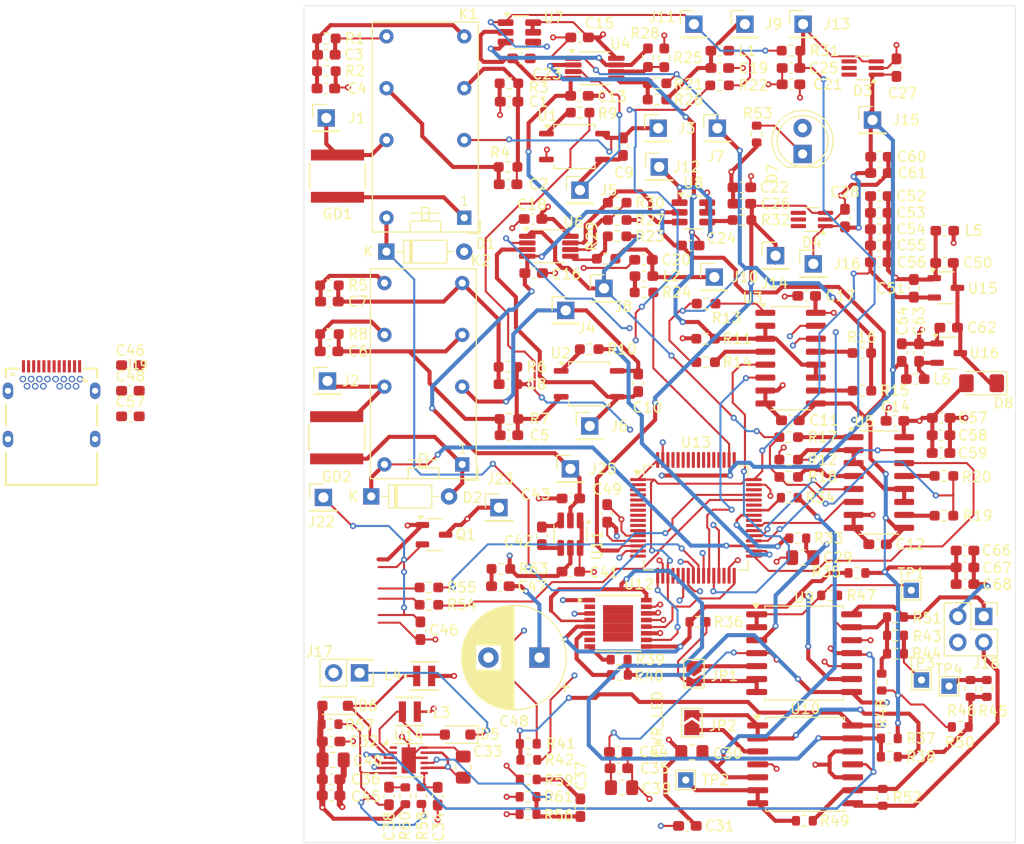
<source format=kicad_pcb>
(kicad_pcb (version 20240108) (generator "pcbnew") (generator_version "8.0")
  (layers (0 "F.Cu" signal) (1 "In1.Cu" signal) (2 "In2.Cu" signal) (31 "B.Cu" signal) (34 "B.Paste" user) (35 "F.Paste" user) (36 "B.SilkS" user "B.Silkscreen") (37 "F.SilkS" user "F.Silkscreen") (38 "B.Mask" user) (39 "F.Mask" user) (44 "Edge.Cuts" user))
  (net 0 "")
  (net 1 "GND")
  (net 2 "Net-(C1-Pad2)")
  (net 3 "Net-(C2-Pad2)")
  (net 4 "Net-(C3-Pad2)")
  (net 5 "Net-(C3-Pad1)")
  (net 6 "Net-(C5-Pad2)")
  (net 7 "Net-(C6-Pad2)")
  (net 8 "Net-(C7-Pad2)")
  (net 9 "Net-(C7-Pad1)")
  (net 10 "Net-(J5-Pin_1)")
  (net 11 "Net-(J3-Pin_1)")
  (net 12 "Net-(J6-Pin_1)")
  (net 13 "Net-(J4-Pin_1)")
  (net 14 "-5V")
  (net 15 "+5V")
  (net 16 "Net-(J9-Pin_1)")
  (net 17 "Net-(J10-Pin_1)")
  (net 18 "+3.3V")
  (net 19 "Net-(U9A-+)")
  (net 20 "Net-(U10B-+)")
  (net 21 "Net-(U14-Vref)")
  (net 22 "Net-(C37-Pad1)")
  (net 23 "Net-(U14-Vfb1)")
  (net 24 "Net-(U14-Vfb2)")
  (net 25 "Net-(C38-Pad1)")
  (net 26 "Net-(U11-C+)")
  (net 27 "Net-(U11-C-)")
  (net 28 "Net-(J22-Pin_1)")
  (net 29 "Net-(C47-Pad1)")
  (net 30 "Net-(D5-A)")
  (net 31 "Net-(D6-K)")
  (net 32 "Net-(J1-Pin_1)")
  (net 33 "Net-(J2-Pin_1)")
  (net 34 "Net-(J7-Pin_1)")
  (net 35 "Net-(J8-Pin_1)")
  (net 36 "Net-(J11-Pin_1)")
  (net 37 "Net-(J12-Pin_1)")
  (net 38 "/AWG_FrontEnd/C0_OUT_GO")
  (net 39 "/AWG_FrontEnd/C1_OUT_GO")
  (net 40 "Net-(JP1-B)")
  (net 41 "/AWG_FrontEnd/C0_IN")
  (net 42 "Net-(JP2-B)")
  (net 43 "/AWG_FrontEnd/C1_IN")
  (net 44 "Net-(L1-Pad1)")
  (net 45 "Net-(L2-Pad1)")
  (net 46 "USB_DP")
  (net 47 "Net-(R9-Pad1)")
  (net 48 "Net-(R10-Pad1)")
  (net 49 "Net-(U3-1Y)")
  (net 50 "Net-(U5-1Y)")
  (net 51 "Net-(U3-1Z)")
  (net 52 "Net-(U3-2Z)")
  (net 53 "Net-(U3-3Z)")
  (net 54 "Net-(U3-4Z)")
  (net 55 "Net-(U5-1Z)")
  (net 56 "Net-(U5-2Z)")
  (net 57 "Net-(U5-3Z)")
  (net 58 "Net-(U5-4Z)")
  (net 59 "Net-(U4-+IN_B)")
  (net 60 "TIM2_CH2")
  (net 61 "Net-(U6-+IN_B)")
  (net 62 "TIM2_CH1")
  (net 63 "Net-(U4--IN_B)")
  (net 64 "Net-(U6--IN_B)")
  (net 65 "Net-(U4-OUT_B)")
  (net 66 "Net-(U6-OUT_B)")
  (net 67 "TIM1_CH1")
  (net 68 "TIM1_CH2")
  (net 69 "/AWG_FrontEnd/C0_FB")
  (net 70 "/AWG_FrontEnd/C1_FB")
  (net 71 "Net-(U12B-D2)")
  (net 72 "/AWG_FrontEnd/C0_OUT_G")
  (net 73 "Net-(U12B-D4)")
  (net 74 "Net-(U12A-D1)")
  (net 75 "/AWG_FrontEnd/C1_OUT_G")
  (net 76 "Net-(U12A-D3)")
  (net 77 "Net-(U9D--)")
  (net 78 "Net-(U10C--)")
  (net 79 "/AWG_FrontEnd/C0_V_OFF")
  (net 80 "/AWG_FrontEnd/C1_V_OFF")
  (net 81 "Net-(U13-PA11)")
  (net 82 "Net-(U13-PA12)")
  (net 83 "amp2-5")
  (net 84 "amp2-2.5")
  (net 85 "amp2-10")
  (net 86 "amp2-1")
  (net 87 "amp1-2.5")
  (net 88 "amp1-1")
  (net 89 "amp1-10")
  (net 90 "amp1-5")
  (net 93 "GAIN_C0")
  (net 94 "GAIN_C1")
  (net 97 "GNDA")
  (net 104 "DAC2")
  (net 107 "DAC1")
  (net 108 "ADC2")
  (net 113 "RCC_OSC32_IN")
  (net 114 "RCC_OSC32_OUT")
  (net 117 "CH0_attenuate")
  (net 119 "ADC1")
  (net 120 "VDDA")
  (net 121 "RCC_OSC_IN")
  (net 122 "CH1_attenuate")
  (net 126 "RCC_OSC_OUT")
  (net 129 "Net-(D8-K)")
  (net 130 "CH0 ACDC")
  (net 131 "Net-(U16-VO)")
  (net 134 "CH1 ACDC")
  (net 137 "Net-(D7-K)")
  (net 138 "+12VA")
  (net 139 "-12VA")
  (net 140 "VBUSc")
  (net 143 "USB_DN")
  (footprint "Resistor_SMD:R_0603_1608Metric_Pad0.98x0.95mm_HandSolder" (layer "F.Cu") (at 131.6425 66.05 180)
    (property "Reference" "R4")
    (property "Value" "200k")
  )
  (footprint "Capacitor_SMD:C_0603_1608Metric_Pad1.08x0.95mm_HandSolder" (layer "F.Cu") (at 174.4 75.45 180)
    (property "Reference" "C50")
    (property "Value" "270n")
  )
  (footprint "Resistor_SMD:R_0603_1608Metric" (layer "F.Cu") (at 169 123.875 180)
    (property "Reference" "R38")
    (property "Value" "3K3")
  )
  (footprint "Package_SO:SOIC-14W_7.5x9mm_P1.27mm" (layer "F.Cu") (at 160.75 124.615)
    (property "Reference" "U10")
    (property "Value" "Opamp_Quad")
  )
  (footprint "Package_DFN_QFN:ST_UFDFPN-12-1EP_3x3mm_P0.5mm_EP1.4x2.55mm" (layer "F.Cu") (at 121.9125 124.225)
    (property "Reference" "U14")
    (property "Value" "r1283")
  )
  (footprint "Resistor_SMD:R_0603_1608Metric" (layer "F.Cu") (at 169.6 113.775 180)
    (property "Reference" "R44")
    (property "Value" "10K")
  )
  (footprint "Capacitor_SMD:C_0805_2012Metric_Pad1.18x1.45mm_HandSolder" (layer "F.Cu") (at 142.7625 126.9)
    (property "Reference" "C39")
    (property "Value" "10u")
  )
  (footprint "Resistor_SMD:R_0603_1608Metric_Pad0.98x0.95mm_HandSolder" (layer "F.Cu") (at 146.95 55.35 90)
    (property "Reference" "R25")
    (property "Value" "2K")
  )
  (footprint "Capacitor_SMD:C_0603_1608Metric_Pad1.08x0.95mm_HandSolder" (layer "F.Cu") (at 169.7 56.3125 90)
    (property "Reference" "C27")
    (property "Value" "100n")
  )
  (footprint "Capacitor_SMD:C_0603_1608Metric_Pad1.08x0.95mm_HandSolder" (layer "F.Cu") (at 137.7875 98.55 180)
    (property "Reference" "C43")
    (property "Value" "10u")
  )
  (footprint "Package_SO:SOIC-14W_7.5x9mm_P1.27mm" (layer "F.Cu") (at 160.65 113.715)
    (property "Reference" "U9")
    (property "Value" "Opamp_Quad")
  )
  (footprint "Capacitor_SMD:C_0603_1608Metric_Pad1.08x0.95mm_HandSolder" (layer "F.Cu") (at 131.72875 92.35 180)
    (property "Reference" "C5")
    (property "Value" "200p")
  )
  (footprint "Package_TO_SOT_SMD:SOT-23-6_Handsoldering" (layer "F.Cu") (at 149.8 70.5)
    (property "Reference" "U8")
    (property "Value" "OPA863")
  )
  (footprint "footprints:CONN RCP USB3.1 TYPEC 24P SMD RA-632723300011" (layer "F.Cu") (at 86.9125 91.525)
    (property "Reference" "J19")
    (property "Value" "USB_C_Receptacle")
    (fp_line (start -4.57 -3.23) (end -4.57 -3.83) (stroke (width 0.01)) (layer "Edge.Cuts"))
    (fp_line (start -4.57 0.9) (end -4.57 1.5) (stroke (width 0.01)) (layer "Edge.Cuts"))
    (fp_line (start -3.97 -3.83) (end -3.97 -3.23) (stroke (width 0.01)) (layer "Edge.Cuts"))
    (fp_line (start -3.97 1.5) (end -3.97 0.9) (stroke (width 0.01)) (layer "Edge.Cuts"))
    (fp_line (start 3.97 -3.83) (end 3.97 -3.23) (stroke (width 0.01)) (layer "Edge.Cuts"))
    (fp_line (start 3.97 0.9) (end 3.97 1.5) (stroke (width 0.01)) (layer "Edge.Cuts"))
    (fp_line (start 4.57 -3.23) (end 4.57 -3.83) (stroke (width 0.01)) (layer "Edge.Cuts"))
    (fp_line (start 4.57 1.5) (end 4.57 0.9) (stroke (width 0.01)) (layer "Edge.Cuts"))
    (fp_arc (start -4.57 -3.83) (mid -4.27 -4.13) (end -3.97 -3.83) (stroke (width 0.01)) (layer "Edge.Cuts"))
    (fp_arc (start -4.57 0.9) (mid -4.27 0.6) (end -3.97 0.9) (stroke (width 0.01)) (layer "Edge.Cuts"))
    (fp_arc (start -3.97 -3.23) (mid -4.27 -2.93) (end -4.57 -3.23) (stroke (width 0.01)) (layer "Edge.Cuts"))
    (fp_arc (start -3.97 1.5) (mid -4.27 1.8) (end -4.57 1.5) (stroke (width 0.01)) (layer "Edge.Cuts"))
    (fp_arc (start 3.97 -3.83) (mid 4.27 -4.13) (end 4.57 -3.83) (stroke (width 0.01)) (layer "Edge.Cuts"))
    (fp_arc (start 3.97 0.9) (mid 4.27 0.6) (end 4.57 0.9) (stroke (width 0.01)) (layer "Edge.Cuts"))
    (fp_arc (start 4.57 -3.23) (mid 4.27 -2.93) (end 3.97 -3.23) (stroke (width 0.01)) (layer "Edge.Cuts"))
    (fp_arc (start 4.57 1.5) (mid 4.27 1.8) (end 3.97 1.5) (stroke (width 0.01)) (layer "Edge.Cuts"))
  )
  (footprint "Capacitor_SMD:C_0603_1608Metric_Pad1.08x0.95mm_HandSolder" (layer "F.Cu") (at 142.9 64.0575 -90)
    (property "Reference" "C9")
    (property "Value" "47n")
  )
  (footprint "Connector_PinHeader_2.54mm:PinHeader_1x01_P2.54mm_Vertical" (layer "F.Cu") (at 138.6875 68.32)
    (property "Reference" "J5")
    (property "Value" "T_acdc")
  )
  (footprint "Resistor_SMD:R_0603_1608Metric" (layer "F.Cu") (at 175.95 120.95 180)
    (property "Reference" "R50")
    (property "Value" "10K")
  )
  (footprint "footprints:IND_TAIYO_NRH2410_TAY" (layer "F.Cu") (at 122.01975 119.45 180)
    (property "Reference" "L3")
    (property "Value" "4.7u")
  )
  (footprint "Resistor_SMD:R_0603_1608Metric" (layer "F.Cu") (at 133.675 124.175)
    (property "Reference" "R42")
    (property "Value" "10K")
  )
  (footprint "Capacitor_SMD:C_0603_1608Metric_Pad1.08x0.95mm_HandSolder" (layer "F.Cu") (at 176.4125 106.95)
    (property "Reference" "C68")
    (property "Value" "100n")
  )
  (footprint "Inductor_SMD:L_0603_1608Metric_Pad1.05x0.95mm_HandSolder" (layer "F.Cu") (at 174.425 72.3)
    (property "Reference" "L5")
    (property "Value" "47u")
  )
  (footprint "TestPoint:TestPoint_THTPad_1.5x1.5mm_Drill0.7mm" (layer "F.Cu") (at 174.85 116.95)
    (property "Reference" "TP4")
    (property "Value" "TestPoint")
  )
  (footprint "Resistor_SMD:R_0603_1608Metric_Pad0.98x0.95mm_HandSolder" (layer "F.Cu") (at 139.59125 83.91)
    (property "Reference" "R10")
    (property "Value" "240")
  )
  (footprint "Jumper:SolderJumper-2_P1.3mm_Open_TrianglePad1.0x1.5mm" (layer "F.Cu") (at 149.85 115.725 -90)
    (property "Reference" "JP1")
    (property "Value" "SJ")
  )
  (footprint "Capacitor_SMD:C_0603_1608Metric_Pad1.08x0.95mm_HandSolder" (layer "F.Cu") (at 141.35 100.0125 90)
    (property "Reference" "C49")
    (property "Value" "100n")
  )
  (footprint "Connector_PinHeader_2.54mm:PinHeader_1x01_P2.54mm_Vertical" (layer "F.Cu") (at 139.65 91.45)
    (property "Reference" "J6")
    (property "Value" "T_acdc")
  )
  (footprint "Resistor_SMD:R_0603_1608Metric_Pad0.98x0.95mm_HandSolder" (layer "F.Cu") (at 159.1375 96.44 180)
    (property "Reference" "R18")
    (property "Value" "1.5K")
  )
  (footprint "Capacitor_SMD:C_0603_1608Metric_Pad1.08x0.95mm_HandSolder" (layer "F.Cu") (at 113.8375 55.05 180)
    (property "Reference" "C3")
    (property "Value" "68p")
  )
  (footprint "Resistor_SMD:R_0603_1608Metric_Pad0.98x0.95mm_HandSolder" (layer "F.Cu") (at 146.2375 59.45 180)
    (property "Reference" "R26")
    (property "Value" "2K")
  )
  (footprint "Resistor_SMD:R_0603_1608Metric_Pad0.98x0.95mm_HandSolder" (layer "F.Cu") (at 146.2375 57.85 180)
    (property "Reference" "R21")
    (property "Value" "1K")
  )
  (footprint "Diode_THT:D_DO-35_SOD27_P7.62mm_Horizontal" (layer "F.Cu") (at 119.72 74.35)
    (property "Reference" "D1")
    (property "Value" "1N4148")
  )
  (footprint "Connector_PinHeader_2.54mm:PinHeader_1x01_P2.54mm_Vertical" (layer "F.Cu") (at 146.35 62.25)
    (property "Reference" "J3")
    (property "Value" "T_att")
  )
  (footprint "Connector_PinHeader_2.54mm:PinHeader_1x01_P2.54mm_Vertical" (layer "F.Cu") (at 157.85 74.75)
    (property "Reference" "J14")
    (property "Value" "ADC1")
  )
  (footprint "Diode_SMD:D_1206_3216Metric_Pad1.42x1.75mm_HandSolder" (layer "F.Cu") (at 178.0375 87.25 180)
    (property "Reference" "D8")
    (property "Value" "D_Schottky")
  )
  (footprint "Resistor_SMD:R_0603_1608Metric_Pad0.98x0.95mm_HandSolder" (layer "F.Cu") (at 131.62875 85.65 180)
    (property "Reference" "R6")
    (property "Value" "68K")
  )
  (footprint "Capacitor_SMD:C_0603_1608Metric_Pad1.08x0.95mm_HandSolder" (layer "F.Cu") (at 131.6425 67.75 180)
    (property "Reference" "C2")
    (property "Value" "820p")
  )
  (footprint "Package_SO:SOIC-16_3.9x9.9mm_P1.27mm" (layer "F.Cu") (at 159.325 84.795)
    (property "Reference" "U3")
    (property "Value" "CD74HC4316M96")
  )
  (footprint "Resistor_SMD:R_0603_1608Metric" (layer "F.Cu") (at 168.35 127.85 -90)
    (property "Reference" "R52")
    (property "Value" "10K")
  )
  (footprint "Resistor_SMD:R_0603_1608Metric_Pad0.98x0.95mm_HandSolder" (layer "F.Cu") (at 144.9625 78.35 180)
    (property "Reference" "R24")
    (property "Value" "6.2")
  )
  (footprint "Capacitor_SMD:C_0603_1608Metric_Pad1.08x0.95mm_HandSolder" (layer "F.Cu") (at 134.15 76.45)
    (property "Reference" "C16")
    (property "Value" "100n")
  )
  (footprint "Resistor_SMD:R_0603_1608Metric_Pad0.98x0.95mm_HandSolder" (layer "F.Cu") (at 159.3625 54.65)
    (property "Reference" "R31")
    (property "Value" "100")
  )
  (footprint "Capacitor_SMD:C_0603_1608Metric_Pad1.08x0.95mm_HandSolder" (layer "F.Cu") (at 167.85 103.04 180)
    (property "Reference" "C12")
    (property "Value" "100n")
  )
  (footprint "Capacitor_SMD:C_0603_1608Metric_Pad1.08x0.95mm_HandSolder" (layer "F.Cu") (at 168.025 68.9)
    (property "Reference" "C52")
    (property "Value" "100n")
  )
  (footprint "Diode_SMD:D_SOD-323_HandSoldering" (layer "F.Cu") (at 114.7025 118.875 180)
    (property "Reference" "D6")
    (property "Value" "NSR0530")
  )
  (footprint "Capacitor_SMD:C_0603_1608Metric_Pad1.08x0.95mm_HandSolder" (layer "F.Cu") (at 170.2125 84.25 90)
    (property "Reference" "C64")
    (property "Value" "270n")
  )
  (footprint "Capacitor_SMD:C_0603_1608Metric_Pad1.08x0.95mm_HandSolder" (layer "F.Cu") (at 94.6375 87.99)
    (property "Reference" "C48")
    (property "Value" "100n")
  )
  (footprint "Resistor_SMD:R_0603_1608Metric_Pad0.98x0.95mm_HandSolder" (layer "F.Cu") (at 152.3625 58.05)
    (property "Reference" "R22")
    (property "Value" "6.2")
  )
  (footprint "Capacitor_SMD:C_0603_1608Metric_Pad1.08x0.95mm_HandSolder" (layer "F.Cu") (at 124.75 127.7375 -90)
    (property "Reference" "C34")
    (property "Value" "100n")
  )
  (footprint "Package_SO:VSSOP-8_3x3mm_P0.65mm" (layer "F.Cu") (at 135.6375 73.825)
    (property "Reference" "U6")
    (property "Value" "LMP7718")
  )
  (footprint "Capacitor_SMD:C_0603_1608Metric_Pad1.08x0.95mm_HandSolder" (layer "F.Cu") (at 168.0125 72.15)
    (property "Reference" "C54")
    (property "Value" "100n")
  )
  (footprint "Capacitor_SMD:C_0603_1608Metric_Pad1.08x0.95mm_HandSolder" (layer "F.Cu") (at 142.5 125)
    (property "Reference" "C35")
    (property "Value" "100n")
  )
  (footprint "Relay_THT:Relay_DPDT_Omron_G5V-2" (layer "F.Cu") (at 127.35 71.03 180)
    (property "Reference" "K1")
    (property "Value" "G5V-2")
  )
  (footprint "Resistor_SMD:R_0603_1608Metric_Pad0.98x0.95mm_HandSolder" (layer "F.Cu") (at 151.05 79.45 180)
    (property "Reference" "R13")
    (property "Value" "6.2")
  )
  (footprint "Resistor_SMD:R_0603_1608Metric_Pad0.98x0.95mm_HandSolder" (layer "F.Cu") (at 141.25 75.05 180)
    (property "Reference" "R29")
    (property "Value" "2K")
  )
  (footprint "Capacitor_SMD:C_0603_1608Metric_Pad1.08x0.95mm_HandSolder" (layer "F.Cu") (at 134.95 102.2125 -90)
    (property "Reference" "C42")
    (property "Value" "1u")
  )
  (footprint "Capacitor_SMD:C_0603_1608Metric_Pad1.08x0.95mm_HandSolder" (layer "F.Cu") (at 114.3025 126.075 180)
    (property "Reference" "C36")
    (property "Value" "100n")
  )
  (footprint "Resistor_SMD:R_0603_1608Metric" (layer "F.Cu") (at 156 62.825 -90)
    (property "Reference" "R53")
    (property "Value" "1K")
  )
  (footprint "Capacitor_SMD:C_0603_1608Metric_Pad1.08x0.95mm_HandSolder" (layer "F.Cu") (at 131.7425 59.65)
    (property "Reference" "C1")
    (property "Value" "200p")
  )
  (footprint "Capacitor_SMD:C_0603_1608Metric_Pad1.08x0.95mm_HandSolder" (layer "F.Cu") (at 159.3 90.89 180)
    (property "Reference" "C11")
    (property "Value" "100n")
  )
  (footprint "Resistor_SMD:R_0603_1608Metric" (layer "F.Cu") (at 169 122.075 180)
    (property "Reference" "R37")
    (property "Value" "10K")
  )
  (footprint "Connector_PinHeader_2.54mm:PinHeader_1x01_P2.54mm_Vertical" (layer "F.Cu") (at 160.55 52.05)
    (property "Reference" "J13")
    (property "Value" "ADC2")
  )
  (footprint "Capacitor_SMD:C_0603_1608Metric_Pad1.08x0.95mm_HandSolder" (layer "F.Cu") (at 94.6375 85.48)
    (property "Reference" "C46")
    (property "Value" "100n")
  )
  (footprint "TestPoint:TestPoint_THTPad_1.5x1.5mm_Drill0.7mm" (layer "F.Cu") (at 171.15 107.55)
    (property "Reference" "TP1")
    (property "Value" "TestPoint")
  )
  (footprint "Capacitor_SMD:C_0603_1608Metric_Pad1.08x0.95mm_HandSolder" (layer "F.Cu") (at 174.075 90.65)
    (property "Reference" "C57")
    (property "Value" "100n")
  )
  (footprint "Package_SO:VSSOP-8_3x3mm_P0.65mm" (layer "F.Cu") (at 140.1375 56.375)
    (property "Reference" "U4")
    (property "Value" "LMP7718")
  )
  (footprint "Resistor_SMD:R_0603_1608Metric" (layer "F.Cu") (at 123.15 127.675 90)
    (property "Reference" "R58")
    (property "Value" "10K")
  )
  (footprint "Capacitor_SMD:C_0603_1608Metric_Pad1.08x0.95mm_HandSolder" (layer "F.Cu") (at 169.55 90.94 180)
    (property "Reference" "C14")
    (property "Value" "100n")
  )
  (footprint "footprints:GDT_SH_LTF" (layer "F.Cu") (at 114.93 66.95 -90)
    (property "Reference" "GD1")
    (property "Value" "GDT_SH90")
  )
  (footprint "Capacitor_SMD:C_0603_1608Metric_Pad1.08x0.95mm_HandSolder" (layer "F.Cu") (at 114.1 84.13 180)
    (property "Reference" "C6")
    (property "Value" "820p")
  )
  (footprint "Resistor_SMD:R_0603_1608Metric_Pad0.98x0.95mm_HandSolder" (layer "F.Cu") (at 131.73 57.85)
    (property "Reference" "R3")
    (property "Value" "820K")
  )
  (footprint "Resistor_SMD:R_0603_1608Metric" (layer "F.Cu") (at 168.25 116.55 -90)
    (property "Reference" "R48")
    (property "Value" "10K")
  )
  (footprint "Capacitor_SMD:C_0805_2012Metric_Pad1.18x1.45mm_HandSolder" (layer "F.Cu") (at 114.5025 124.175 180)
    (property "Reference" "C40")
    (property "Value" "10u")
  )
  (footprint "Resistor_SMD:R_0603_1608Metric_Pad0.98x0.95mm_HandSolder" (layer "F.Cu") (at 154.5625 71.25)
    (property "Reference" "R32")
    (property "Value" "100")
  )
  (footprint "Capacitor_SMD:C_0603_1608Metric_Pad1.08x0.95mm_HandSolder" (layer "F.Cu") (at 168.0125 75.38)
    (property "Reference" "C56")
    (property "Value" "100n")
  )
  (footprint "Package_TO_SOT_SMD:SOT-23-3" (layer "F.Cu") (at 174.5375 77.9)
    (property "Reference" "U15")
    (property "Value" "XC6206PxxxMR")
  )
  (footprint "Resistor_SMD:R_0603_1608Metric_Pad0.98x0.95mm_HandSolder" (layer "F.Cu") (at 142.325 72.85 180)
    (property "Reference" "R23")
    (property "Value" "1K")
  )
  (footprint "Resistor_SMD:R_0603_1608Metric" (layer "F.Cu") (at 159.2 98.475)
    (property "Reference" "R34")
    (property "Value" "10K")
  )
  (footprint "Package_TO_SOT_SMD:SOT-23-3" (layer "F.Cu") (at 124.3875 102.1)
    (property "Reference" "Q1")
    (property "Value" "IRLML6402TRPBF")
  )
  (footprint "Package_TO_SOT_SMD:SOT-363_SC-70-6_Handsoldering" (layer "F.Cu") (at 161.4125 71.2 180)
    (property "Reference" "D4")
    (property "Value" "BAV199DW")
  )
  (footprint "Capacitor_SMD:C_0603_1608Metric_Pad1.08x0.95mm_HandSolder" (layer "F.Cu") (at 159.3625 56.35 180)
    (property "Reference" "C25")
    (property "Value" "160p")
  )
  (footprint "Capacitor_SMD:C_0603_1608Metric_Pad1.08x0.95mm_HandSolder" (layer "F.Cu") (at 132.95 55.41)
    (property "Reference" "C23")
    (property "Value" "100n")
  )
  (footprint "footprints:IND_TAIYO_NRH2410_TAY" (layer "F.Cu") (at 123.41975 115.95)
    (property "Reference" "L4")
    (property "Value" "4.7u")
  )
  (footprint "Capacitor_SMD:C_0603_1608Metric_Pad1.08x0.95mm_HandSolder" (layer "F.Cu") (at 144.9125 75.15 180)
    (property "Reference" "C20")
    (property "Value" "1u")
  )
  (footprint "Resistor_SMD:R_0603_1608Metric_Pad0.98x0.95mm_HandSolder" (layer "F.Cu") (at 113.8375 53.45)
    (property "Reference" "R1")
    (property "Value" "820K")
  )
  (footprint "Package_SO:SOP-4_3.8x4.1mm_P2.54mm" (layer "F.Cu") (at 139.59125 87.31)
    (property "Reference" "U2")
    (property "Value" "AQY284SX")
  )
  (footprint "Resistor_SMD:R_0603_1608Metric" (layer "F.Cu") (at 169.6 111.975)
    (property "Reference" "R43")
    (property "Value" "10K")
  )
  (footprint "Package_TO_SOT_SMD:SOT-23-6_Handsoldering" (layer "F.Cu") (at 137.75 102.05 -90)
    (property "Reference" "U11")
    (property "Value" "LTC1983ES6-5#TRPBF")
  )
  (footprint "Connector_PinHeader_2.54mm:PinHeader_1x01_P2.54mm_Vertical" (layer "F.Cu") (at 113.95 87.03)
    (property "Reference" "J2")
    (property "Value" "Chanel 0 input")
  )
  (footprint "Resistor_SMD:R_0603_1608Metric" (layer "F.Cu") (at 142.55 115.85)
    (property "Reference" "R40")
    (property "Value" "10K")
  )
  (footprint "Resistor_SMD:R_0603_1608Metric" (layer "F.Cu") (at 114.2025 120.675)
    (property "Reference" "R57")
    (property "Value" "100k")
  )
  (footprint "Resistor_SMD:R_0603_1608Metric_Pad0.98x0.95mm_HandSolder" (layer "F.Cu") (at 151 85.19 180)
    (property "Reference" "R14")
    (property "Value" "1.5K")
  )
  (footprint "Capacitor_SMD:C_0603_1608Metric_Pad1.08x0.95mm_HandSolder" (layer "F.Cu") (at 174.0625 94.1)
    (property "Reference" "C59")
    (property "Value" "100n")
  )
  (footprint "Resistor_SMD:R_0603_1608Metric_Pad0.98x0.95mm_HandSolder" (layer "F.Cu") (at 174.35 100.24)
    (property "Reference" "R19")
    (property "Value" "3.9K")
  )
  (footprint "Capacitor_SMD:C_0603_1608Metric_Pad1.08x0.95mm_HandSolder" (layer "F.Cu") (at 176.4125 105.31)
    (property "Reference" "C67")
    (property "Value" "100n")
  )
  (footprint "Resistor_SMD:R_0603_1608Metric" (layer "F.Cu") (at 133.6 129.5)
    (property "Reference" "R56")
    (property "Value" "110k")
  )
  (footprint "Resistor_SMD:R_0603_1608Metric_Pad0.98x0.95mm_HandSolder" (layer "F.Cu") (at 142.3375 69.55 180)
    (property "Reference" "R30")
    (property "Value" "1K")
  )
  (footprint "Capacitor_SMD:C_0603_1608Metric_Pad1.08x0.95mm_HandSolder" (layer "F.Cu") (at 137.7875 105.725 180)
    (property "Reference" "C41")
    (property "Value" "10u")
  )
  (footprint "Capacitor_SMD:C_0603_1608Metric_Pad1.08x0.95mm_HandSolder" (layer "F.Cu") (at 149.2125 130.65 180)
    (property "Reference" "C31")
    (property "Value" "100n")
  )
  (footprint "Package_QFP:LQFP-64_10x10mm_P0.5mm" (layer "F.Cu") (at 150.05 100.45)
    (property "Reference" "U13")
    (property "Value" "STM32H562RGTx")
  )
  (footprint "Resistor_SMD:R_0603_1608Metric" (layer "F.Cu") (at 176.95 117.175 -90)
    (property "Reference" "R46")
    (property "Value" "10K")
  )
  (footprint "Capacitor_SMD:C_0805_2012Metric_Pad1.18x1.45mm_HandSolder" (layer "F.Cu") (at 149.65 123.45 180)
    (property "Reference" "C30")
    (property "Value" "10u")
  )
  (footprint "Jumper:SolderJumper-2_P1.3mm_Open_TrianglePad1.0x1.5mm" (layer "F.Cu") (at 149.65 120.525 90)
    (property "Reference" "JP2")
    (property "Value" "SJ")
  )
  (footprint "Capacitor_SMD:C_0603_1608Metric_Pad1.08x0.95mm_HandSolder" (layer "F.Cu") (at 130.8875 107.15)
    (property "Reference" "C47")
    (property "Value" "1.5u")
  )
  (footprint "Connector_PinHeader_2.54mm:PinHeader_1x01_P2.54mm_Vertical" (layer "F.Cu") (at 141.0375 77.95)
    (property "Reference" "J8")
    (property "Value" "T_amp")
  )
  (footprint "Connector_PinHeader_2.54mm:PinHeader_2x01_P2.54mm_Vertical" (layer "F.Cu") (at 117.09 115.65 180)
    (property "Reference" "J17")
    (property "Value" "2x01")
  )
  (footprint "Resistor_SMD:R_0603_1608Metric" (layer "F.Cu") (at 133.625 122.6 180)
    (property "Reference" "R41")
    (property "Value" "1K")
  )
  (footprint "Connector_PinHeader_2.54mm:PinHeader_1x01_P2.54mm_Vertical" (layer "F.Cu") (at 113.83 61.25)
    (property "Reference" "J1")
    (property "Value" "Chanel 1 input")
  )
  (footprint "Capacitor_SMD:C_0603_1608Metric_Pad1.08x0.95mm_HandSolder" (layer "F.Cu") (at 154.55 68.05)
    (property "Reference" "C22")
    (property "Value" "100n")
  )
  (footprint "LED_THT:LED_D5.0mm" (layer "F.Cu") (at 160.5 64.775 90)
    (property "Reference" "D7")
    (property "Value" "LED")
  )
  (footprint "Resistor_SMD:R_0603_1608Metric" (layer "F.Cu") (at 178.55 117.175 -90)
    (property "Reference" "R45")
    (property "Value" "10K")
  )
  (footprint "Resistor_SMD:R_0603_1608Metric" (layer "F.Cu") (at 121.575 127.7 90)
    (property "Reference" "R60")
    (property "Value" "1K")
  )
  (footprint "Connector_PinHeader_2.54mm:PinHeader_1x01_P2.54mm_Vertical" (layer "F.Cu") (at 137.75 95.65)
    (property "Reference" "J25")
    (property "Value" "T_N5V")
  )
  (footprint "Capacitor_SMD:C_0603_1608Metric_Pad1.08x0.95mm_HandSolder" (layer "F.Cu") (at 171.4 77.95 90)
    (property "Reference" "C51")
    (property "Value" "270n")
  )
  (footprint "Capacitor_SMD:C_0603_1608Metric_Pad1.08x0.95mm_HandSolder" (layer "F.Cu") (at 138.65 53.35 180)
    (property "Reference" "C15")
    (property "Value" "100n")
  )
  (footprint "Resistor_SMD:R_0603_1608Metric_Pad0.98x0.95mm_HandSolder" (layer "F.Cu") (at 130.9375 105.45)
    (property "Reference" "R63")
    (property "Value" "27k")
  )
  (footprint "Capacitor_SMD:C_0603_1608Metric_Pad1.08x0.95mm_HandSolder" (layer "F.Cu") (at 134.0875 71.15 180)
    (property "Reference" "C18")
    (property "Value" "100n")
  )
  (footprint "Resistor_SMD:R_0603_1608Metric" (layer "F.Cu") (at 150.25 110.65 180)
    (property "Reference" "R36")
    (property "Value" "3K3")
  )
  (footprint "Resistor_SMD:R_0603_1608Metric_Pad0.98x0.95mm_HandSolder" (layer "F.Cu") (at 159.1375 94.74)
    (property "Reference" "R12")
    (property "Value" "1K")
  )
  (footprint "Connector_PinHeader_2.54mm:PinHeader_1x01_P2.54mm_Vertical" (layer "F.Cu") (at 146.45 66.05)
    (property "Reference" "J12")
    (property "Value" "T_buf")
  )
  (footprint "Resistor_SMD:R_0603_1608Metric_Pad0.98x0.95mm_HandSolder" (layer "F.Cu") (at 142.3375 71.25)
    (property "Reference" "R27")
    (property "Value" "2K")
  )
  (footprint "Inductor_SMD:L_0603_1608Metric_Pad1.05x0.95mm_HandSolder" (layer "F.Cu") (at 152.3875 54.65 180)
    (property "Reference" "L1")
    (property "Value" "10u")
  )
  (footprint "Connector_PinHeader_2.54mm:PinHeader_1x01_P2.54mm_Vertical" (layer "F.Cu") (at 154.85 52.05)
    (property "Reference" "J9")
    (property "Value" "T_pwm")
  )
  (footprint "Resistor_SMD:R_0603_1608Metric_Pad0.98x0.95mm_HandSolder" (layer "F.Cu") (at 159.1375 92.54 180)
    (property "Reference" "R17")
    (property "Value" "6.2")
  )
  (footprint "Connector_PinHeader_2.54mm:PinHeader_1x01_P2.54mm_Vertical" (layer "F.Cu") (at 149.85 52.05)
    (property "Reference" "J11")
    (property "Value" "T_buf")
  )
  (footprint "Resistor_SMD:R_0603_1608Metric_Pad0.98x0.95mm_HandSolder" (layer "F.Cu") (at 166.3125 87.99)
    (property "Reference" "R15")
    (property "Value" "3.9K")
  )
  (footprint "Package_SO:TSSOP-16-1EP_4.4x5mm_P0.65mm" (layer "F.Cu") (at 142.415 110.7925)
    (property "Reference" "U12")
    (property "Value" "DG403")
  )
  (footprint "Resistor_SMD:R_0603_1608Metric_Pad0.98x0.95mm_HandSolder" (layer "F.Cu") (at 174.35 96.34)
    (property "Reference" "R20")
    (property "Value" "9.1K")
  )
  (footprint "Connector_PinHeader_2.54mm:PinHeader_1x01_P2.54mm_Vertical" (layer "F.Cu") (at 161.55 75.55)
    (property "Reference" "J16")
    (property "Value" "+3.3VA")
  )
  (footprint "Inductor_SMD:L_0603_1608Metric_Pad1.05x0.95mm_HandSolder" (layer "F.Cu") (at 171.5375 86.85 180)
    (property "Reference" "L6")
    (property "Value" "47u")
  )
  (footprint "Resistor_SMD:R_0603_1608Metric_Pad0.98x0.95mm_HandSolder" (layer "F.Cu") (at 145.35 55.3375 90)
    (property "Reference" "R28")
    (property "Value" "1K")
  )
  (footprint "Resistor_SMD:R_0603_1608Metric" (layer "F.Cu") (at 160.675 130.15)
    (property "Reference" "R49")
    (property "Value" "3K3")
  )
  (footprint "Capacitor_SMD:C_0603_1608Metric_Pad1.08x0.95mm_HandSolder" (layer "F.Cu") (at 114.1375 79.25)
    (property "Reference" "C7")
    (property "Value" "68p")
  )
  (footprint "Capacitor_SMD:C_0603_1608Metric_Pad1.08x0.95mm_HandSolder" (layer "F.Cu") (at 119.975 127.7125 -90)
    (property "Reference" "C38")
    (property "Value" "120p")
  )
  (footprint "Capacitor_SMD:C_0603_1608Metric_Pad1.08x0.95mm_HandSolder" (layer "F.Cu") (at 168.0125 70.55)
    (property "Reference" "C53")
    (property "Value" "100n")
  )
  (footprint "Resistor_SMD:R_0603_1608Metric_Pad0.98x0.95mm_HandSolder" (layer "F.Cu") (at 151 82.89)
    (property "Reference" "R11")
    (property "Value" "1K")
  )
  (footprint "Package_TO_SOT_SMD:SOT-23-3" (layer "F.Cu") (at 174.8125 84.3)
    (property "Reference" "U16")
    (property "Value" "XC6206PxxxMR")
  )
  (footprint "Diode_THT:D_DO-35_SOD27_P7.62mm_Horizontal" (layer "F.Cu") (at 118.24 98.35)
    (property "Reference" "D2")
    (property "Value" "1N4148")
  )
  (footprint "Capacitor_SMD:C_0603_1608Metric_Pad1.08x0.95mm_HandSolder" (layer "F.Cu") (at 114.3025 127.675 180)
    (property "Reference" "C45")
    (property "Value" "100n")
  )
  (footprint "Capacitor_SMD:C_0603_1608Metric_Pad1.08x0.95mm_HandSolder" (layer "F.Cu") (at 131.62875 87.35)
    (property "Reference" "C8")
    (property "Value" "820p")
  )
  (footprint "Resistor_SMD:R_0603_1608Metric" (layer "F.Cu") (at 169.6 110.175)
    (property "Reference" "R51")
    (property "Value" "10K")
  )
  (footprint "Resistor_SMD:R_0603_1608Metric_Pad0.98x0.95mm_HandSolder" (layer "F.Cu") (at 138.7 60.72)
    (property "Reference" "R9")
    (property "Value" "240")
  )
  (footprint "Capacitor_SMD:C_0603_1608Metric_Pad1.08x0.95mm_HandSolder" (layer "F.Cu") (at 174.8125 81.8 180)
    (property "Reference" "C62")
    (property "Value" "270n")
  )
  (footprint "Capacitor_SMD:C_0603_1608Metric_Pad1.08x0.95mm_HandSolder" (layer "F.Cu") (at 168.0375 65.05)
    (property "Reference" "C60")
    (property "Value" "100n")
  )
  (footprint "Capacitor_SMD:C_0603_1608Metric_Pad1.08x0.95mm_HandSolder" (layer "F.Cu") (at 144.39125 87.21 -90)
    (property "Reference" "C10")
    (property "Value" "47n")
  )
  (footprint "Capacitor_THT:CP_Radial_D10.0mm_P5.00mm" (layer "F.Cu") (at 134.717677 114.15 180)
    (property "Reference" "C48")
    (property "Value" "1m")
  )
  (footprint "Capacitor_SMD:C_0603_1608Metric_Pad1.08x0.95mm_HandSolder" (layer "F.Cu") (at 171.9125 84.25 90)
    (property "Reference" "C63")
    (property "Value" "270n")
  )
  (footprint "TestPoint:TestPoint_THTPad_1.5x1.5mm_Drill0.7mm" (layer "F.Cu") (at 149.05 126.15 -90)
    (property "Reference" "TP2")
    (property "Value" "TestPoint")
  )
  (footprint "Connector_PinHeader_2.54mm:PinHeader_1x01_P2.54mm_Vertical" (layer "F.Cu") (at 151.85 76.85)
    (property "Reference" "J10")
    (property "Value" "T_pwm")
  )
  (footprint "Capacitor_SMD:C_0603_1608Metric_Pad1.08x0.95mm_HandSolder" (layer "F.Cu") (at 152.3875 56.35)
    (property "Reference" "C19")
    (property "Value" "1u")
  )
  (footprint "Resistor_SMD:R_0603_1608Metric" (layer "F.Cu") (at 133.625 126.1)
    (property "Reference" "R59")
    (property "Value" "1K")
  )
  (footprint "Diode_SMD:D_SOD-323_HandSoldering" (layer "F.Cu") (at 126.7 121.7 180)
    (property "Reference" "D5")
    (property "Value" "NSR0530")
  )
  (footprint "Connector_PinHeader_2.54mm:PinHeader_1x01_P2.54mm_Vertical" (layer "F.Cu") (at 130.75 99.45)
    (property "Reference" "J23")
    (property "Value" "T_P5V")
  )
  (footprint "Resistor_SMD:R_0603_1608Metric_Pad0.98x0.95mm_HandSolder" (layer "F.Cu") (at 113.8375 56.65 180)
    (property "Reference" "R2")
    (property "Value" "68K")
  )
  (footprint "Capacitor_SMD:C_0603_1608Metric_Pad1.08x0.95mm_HandSolder" (layer "F.Cu") (at 168.0125 73.75)
    (property "Reference" "C55")
    (property "Value" "100n")
  )
  (footprint "Resistor_SMD:R_0603_1608Metric_Pad0.98x0.95mm_HandSolder" (layer "F.Cu") (at 166.3 84.29)
    (property "Reference" "R16")
    (property "Value" "9.1K")
  )
  (footprint "Inductor_SMD:L_0603_1608Metric_Pad1.05x0.95mm_HandSolder" (layer "F.Cu") (at 144.95 76.75)
    (property "Reference" "L2")
    (property "Value" "10u")
  )
  (footprint "Resistor_SMD:R_0603_1608Metric" (layer "F.Cu") (at 160.025 102.45)
    (property "Reference" "R33")
    (property "Value" "10K")
  )
  (footprint "Capacitor_SMD:C_0603_1608Metric_Pad1.08x0.95mm_HandSolder" (layer "F.Cu") (at 176.4125 103.65)
    (property "Reference" "C66")
    (property "Value" "100n")
  )
  (footprint "Resistor_SMD:R_0603_1608Metric_Pad0.98x0.95mm_HandSolder" (layer "F.Cu") (at 114.1375 82.43 180)
    (property "Reference" "R8")
    (property "Value" "200k")
  )
  (footprint "Capacitor_SMD:C_0603_1608Metric_Pad1.08x0.95mm_HandSolder" (layer "F.Cu") (at 159.3625 57.95)
    (property "Reference" "C21")
    (property "Value" "100n")
  )
  (footprint "Connector_PinHeader_2.54mm:PinHeader_1x01_P2.54mm_Vertical" (layer "F.Cu") (at 137.29125 80.11)
    (property "Reference" "J4")
    (property "Value" "T_att")
  )
  (footprint "Capacitor_SMD:C_0603_1608Metric_Pad1.08x0.95mm_HandSolder" (layer "F.Cu") (at 160.9 78.69 180)
    (property "Reference" "C17")
    (property "Value" "100n")
  )
  (footprint "Capacitor_SMD:C_0603_1608Metric_Pad1.08x0.95mm_HandSolder" (layer "F.Cu") (at 94.6375 90.5)
    (property "Reference" "C57")
    (property "Value" "100n")
  )
  (footprint "Connector_PinHeader_2.54mm:PinHeader_1x01_P2.54mm_Vertical" (layer "F.Cu") (at 152.15 62.25)
    (property "Reference" "J7")
    (property "Value" "T_amp")
  )
  (footprint "Capacitor_SMD:C_0603_1608Metric_Pad1.08x0.95mm_HandSolder" (layer "F.Cu") (at 113.7875 58.36)
    (property "Reference" "C4")
    (property "Value" "820p")
  )
  (footprint "Capacitor_SMD:C_0603_1608Metric_Pad1.08x0.95mm_HandSolder" (layer "F.Cu") (at 114.3025 122.375 180)
    (property "Reference" "C32")
    (property "Value" "100n")
  )
  (footprint "footprints:GDT_SH_LTF" (layer "F.Cu") (at 114.85 92.6001 -90)
    (property "Reference" "GD2")
    (property "Value" "GDT_SH90")
  )
  (footprint "Resistor_SMD:R_0603_1608Metric" (layer "F.Cu") (at 133.6 127.8)
    (property "Reference" "R61")
    (property "Value" "10K")
  )
  (footprint "Capacitor_SMD:C_0603_1608Metric_Pad1.08x0.95mm_HandSolder" (layer "F.Cu") (at 174.0625 92.35)
    (property "Reference" "C58")
    (property "Value" "100n")
  )
  (footprint "Resistor_SMD:R_0603_1608Metric" (layer "F.Cu") (at 163.15 108.05)
    (property "Reference" "R47")
    (property "Value" "3K3")
  )
  (footprint "Resistor_SMD:R_0603_1608Metric_Pad0.98x0.95mm_HandSolder" (layer "F.Cu") (at 114.1375 77.65 180)
    (property "Reference" "R5")
    (property "Value" "820K")
  )
  (footprint "Capacitor_SMD:C_0603_1608Metric_Pad1.08x0.95mm_HandSolder" (layer "F.Cu") (at 149.4875 73.75)
    (property "Reference" "C24")
    (property "Value" "100n")
  )
  (footprint "Resistor_SMD:R_0603_1608Metric_Pad0.98x0.95mm_HandSolder" (layer "F.Cu") (at 123.8875 107.275 180)
    (property "Reference" "R55")
    (property "Value" "22")
  )
  (footprint "Connector_PinHeader_2.54mm:PinHeader_2x02_P2.54mm_Vertical" (layer "F.Cu") (at 178.25 110.11 -90)
    (property "Reference" "J18")
    (property "Value" "02x02")
  )
  (footprint "Package_SO:SOP-4_3.8x4.1mm_P2.54mm" (layer "F.Cu") (at 138.15 64.05)
    (property "Reference" "U1")
    (property "Value" "AQY284SX")
  )
  (footprint "Capacitor_SMD:C_0603_1608Metric_Pad1.08x0.95mm_HandSolder" (layer "F.Cu") (at 142.4375 123.4)
    (property "Reference" "C44")
    (property "Value" "100n")
  )
  (footprint "Capacitor_SMD:C_0805_2012Metric_Pad1.18x1.45mm_HandSolder" (layer "F.Cu") (at 160.5125 104.35 180)
    (property "Reference" "C29")
    (property "Value" "10u")
  )
  (footprint "Connector_PinHeader_2.54mm:PinHeader_1x01_P2.54mm_Vertical" (layer "F.Cu") (at 113.55 98.45)
    (property "Reference" "J22")
    (property "Value" "Conn_01x01")
  )
  (footprint "Capacitor_SMD:C_0603_1608Metric_Pad1.08x0.95mm_HandSolder" (layer "F.Cu") (at 168.0375 66.65)
    (property "Reference" "C61")
    (property "Value" "100n")
  )
  (footprint "Resistor_SMD:R_0603_1608Metric_Pad0.98x0.95mm_HandSolder" (layer "F.Cu") (at 123.8875 108.975 180)
    (property "Reference" "R54")
    (property "Value" "22")
  )
  (footprint "Relay_THT:Relay_DPDT_Omron_G5V-2" (layer "F.Cu") (at 127.15 95.21 180)
    (property "Reference" "K2")
    (property "Value" "G5V-2")
  )
  (footprint "Capacitor_SMD:C_0603_1608Metric_Pad1.08x0.95mm_HandSolder" (layer "F.Cu") (at 138.6375 59.075)
    (property "Reference" "C13")
    (property "Value" "100n")
  )
  (footprint "Package_TO_SOT_SMD:SOT-363_SC-70-6_Handsoldering" (layer "F.Cu") (at 166.3875 56.35 180)
    (property "Reference" "D3")
    (property "Value" "BAV199DW")
  )
  (footprint "Resistor_SMD:R_0603_1608Metric" (layer "F.Cu") (at 165.825 105.85 180)
    (property "Reference" "R35")
    (property "Value" "10K")
  )
  (footprint "Connector_PinHeader_2.54mm:PinHeader_1x01_P2.54mm_Vertical" (layer "F.Cu") (at 167.35 61.45)
    (property "Reference" "J15")
    (property "Value" "+3.3VA")
  )
  (footprint "Package_SO:SOIC-16_3.9x9.9mm_P1.27mm" (layer "F.Cu") (at 167.975 96.985)
    (property "Reference" "U5")
    (property "Value" "CD74HC4316M96")
  )
  (footprint "Capacitor_SMD:C_0603_1608Metric_Pad1.08x0.95mm_HandSolder" (layer "F.Cu") (at 138.725 128.8625 -90)
    (property "Reference" "C37")
    (property "Value" "120p")
  )
  (footprint "Capacitor_SMD:C_0603_1608Metric_Pad1.08x0.95mm_HandSolder" (layer "F.Cu") (at 164.65 71.0625 90)
    (property "Reference" "C28")
    (property "Value" "100n")
  )
  (footprint "Resistor_SMD:R_0603_1608Metric" (layer "F.Cu") (at 142.525 114.35)
    (property "Reference" "R39")
    (property "Value" "1K")
  )
  (footprint "Capacitor_SMD:C_0603_1608Metric_Pad1.08x0.95mm_HandSolder" (layer "F.Cu") (at 123.05 111.5125 -90)
    (property "Reference" "C46")
    (property "Value" "10u")
  )
  (footprint "Package_TO_SOT_SMD:SOT-23-6_Handsoldering" (layer "F.Cu") (at 132.75 52.85)
    (property "Reference" "U7")
    (property "Value" "OPA863")
  )
  (footprint "TestPoint:TestPoint_THTPad_1.5x1.5mm_Drill0.7mm" (layer "F.Cu") (at 172.15 116.35)
    (property "Reference" "TP3")
    (property "Value" "TestPoint")
  )
  (footprint "Capacitor_SMD:C_0603_1608Metric_Pad1.08x0.95mm_HandSolder" (layer "F.Cu") (at 154.55 69.65 180)
    (property "Reference" "C26")
    (property "Value" "160p")
  )
  (footprint "Resistor_SMD:R_0603_1608Metric_Pad0.98x0.95mm_HandSolder" (layer "F.Cu") (at 131.72875 90.75 180)
    (property "Reference" "R7")
    (property "Value" "820K")
  )
  (footprint "Capacitor_SMD:C_0805_2012Metric_Pad1.18x1.45mm_HandSolder" (layer "F.Cu") (at 127.25 124.8875 90)
    (property "Reference" "C33")
    (property "Value" "10u")
  )
  (gr_rect (start 111.65 50.25) (end 181.35 132.3) (stroke (width 0.05)) (fill none) (layer "Edge.Cuts"))
  (gr_text "1" (at 126.65 94.25 0) (layer "F.SilkS") (effects (font (size 1 1) (thickness 0.1)) (justify left bottom)))
  (gr_text "1" (at 126.83 69.95 0) (layer "F.SilkS") (effects (font (size 1 1) (thickness 0.1)) (justify left bottom)))
  (gr_text "PWR_LED" (at 146.85 124.15 90) (layer "F.SilkS") (effects (font (size 1 1)) (justify left bottom)))
  (segment (start 123.05 112.375) (end 122.675 112.375) (width 0.2) (layer "F.Cu") (net 1))
  (segment (start 119.875 104.525) (end 122.95 101.45) (width 0.4) (layer "F.Cu") (net 1))
  (segment (start 148.6125 123.45) (end 147.05 125.0125) (width 0.4) (layer "F.Cu") (net 1))
  (segment (start 173.5375 75.45) (end 173.5375 76.8125) (width 0.4) (layer "F.Cu") (net 1))
  (segment (start 147.05 125.0125) (end 147.05 127.625) (width 0.4) (layer "F.Cu") (net 1))
  (segment (start 131.8 105.4) (end 131.85 105.45) (width 0.4) (layer "F.Cu") (net 1))
  (segment (start 115.165 122.375) (end 116.425 122.375) (width 0.2) (layer "F.Cu") (net 1))
  (segment (start 136.5 106.15) (end 136.925 105.725) (width 0.4) (layer "F.Cu") (net 1))
  (segment (start 148.6125 123.4125) (end 147.4 122.2) (width 0.4) (layer "F.Cu") (net 1))
  (segment (start 153.3 105.31759) (end 154.01759 104.6) (width 0.2) (layer "F.Cu") (net 1))
  (segment (start 155.725 97.2) (end 156.85 97.2) (width 0.2) (layer "F.Cu") (net 1))
  (segment (start 146.8325 110.4675) (end 146.85 110.45) (width 0.2) (layer "F.Cu") (net 1))
  (segment (start 146.8 94.775) (end 146.8 93.05) (width 0.2) (layer "F.Cu") (net 1))
  (segment (start 150.0475 82.85) (end 150.0875 82.89) (width 0.2) (layer "F.Cu") (net 1))
  (segment (start 173.5375 72.3125) (end 173.55 72.3) (width 0.2) (layer "F.Cu") (net 1))
  (segment (start 131.85 105.45) (end 132.55 106.15) (width 0.4) (layer "F.Cu") (net 1))
  (segment (start 165.5 100.16) (end 165.5 101.43) (width 0.4) (layer "F.Cu") (net 1))
  (segment (start 121.85 101.15) (end 123.25 101.15) (width 0.4) (layer "F.Cu") (net 1))
  (segment (start 148.75 82.85) (end 150.0475 82.85) (width 0.4) (layer "F.Cu") (net 1))
  (segment (start 124.525 112.375) (end 123.05 112.375) (width 0.2) (layer "F.Cu") (net 1))
  (segment (start 153.3 106.125) (end 153.3 105.31759) (width 0.2) (layer "F.Cu") (net 1))
  (segment (start 168.875 75.38) (end 168.875 76.175) (width 0.4) (layer "F.Cu") (net 1))
  (segment (start 116.425 122.375) (end 116.45 122.35) (width 0.2) (layer "F.Cu") (net 1))
  (segment (start 173.5375 76.8125) (end 173.4 76.95) (width 0.2) (layer "F.Cu") (net 1))
  (segment (start 167.34 100.16) (end 167.35 100.15) (width 0.4) (layer "F.Cu") (net 1))
  (segment (start 166.9875 102.9175) (end 166.9875 103.04) (width 0.2) (layer "F.Cu") (net 1))
  (segment (start 146.8 104.95) (end 146.8 106.125) (width 0.2) (layer "F.Cu") (net 1))
  (segment (start 122.675 112.375) (end 121.025 110.725) (width 0.2) (layer "F.Cu") (net 1))
  (segment (start 137.75 104.9) (end 136.925 105.725) (width 0.4) (layer "F.Cu") (net 1))
  (segment (start 121.8 101.2) (end 121.85 101.15) (width 0.4) (layer "F.Cu") (net 1))
  (segment (start 156.85 89.24) (end 158.4375 90.8275) (width 0.4) (layer "F.Cu") (net 1))
  (segment (start 165.5 101.43) (end 166.9875 102.9175) (width 0.4) (layer "F.Cu") (net 1))
  (segment (start 173.5375 75.45) (end 173.5375 72.3125) (width 0.4) (layer "F.Cu") (net 1))
  (segment (start 137.75 103.4) (end 137.75 104.9) (width 0.4) (layer "F.Cu") (net 1))
  (segment (start 118.95 104.525) (end 119.875 104.525) (width 0.4) (layer "F.Cu") (net 1))
  (segment (start 122.95 101.45) (end 123.25 101.15) (width 0.4) (layer "F.Cu") (net 1))
  (segment (start 171.3625 77.05) (end 171.4 77.0875) (width 0.4) (layer "F.Cu") (net 1))
  (segment (start 156.85 89.24) (end 156.85 87.97) (width 0.4) (layer "F.Cu") (net 1))
  (segment (start 148.6125 123.45) (end 148.6125 123.4125) (width 0.4) (layer "F.Cu") (net 1))
  (segment (start 147.05 127.625) (end 150.075 130.65) (width 0.4) (layer "F.Cu") (net 1))
  (segment (start 134.65 98.55) (end 135.35 98.55) (width 0.4) (layer "F.Cu") (net 1))
  (segment (start 126.35 115.95) (end 124.15 115.95) (width 0.4) (layer "F.Cu") (net 1))
  (segment (start 121.025 110.725) (end 118.95 110.725) (width 0.2) (layer "F.Cu") (net 1))
  (segment (start 168.8875 75.3675) (end 168.875 75.38) (width 0.2) (layer "F.Cu") (net 1))
  (segment (start 168.8875 68.9) (end 168.8875 75.3675) (width 0.4) (layer "F.Cu") (net 1))
  (segment (start 173.2625 77.0875) (end 173.4 76.95) (width 0.2) (layer "F.Cu") (net 1))
  (segment (start 170.9 77.05) (end 169.75 77.05) (width 0.4) (layer "F.Cu") (net 1))
  (segment (start 131.8 104.15) (end 131.8 105.4) (width 0.4) (layer "F.Cu") (net 1))
  (segment (start 146.473529 104.623529) (end 146.8 104.95) (width 0.2) (layer "F.Cu") (net 1))
  (segment (start 158.4375 90.8275) (end 158.4375 90.89) (width 0.2) (layer "F.Cu") (net 1))
  (segment (start 156.85 87.97) (end 158.03 87.97) (width 0.4) (layer "F.Cu") (net 1))
  (segment (start 158.81 78.69) (end 158.75 78.75) (width 0.2) (layer "F.Cu") (net 1))
  (segment (start 165.5 100.16) (end 167.34 100.16) (width 0.4) (layer "F.Cu") (net 1))
  (segment (start 132.55 106.15) (end 136.5 106.15) (width 0.4) (layer "F.Cu") (net 1))
  (segment (start 158.03 87.97) (end 158.55 87.45) (width 0.4) (layer "F.Cu") (net 1))
  (segment (start 136.925 98.55) (end 135.35 98.55) (width 0.4) (layer "F.Cu") (net 1))
  (segment (start 168.875 76.175) (end 169.6 76.9) (width 0.4) (layer "F.Cu") (net 1))
  (segment (start 168.6875 89.9125) (end 168.95 89.65) (width 0.2) (layer "F.Cu") (net 1))
  (segment (start 169.75 77.05) (end 169.6 76.9) (width 0.4) (layer "F.Cu") (net 1))
  (segment (start 157.35 97.7) (end 157.35 98.3) (width 0.2) (layer "F.Cu") (net 1))
  (segment (start 170.7 77.05) (end 171.3625 77.05) (width 0.4) (layer "F.Cu") (net 1))
  (segment (start 168.6875 90.94) (end 168.6875 89.9125) (width 0.2) (layer "F.Cu") (net 1))
  (segment (start 171.4 77.0875) (end 173.2625 77.0875) (width 0.4) (layer "F.Cu") (net 1))
  (segment (start 145.19 110.4675) (end 146.8325 110.4675) (width 0.2) (layer "F.Cu") (net 1))
  (segment (start 160.0375 78.69) (end 158.81 78.69) (width 0.2) (layer "F.Cu") (net 1))
  (segment (start 156.85 97.2) (end 157.35 97.7) (width 0.2) (layer "F.Cu") (net 1))
  (segment (start 154.01759 104.6) (end 154.15 104.6) (width 0.2) (layer "F.Cu") (net 1))
  (via (at 146.8 93.05) (size 0.6) (drill 0.3) (layers "F.Cu" "B.Cu") (net 1))
  (via blind (at 158.75 78.75) (size 0.6) (drill 0.3) (layers "F.Cu" "In1.Cu") (net 1))
  (via blind (at 157.35 98.3) (size 0.6) (drill 0.3) (layers "F.Cu" "In1.Cu") (net 1))
  (via blind (at 167.35 100.15) (size 0.6) (drill 0.3) (layers "F.Cu" "In1.Cu") (net 1))
  (via blind (at 134.65 98.55) (size 0.6) (drill 0.3) (layers "F.Cu" "In1.Cu") (net 1))
  (via blind (at 146.473529 104.623529) (size 0.6) (drill 0.3) (layers "F.Cu" "In1.Cu") (net 1))
  (via blind (at 146.85 110.45) (size 0.6) (drill 0.3) (layers "F.Cu" "In1.Cu") (net 1))
  (via blind (at 154.15 104.6) (size 0.6) (drill 0.3) (layers "F.Cu" "In1.Cu") (net 1))
  (via blind (at 169.6 76.9) (size 0.6) (drill 0.3) (layers "F.Cu" "In1.Cu") (net 1))
  (via blind (at 124.525 112.375) (size 0.6) (drill 0.3) (layers "F.Cu" "In1.Cu") (net 1))
  (via blind (at 126.35 115.95) (size 0.6) (drill 0.3) (layers "F.Cu" "In1.Cu") (net 1))
  (via blind (at 121.8 101.2) (size 0.6) (drill 0.3) (layers "F.Cu" "In1.Cu") (net 1))
  (via blind (at 158.55 87.45) (size 0.6) (drill 0.3) (layers "F.Cu" "In1.Cu") (net 1))
  (via blind (at 168.95 89.65) (size 0.6) (drill 0.3) (layers "F.Cu" "In1.Cu") (net 1))
  (via blind (at 116.45 122.35) (size 0.6) (drill 0.3) (layers "F.Cu" "In1.Cu") (net 1))
  (via (at 131.8 104.15) (size 0.6) (drill 0.3) (layers "F.Cu" "B.Cu") (net 1))
  (via blind (at 148.75 82.85) (size 0.6) (drill 0.3) (layers "F.Cu" "In1.Cu") (net 1))
  (via blind (at 147.4 122.2) (size 0.6) (drill 0.3) (layers "F.Cu" "In1.Cu") (net 1))
  (segment (start 131.2225 56.43) (end 132.6425 57.85) (width 0.4) (layer "F.Cu") (net 2))
  (segment (start 132.6425 57.85) (end 132.6425 59.6125) (width 0.4) (layer "F.Cu") (net 2))
  (segment (start 132.505 66.1) (end 132.555 66.05) (width 0.2) (layer "F.Cu") (net 2))
  (segment (start 132.6425 59.6125) (end 132.605 59.65) (width 0.2) (layer "F.Cu") (net 2))
  (segment (start 132.605 59.65) (end 132.605 66) (width 0.4) (layer "F.Cu") (net 2))
  (segment (start 132.605 66) (end 132.555 66.05) (width 0.2) (layer "F.Cu") (net 2))
  (segment (start 127.35 58.33) (end 129.25 56.43) (width 0.4) (layer "F.Cu") (net 2))
  (segment (start 132.505 67.75) (end 132.505 66.1) (width 0.2) (layer "F.Cu") (net 2))
  (segment (start 129.25 56.43) (end 131.2225 56.43) (width 0.4) (layer "F.Cu") (net 2))
  (segment (start 119.73 58.33) (end 123.23 61.83) (width 0.4) (layer "F.Cu") (net 3))
  (segment (start 126.25 66.05) (end 130.73 66.05) (width 0.4) (layer "F.Cu") (net 3))
  (segment (start 130.73 66.05) (end 130.73 67.7) (width 0.4) (layer "F.Cu") (net 3))
  (segment (start 130.73 67.7) (end 130.78 67.75) (width 0.2) (layer "F.Cu") (net 3))
  (segment (start 123.23 63.03) (end 126.25 66.05) (width 0.4) (layer "F.Cu") (net 3))
  (segment (start 123.23 61.83) (end 123.23 63.03) (width 0.4) (layer "F.Cu") (net 3))
  (segment (start 112.95 53.45) (end 114.25 52.15) (width 0.4) (layer "F.Cu") (net 4))
  (segment (start 114.25 52.15) (end 126.25 52.15) (width 0.4) (layer "F.Cu") (net 4))
  (segment (start 112.925 53.45) (end 112.95 53.45) (width 0.2) (layer "F.Cu") (net 4))
  (segment (start 112.975 56.6) (end 112.925 56.65) (width 0.2) (layer "F.Cu") (net 4))
  (segment (start 112.925 56.65) (end 112.925 58.36) (width 0.4) (layer "F.Cu") (net 4))
  (segment (start 112.975 55.05) (end 112.975 56.6) (width 0.2) (layer "F.Cu") (net 4))
  (segment (start 112.925 53.45) (end 112.925 55) (width 0.4) (layer "F.Cu") (net 4))
  (segment (start 112.925 55) (end 112.975 55.05) (width 0.2) (layer "F.Cu") (net 4))
  (segment (start 126.25 52.15) (end 127.35 53.25) (width 0.4) (layer "F.Cu") (net 4))
  (segment (start 119.53 53.45) (end 119.73 53.25) (width 0.2) (layer "F.Cu") (net 5))
  (segment (start 114.7 55.05) (end 114.7 53.5) (width 0.4) (layer "F.Cu") (net 5))
  (segment (start 114.7 53.5) (end 114.75 53.45) (width 0.2) (layer "F.Cu") (net 5))
  (segment (start 114.75 53.45) (end 119.53 53.45) (width 0.2) (layer "F.Cu") (net 5))
  (segment (start 127.15 82.51) (end 125.53 84.13) (width 0.4) (layer "F.Cu") (net 6))
  (segment (start 123.95 87.25) (end 123.95 86.13) (width 0.4) (layer "F.Cu") (net 6))
  (segment (start 125.53 84.13) (end 121.95 84.13) (width 0.4) (layer "F.Cu") (net 6))
  (segment (start 130.81625 92.3) (end 130.86625 92.35) (width 0.4) (layer "F.Cu") (net 6))
  (segment (start 127.17 82.53) (end 127.15 82.51) (width 0.2) (layer "F.Cu") (net 6))
  (segment (start 115.05 84.0425) (end 114.9625 84.13) (width 0.2) (layer "F.Cu") (net 6))
  (segment (start 123.95 86.13) (end 121.95 84.13) (width 0.4) (layer "F.Cu") (net 6))
  (segment (start 130.81625 90.75) (end 127.45 90.75) (width 0.4) (layer "F.Cu") (net 6))
  (segment (start 115.05 82.43) (end 115.05 84.0425) (width 0.4) (layer "F.Cu") (net 6))
  (segment (start 121.95 84.13) (end 114.9625 84.13) (width 0.4) (layer "F.Cu") (net 6))
  (segment (start 130.81625 90.75) (end 130.81625 92.3) (width 0.4) (layer "F.Cu") (net 6))
  (segment (start 127.45 90.75) (end 123.95 87.25) (width 0.4) (layer "F.Cu") (net 6))
  (segment (start 113.225 84.1175) (end 113.2375 84.13) (width 0.4) (layer "F.Cu") (net 7))
  (segment (start 119.53 82.51) (end 118.23 81.21) (width 0.4) (layer "F.Cu") (net 7))
  (segment (start 118.23 81.21) (end 114.445 81.21) (width 0.4) (layer "F.Cu") (net 7))
  (segment (start 113.225 82.43) (end 113.225 84.1175) (width 0.4) (layer "F.Cu") (net 7))
  (segment (start 114.445 81.21) (end 113.225 82.43) (width 0.4) (layer "F.Cu") (net 7))
  (segment (start 130.71625 85.65) (end 130.71625 87.3) (width 0.4) (layer "F.Cu") (net 8))
  (segment (start 127.15 77.43) (end 130.71625 80.99625) (width 0.4) (layer "F.Cu") (net 8))
  (segment (start 115 79.25) (end 115 77.7) (width 0.4) (layer "F.Cu") (net 8))
  (segment (start 130.71625 87.3) (end 130.76625 87.35) (width 0.2) (layer "F.Cu") (net 8))
  (segment (start 125.33 79.25) (end 115 79.25) (width 0.4) (layer "F.Cu") (net 8))
  (segment (start 127.15 77.43) (end 125.33 79.25) (width 0.4) (layer "F.Cu") (net 8))
  (segment (start 115 77.7) (end 115.05 77.65) (width 0.4) (layer "F.Cu") (net 8))
  (segment (start 130.71625 80.99625) (end 130.71625 85.65) (width 0.4) (layer "F.Cu") (net 8))
  (segment (start 113.275 77.7) (end 113.225 77.65) (width 0.2) (layer "F.Cu") (net 9))
  (segment (start 113.275 79.25) (end 113.275 77.7) (width 0.4) (layer "F.Cu") (net 9))
  (segment (start 119.53 77.43) (end 118.83 76.73) (width 0.4) (layer "F.Cu") (net 9))
  (segment (start 118.83 76.73) (end 114.145 76.73) (width 0.4) (layer "F.Cu") (net 9))
  (segment (start 114.145 76.73) (end 113.225 77.65) (width 0.4) (layer "F.Cu") (net 9))
  (segment (start 142.35 58.95) (end 142.55 59.15) (width 0.2) (layer "F.Cu") (net 10))
  (segment (start 140.9 65.32) (end 142.5 65.32) (width 0.4) (layer "F.Cu") (net 10))
  (segment (start 138.025 56.7) (end 138.837499 56.7) (width 0.2) (layer "F.Cu") (net 10))
  (segment (start 138.6875 67.5325) (end 140.9 65.32) (width 0.4) (layer "F.Cu") (net 10))
  (segment (start 138.6875 68.32) (end 138.6875 67.5325) (width 0.2) (layer "F.Cu") (net 10))
  (segment (start 138.837499 56.7) (end 139.787499 57.65) (width 0.2) (layer "F.Cu") (net 10))
  (segment (start 139.787499 57.65) (end 140.55 57.65) (width 0.2) (layer "F.Cu") (net 10))
  (segment (start 140.55 57.65) (end 141.85 58.95) (width 0.2) (layer "F.Cu") (net 10))
  (segment (start 142.55 59.15) (end 142.55 60.95) (width 0.2) (layer "F.Cu") (net 10))
  (segment (start 141.85 58.95) (end 142.35 58.95) (width 0.2) (layer "F.Cu") (net 10))
  (segment (start 142.5 65.32) (end 142.9 64.92) (width 0.4) (layer "F.Cu") (net 10))
  (via (at 142.55 60.95) (size 0.6) (drill 0.3) (layers "F.Cu" "B.Cu") (net 10))
  (segment (start 142.55 60.95) (end 142.55 64.4575) (width 0.2) (layer "B.Cu") (net 10))
  (segment (start 142.55 64.4575) (end 138.6875 68.32) (width 0.2) (layer "B.Cu") (net 10))
  (segment (start 141.562543 64.548796) (end 141.75 64.361339) (width 0.2) (layer "F.Cu") (net 11))
  (segment (start 143.845 62.25) (end 142.9 63.195) (width 0.4) (layer "F.Cu") (net 11))
  (segment (start 146.35 62.25) (end 143.845 62.25) (width 0.4) (layer "F.Cu") (net 11))
  (segment (start 131.69 63.41) (end 131.75 63.35) (width 0.2) (layer "F.Cu") (net 11))
  (segment (start 141.75 63.395) (end 141.55 63.195) (width 0.2) (layer "F.Cu") (net 11))
  (segment (start 141.75 64.361339) (end 141.75 63.395) (width 0.2) (layer "F.Cu") (net 11))
  (segment (start 141.315 63.195) (end 140.9 62.78) (width 0.4) (layer "F.Cu") (net 11))
  (segment (start 142.9 63.195) (end 141.55 63.195) (width 0.4) (layer "F.Cu") (net 11))
  (segment (start 141.55 63.195) (end 141.315 63.195) (width 0.4) (layer "F.Cu") (net 11))
  (segment (start 127.35 63.41) (end 131.69 63.41) (width 0.2) (layer "F.Cu") (net 11))
  (via (at 141.562543 64.548796) (size 0.6) (drill 0.3) (layers "F.Cu" "B.Cu") (net 11))
  (via (at 131.75 63.35) (size 0.6) (drill 0.3) (layers "F.Cu" "B.Cu") (net 11))
  (segment (start 141.562543 64.548796) (end 140.463747 63.45) (width 0.2) (layer "B.Cu") (net 11))
  (segment (start 131.85 63.45) (end 131.75 63.35) (width 0.2) (layer "B.Cu") (net 11))
  (segment (start 140.463747 63.45) (end 131.85 63.45) (width 0.2) (layer "B.Cu") (net 11))
  (segment (start 130.55 76.95) (end 132.4125 78.8125) (width 0.4) (layer "F.Cu") (net 12))
  (segment (start 135.35 87.15) (end 139.95 87.15) (width 0.4) (layer "F.Cu") (net 12))
  (segment (start 131.05 74.15) (end 130.55 74.65) (width 0.4) (layer "F.Cu") (net 12))
  (segment (start 132.4125 78.8125) (end 132.4125 81.8125) (width 0.4) (layer "F.Cu") (net 12))
  (segment (start 132.712501 74.15) (end 131.05 74.15) (width 0.4) (layer "F.Cu") (net 12))
  (segment (start 141.38 88.58) (end 142.34125 88.58) (width 0.4) (layer "F.Cu") (net 12))
  (segment (start 142.34125 88.58) (end 143.88375 88.58) (width 0.4) (layer "F.Cu") (net 12))
  (segment (start 130.55 74.65) (end 130.55 76.95) (width 0.4) (layer "F.Cu") (net 12))
  (segment (start 139.95 87.15) (end 141.38 88.58) (width 0.4) (layer "F.Cu") (net 12))
  (segment (start 134.75 84.15) (end 134.75 86.55) (width 0.4) (layer "F.Cu") (net 12))
  (segment (start 133.525 74.15) (end 132.712501 74.15) (width 0.2) (layer "F.Cu") (net 12))
  (segment (start 132.4125 81.8125) (end 134.75 84.15) (width 0.4) (layer "F.Cu") (net 12))
  (segment (start 143.88375 88.58) (end 144.39125 88.0725) (width 0.4) (layer "F.Cu") (net 12))
  (segment (start 142.34125 88.75875) (end 139.65 91.45) (width 0.4) (layer "F.Cu") (net 12))
  (segment (start 134.75 86.55) (end 135.35 87.15) (width 0.4) (layer "F.Cu") (net 12))
  (segment (start 142.34125 88.58) (end 142.34125 88.75875) (width 0.4) (layer "F.Cu") (net 12))
  (segment (start 142.34125 86.04) (end 144.08375 86.04) (width 0.4) (layer "F.Cu") (net 13))
  (segment (start 137.29125 80.11) (end 139.29995 80.11) (width 0.4) (layer "F.Cu") (net 13))
  (segment (start 144.39125 85.2013) (end 144.39125 86.3475) (width 0.4) (layer "F.Cu") (net 13))
  (segment (start 128.61 89.05) (end 127.15 87.59) (width 0.4) (layer "F.Cu") (net 13))
  (segment (start 144.08375 86.04) (end 144.39125 86.3475) (width 0.4) (layer "F.Cu") (net 13))
  (segment (start 139.29995 80.11) (end 144.39125 85.2013) (width 0.4) (layer "F.Cu") (net 13))
  (segment (start 131.45 89.05) (end 128.61 89.05) (width 0.4) (layer "F.Cu") (net 13))
  (via (at 131.45 89.05) (size 0.6) (drill 0.3) (layers "F.Cu" "B.Cu") (net 13))
  (segment (start 132.15 88.35) (end 132.15 82.45) (width 0.4) (layer "B.Cu") (net 13))
  (segment (start 131.45 89.05) (end 132.15 88.35) (width 0.4) (layer "B.Cu") (net 13))
  (segment (start 134.49 80.11) (end 137.29125 80.11) (width 0.4) (layer "B.Cu") (net 13))
  (segment (start 132.15 82.45) (end 134.49 80.11) (width 0.4) (layer "B.Cu") (net 13))
  (segment (start 129.3 52.8) (end 128.95 53.15) (width 0.4) (layer "F.Cu") (net 14))
  (segment (start 148.625 73.75) (end 149.5 74.625) (width 0.4) (layer "F.Cu") (net 14))
  (segment (start 147.95 73.75) (end 146.65 72.45) (width 0.4) (layer "F.Cu") (net 14))
  (segment (start 168.05 105.85) (end 168.45 105.85) (width 0.4) (layer "F.Cu") (net 14))
  (segment (start 168.7125 103.04) (end 168.84 103.04) (width 0.2) (layer "F.Cu") (net 14))
  (segment (start 137.775 57.6) (end 138.025 57.35) (width 0.2) (layer "F.Cu") (net 14))
  (segment (start 167.15 94.65) (end 168.35 95.85) (width 0.4) (layer "F.Cu") (net 14))
  (segment (start 148.625 73.75) (end 147.95 73.75) (width 0.4) (layer "F.Cu") (net 14))
  (segment (start 138.65 98.55) (end 138.65 96.55) (width 0.4) (layer "F.Cu") (net 14))
  (segment (start 175.55 103.65) (end 175.55 106.95) (width 0.4) (layer "F.Cu") (net 14))
  (segment (start 138.025 57.35) (end 134.0275 57.35) (width 0.4) (layer "F.Cu") (net 14))
  (segment (start 165.24 89.24) (end 166.5 90.5) (width 0.4) (layer "F.Cu") (net 14))
  (segment (start 168.35 95.85) (end 168.65 96.15) (width 0.4) (layer "F.Cu") (net 14))
  (segment (start 158.475929 77.815) (end 164.015 77.815) (width 0.4) (layer "F.Cu") (net 14))
  (segment (start 133.575 74.85) (end 133.525 74.8) (width 0.2) (layer "F.Cu") (net 14))
  (segment (start 137.75 99.45) (end 137.75 100.7) (width 0.4) (layer "F.Cu") (net 14))
  (segment (start 128.95 55.45) (end 129.25 55.75) (width 0.4) (layer "F.Cu") (net 14))
  (segment (start 168.45 88.75) (end 166.7 90.5) (width 0.4) (layer "F.Cu") (net 14))
  (segment (start 138.65 96.55) (end 137.75 95.65) (width 0.4) (layer "F.Cu") (net 14))
  (segment (start 133.65 61.75) (end 136.325 59.075) (width 0.4) (layer "F.Cu") (net 14))
  (segment (start 168.84 103.04) (end 170.45 101.43) (width 0.4) (layer "F.Cu") (net 14))
  (segment (start 138.65 98.55) (end 137.75 99.45) (width 0.4) (layer "F.Cu") (net 14))
  (segment (start 136.325 59.075) (end 137.775 59.075) (width 0.4) (layer "F.Cu") (net 14))
  (segment (start 169.85 120.55) (end 169.825 120.575) (width 0.2) (layer "F.Cu") (net 14))
  (segment (start 136.21 94.11) (end 137.75 95.65) (width 0.4) (layer "F.Cu") (net 14))
  (segment (start 169.825 120.575) (end 169.825 122.075) (width 0.4) (layer "F.Cu") (net 14))
  (segment (start 129.25 55.75) (end 131.090002 55.75) (width 0.4) (layer "F.Cu") (net 14))
  (segment (start 134.95 74.85) (end 134.9 74.8) (width 0.4) (layer "F.Cu") (net 14))
  (segment (start 131.430002 55.41) (end 132.0875 55.41) (width 0.4) (layer "F.Cu") (net 14))
  (segment (start 134.9 74.8) (end 133.625 74.8) (width 0.25) (layer "F.Cu") (net 14))
  (segment (start 157.940929 78.35) (end 158.475929 77.815) (width 0.4) (layer "F.Cu") (net 14))
  (segment (start 169.85 117.85) (end 169.375 117.375) (width 0.2) (layer "F.Cu") (net 14))
  (segment (start 128.61 94.11) (end 136.21 94.11) (width 0.4) (layer "F.Cu") (net 14))
  (segment (start 149.5 74.625) (end 149.525 74.625) (width 0.4) (layer "F.Cu") (net 14))
  (segment (start 152.75 74.95) (end 153.95 76.15) (width 0.4) (layer "F.Cu") (net 14))
  (segment (start 166.5 90.5) (end 167.15 91.15) (width 0.4) (layer "F.Cu") (net 14))
  (segment (start 169.63 101.43) (end 170.45 101.43) (width 0.4) (layer "F.Cu") (net 14))
  (segment (start 170.2 117.85) (end 171.1 118.75) (width 0.2) (layer "F.Cu") (net 14))
  (segment (start 160.1625 90.8775) (end 161.8 89.24) (width 0.4) (layer "F.Cu") (net 14))
  (segment (start 133.525 74.8) (end 133.525 76.2125) (width 0.4) (layer "F.Cu") (net 14))
  (segment (start 133.625 74.8) (end 133.575 74.85) (width 0.4) (layer "F.Cu") (net 14))
  (segment (start 148.45 70.5) (end 146.8 70.5) (width 0.4) (layer "F.Cu") (net 14))
  (segment (start 131.35 52.8) (end 129.3 52.8) (width 0.4) (layer "F.Cu") (net 14))
  (segment (start 153.95 77.55) (end 154.75 78.35) (width 0.4) (layer "F.Cu") (net 14))
  (segment (start 164.015 77.815) (end 168.45 82.25) (width 0.4) (layer "F.Cu") (net 14))
  (segment (start 167.05 105.85) (end 168.05 105.85) (width 0.4) (layer "F.Cu") (net 14))
  (segment (start 160.1625 90.89) (end 160.1625 90.8775) (width 0.2) (layer "F.Cu") (net 14))
  (segment (start 168.45 105.85) (end 168.99 105.31) (width 0.4) (layer "F.Cu") (net 14))
  (segment (start 168.65 100.45) (end 169.63 101.43) (width 0.4) (layer "F.Cu") (net 14))
  (segment (start 131.090002 55.75) (end 131.430002 55.41) (width 0.4) (layer "F.Cu") (net 14))
  (segment (start 169.375 117.375) (end 168.25 117.375) (width 0.2) (layer "F.Cu") (net 14))
  (segment (start 137.775 59.075) (end 137.775 57.6) (width 0.4) (layer "F.Cu") (net 14))
  (segment (start 161.8 89.24) (end 165.24 89.24) (width 0.4) (layer "F.Cu") (net 14))
  (segment (start 174.55 120.95) (end 175.125 120.95) (width 0.2) (layer "F.Cu") (net 14))
  (segment (start 133.65 64.55) (end 133.65 61.75) (width 0.4) (layer "F.Cu") (net 14))
  (segment (start 168.99 105.31) (end 175.55 105.31) (width 0.4) (layer "F.Cu") (net 14))
  (segment (start 133.2875 77.5875) (end 133.2875 76.45) (width 0.4) (layer "F.Cu") (net 14))
  (segment (start 166.65 106.25) (end 167.05 105.85) (width 0.2) (layer "F.Cu") (net 14))
  (segment (start 149.85 74.95) (end 152.75 74.95) (width 0.4) (layer "F.Cu") (net 14))
  (segment (start 146.8 70.5) (end 146.75 70.45) (width 0.2) (layer "F.Cu") (net 14))
  (segment (start 133.95 78.25) (end 133.2875 77.5875) (width 0.4) (layer "F.Cu") (net 14))
  (segment (start 171.1 118.75) (end 172.35 118.75) (width 0.2) (layer "F.Cu") (net 14))
  (segment (start 172.35 118.75) (end 174.55 120.95) (width 0.2) (layer "F.Cu") (net 14))
  (segment (start 167.15 91.15) (end 167.15 94.65) (width 0.4) (layer "F.Cu") (net 14))
  (segment (start 166.7 90.5) (end 166.5 90.5) (width 0.4) (layer "F.Cu") (net 14))
  (segment (start 124.205025 89.705025) (end 128.61 94.11) (width 0.4) (layer "F.Cu") (net 14))
  (segment (start 134.0275 57.35) (end 132.0875 55.41) (width 0.4) (layer "F.Cu") (net 14))
  (segment (start 154.75 78.35) (end 157.940929 78.35) (width 0.4) (layer "F.Cu") (net 14))
  (segment (start 169.85 117.85) (end 170.2 117.85) (width 0.2) (layer "F.Cu") (net 14))
  (segment (start 168.45 105.85) (end 168.55 105.75) (width 0.2) (layer "F.Cu") (net 14))
  (segment (start 153.95 76.15) (end 153.95 77.55) (width 0.4) (layer "F.Cu") (net 14))
  (segment (start 168.45 82.25) (end 168.45 88.75) (width 0.4) (layer "F.Cu") (net 14))
  (segment (start 128.95 53.15) (end 128.95 55.45) (width 0.4) (layer "F.Cu") (net 14))
  (segment (start 133.525 76.2125) (end 133.2875 76.45) (width 0.2) (layer "F.Cu") (net 14))
  (segment (start 149.525 74.625) (end 149.85 74.95) (width 0.4) (layer "F.Cu") (net 14))
  (via (at 169.85 117.85) (size 0.6) (drill 0.3) (layers "F.Cu" "B.Cu") (net 14))
  (via (at 146.75 70.45) (size 0.6) (drill 0.3) (layers "F.Cu" "B.Cu") (net 14))
  (via (at 133.95 78.25) (size 0.6) (drill 0.3) (layers "F.Cu" "B.Cu") (net 14))
  (via (at 168.55 105.75) (size 0.6) (drill 0.3) (layers "F.Cu" "B.Cu") (net 14))
  (via (at 124.205025 89.705025) (size 0.6) (drill 0.3) (layers "F.Cu" "B.Cu") (net 14))
  (via (at 169.85 120.55) (size 0.6) (drill 0.3) (layers "F.Cu" "B.Cu") (net 14))
  (via (at 134.95 74.85) (size 0.6) (drill 0.3) (layers "F.Cu" "B.Cu") (net 14))
  (via (at 168.65 96.15) (size 0.6) (drill 0.3) (layers "F.Cu" "B.Cu") (net 14))
  (via (at 168.65 100.45) (size 0.6) (drill 0.3) (layers "F.Cu" "B.Cu") (net 14))
  (via (at 133.65 64.55) (size 0.6) (drill 0.3) (layers "F.Cu" "B.Cu") (net 14))
  (via (at 146.65 72.45) (size 0.6) (drill 0.3) (layers "F.Cu" "B.Cu") (net 14))
  (segment (start 168.55 100.55) (end 168.65 100.45) (width 0.2) (layer "B.Cu") (net 14))
  (segment (start 139.35 70.45) (end 138.55 71.25) (width 0.4) (layer "B.Cu") (net 14))
  (segment (start 133.65 66.85) (end 138.05 71.25) (width 0.4) (layer "B.Cu") (net 14))
  (segment (start 169.85 120.55) (end 169.85 117.85) (width 0.4) (layer "B.Cu") (net 14))
  (segment (start 124.205025 87.594975) (end 131.75 80.05) (width 0.4) (layer "B.Cu") (net 14))
  (segment (start 146.75 72.35) (end 146.75 70.45) (width 0.4) (layer "B.Cu") (net 14))
  (segment (start 138.05 71.25) (end 138.55 71.25) (width 0.4) (layer "B.Cu") (net 14))
  (segment (start 133.65 64.55) (end 133.65 66.85) (width 0.4) (layer "B.Cu") (net 14))
  (segment (start 131.75 80.05) (end 132.15 80.05) (width 0.4) (layer "B.Cu") (net 14))
  (segment (start 168.55 105.75) (end 168.55 100.55) (width 0.2) (layer "B.Cu") (net 14))
  (segment (start 132.15 80.05) (end 133.95 78.25) (width 0.4) (layer "B.Cu") (net 14))
  (segment (start 138.55 71.25) (end 134.95 74.85) (width 0.4) (layer "B.Cu") (net 14))
  (segment (start 124.205025 89.705025) (end 124.205025 87.594975) (width 0.4) (layer "B.Cu") (net 14))
  (segment (start 146.65 72.45) (end 146.75 72.35) (width 0.2) (layer "B.Cu") (net 14))
  (segment (start 146.75 70.45) (end 139.35 70.45) (width 0.4) (layer "B.Cu") (net 14))
  (segment (start 169.85 117.85) (end 169.85 107.05) (width 0.4) (layer "B.Cu") (net 14))
  (segment (start 169.85 107.05) (end 168.55 105.75) (width 0.4) (layer "B.Cu") (net 14))
  (segment (start 168.65 96.15) (end 168.65 100.45) (width 0.4) (layer "B.Cu") (net 14))
  (segment (start 170.4125 90.94) (end 171.94 90.94) (width 0.4) (layer "F.Cu") (net 15))
  (segment (start 125.75 124.05) (end 125.75 124.85) (width 0.25) (layer "F.Cu") (net 15))
  (segment (start 128.75 99.45) (end 130.75 99.45) (width 0.4) (layer "F.Cu") (net 15))
  (segment (start 161.8 80.35) (end 163.55 80.35) (width 0.2) (layer "F.Cu") (net 15))
  (segment (start 134.95 70.55) (end 135.55 69.95) (width 0.4) (layer "F.Cu") (net 15))
  (segment (start 151.15 70.5) (end 151.15 69.55) (width 0.4) (layer "F.Cu") (net 15))
  (segment (start 126.825 125.925) (end 127.25 125.925) (width 0.2) (layer "F.Cu") (net 15))
  (segment (start 127.05 101.15) (end 126.475 101.15) (width 0.4) (layer "F.Cu") (net 15))
  (segment (start 140.2 53.35) (end 139.5125 53.35) (width 0.4) (layer "F.Cu") (net 15))
  (segment (start 151.15 69.55) (end 151.15 68.55) (width 0.2) (layer "F.Cu") (net 15))
  (segment (start 125.175 123.475) (end 125.75 124.05) (width 0.25) (layer "F.Cu") (net 15))
  (segment (start 142.25 55.4) (end 140.2 53.35) (width 0.4) (layer "F.Cu") (net 15))
  (segment (start 134.05 52.8) (end 134.05 51.85) (width 0.4) (layer "F.Cu") (net 15))
  (segment (start 170.4125 92.5025) (end 170.45 92.54) (width 0.2) (layer "F.Cu") (net 15))
  (segment (start 127.65 100.55) (end 127.05 101.15) (width 0.4) (layer "F.Cu") (net 15))
  (segment (start 125.75 124.85) (end 126.825 125.925) (width 0.2) (layer "F.Cu") (net 15))
  (segment (start 140.65 53.35) (end 140.95 53.05) (width 0.4) (layer "F.Cu") (net 15))
  (segment (start 134.05 51.85) (end 138.0125 51.85) (width 0.2) (layer "F.Cu") (net 15))
  (segment (start 134.95 71.15) (end 136.05 71.15) (width 0.4) (layer "F.Cu") (net 15))
  (segment (start 140.2 53.35) (end 140.65 53.35) (width 0.4) (layer "F.Cu") (net 15))
  (segment (start 138.65 105.725) (end 138.65 103.45) (width 0.2) (layer "F.Cu") (net 15))
  (segment (start 134.95 71.15) (end 134.95 70.55) (width 0.4) (layer "F.Cu") (net 15))
  (segment (start 161.7625 78.69) (end 161.7625 80.3125) (width 0.4) (layer "F.Cu") (net 15))
  (segment (start 138.65 103.45) (end 138.7 103.4) (width 0.2) (layer "F.Cu") (net 15))
  (segment (start 170.4125 90.94) (end 170.4125 92.5025) (width 0.4) (layer "F.Cu") (net 15))
  (segment (start 173.2125 90.65) (end 173.2125 90.5875) (width 0.4) (layer "F.Cu") (net 15))
  (segment (start 132.9 107.15) (end 131.75 107.15) (width 0.4) (layer "F.Cu") (net 15))
  (segment (start 140.025 105.725) (end 140.05 105.75) (width 0.2) (layer "F.Cu") (net 15))
  (segment (start 136.05 71.15) (end 137.75 72.85) (width 0.4) (layer "F.Cu") (net 15))
  (segment (start 138.0125 51.85) (end 139.5125 53.35) (width 0.2) (layer "F.Cu") (net 15))
  (segment (start 126.475 101.15) (end 125.525 102.1) (width 0.4) (layer "F.Cu") (net 15))
  (segment (start 172.25 90.65) (end 171.95 90.95) (width 0.4) (layer "F.Cu") (net 15))
  (segment (start 124.05 119.45) (end 122.75 119.45) (width 0.25) (layer "F.Cu") (net 15))
  (segment (start 151.25 69.65) (end 151.15 69.55) (width 0.2) (layer "F.Cu") (net 15))
  (segment (start 171.94 90.94) (end 171.95 90.95) (width 0.4) (layer "F.Cu") (net 15))
  (segment (start 138.85 100.85) (end 138.7 100.7) (width 0.2) (layer "F.Cu") (net 15))
  (segment (start 127.65 100.55) (end 128.75 99.45) (width 0.4) (layer "F.Cu") (net 15))
  (segment (start 125.65 124.95) (end 123.45 124.95) (width 0.25) (layer "F.Cu") (net 15))
  (segment (start 155.4125 68.05) (end 155.4125 66.9875) (width 0.2) (layer "F.Cu") (net 15))
  (segment (start 125.75 124.85) (end 125.65 124.95) (width 0.25) (layer "F.Cu") (net 15))
  (segment (start 173.2125 90.65) (end 173.2125 94.0875) (width 0.4) (layer "F.Cu") (net 15))
  (segment (start 173.2125 90.5875) (end 176.55 87.25) (width 0.4) (layer "F.Cu") (net 15))
  (segment (start 133.4 107.65) (end 132.9 107.15) (width 0.4) (layer "F.Cu") (net 15))
  (segment (start 138.7 103.4) (end 138.85 103.25) (width 0.2) (layer "F.Cu") (net 15))
  (segment (start 124.35 119.15) (end 124.05 119.45) (width 0.25) (layer "F.Cu") (net 15))
  (segment (start 118.65 124.975) (end 120.4 124.975) (width 0.25) (layer "F.Cu") (net 15))
  (segment (start 123.801886 123.475) (end 125.175 123.475) (width 0.25) (layer "F.Cu") (net 15))
  (segment (start 123.425 123.475) (end 123.801886 123.475) (width 0.2) (layer "F.Cu") (net 15))
  (segment (start 173.2125 94.0875) (end 173.2 94.1) (width 0.2) (layer "F.Cu") (net 15))
  (segment (start 118.55 124.875) (end 118.65 124.975) (width 0.2) (layer "F.Cu") (net 15))
  (segment (start 161.7625 80.3125) (end 161.8 80.35) (width 0.2) (layer "F.Cu") (net 15))
  (segment (start 160.225 57.95) (end 160.225 59.225) (width 0.2) (layer "F.Cu") (net 15))
  (segment (start 123.45 124.95) (end 123.425 124.975) (width 0.2) (layer "F.Cu") (net 15))
  (segment (start 160.225 59.225) (end 160.25 59.25) (width 0.2) (layer "F.Cu") (net 15))
  (segment (start 155.4125 66.9875) (end 155.45 66.95) (width 0.2) (layer "F.Cu") (net 15))
  (segment (start 138.85 103.25) (end 138.85 100.85) (width 0.4) (layer "F.Cu") (net 15))
  (segment (start 173.2125 90.65) (end 172.25 90.65) (width 0.4) (layer "F.Cu") (net 15))
  (segment (start 138.65 105.725) (end 140.025 105.725) (width 0.2) (layer "F.Cu") (net 15))
  (via blind (at 140.95 53.05) (size 0.6) (drill 0.3) (layers "F.Cu" "In2.Cu") (net 15))
  (via blind (at 163.55 80.35) (size 0.6) (drill 0.3) (layers "F.Cu" "In2.Cu") (net 15))
  (via blind (at 135.55 69.95) (size 0.6) (drill 0.3) (layers "F.Cu" "In2.Cu") (net 15))
  (via blind (at 127.65 100.55) (size 0.6) (drill 0.3) (layers "F.Cu" "In2.Cu") (net 15))
  (via blind (at 124.35 119.15) (size 0.6) (drill 0.3) (layers "F.Cu" "In2.Cu") (net 15))
  (via (at 125.75 124.85) (size 0.6) (drill 0.3) (layers "F.Cu" "B.Cu") (net 15))
  (via blind (at 160.25 59.25) (size 0.6) (drill 0.3) (layers "F.Cu" "In2.Cu") (net 15))
  (via blind (at 155.45 66.95) (size 0.6) (drill 0.3) (layers "F.Cu" "In2.Cu") (net 15))
  (via blind (at 140.05 105.75) (size 0.6) (drill 0.3) (layers "F.Cu" "In2.Cu") (net 15))
  (via blind (at 151.15 68.55) (size 0.6) (drill 0.3) (layers "F.Cu" "In2.Cu") (net 15))
  (via blind (at 171.95 90.95) (size 0.6) (drill 0.3) (layers "F.Cu" "In2.Cu") (net 15))
  (via (at 118.55 124.875) (size 0.6) (drill 0.3) (layers "F.Cu" "B.Cu") (net 15))
  (via (at 133.4 107.65) (size 0.6) (drill 0.3) (layers "F.Cu" "B.Cu") (net 15))
  (segment (start 133.4 107.65) (end 134.717677 108.967677) (width 0.4) (layer "B.Cu") (net 15))
  (segment (start 134.717677 108.967677) (end 134.717677 114.15) (width 0.4) (layer "B.Cu") (net 15))
  (segment (start 151.525 56.35) (end 151.525 54.6625) (width 0.4) (layer "F.Cu") (net 16))
  (segment (start 151.525 54.6625) (end 154.1375 52.05) (width 0.4) (layer "F.Cu") (net 16))
  (segment (start 154.1375 52.05) (end 154.85 52.05) (width 0.4) (layer "F.Cu") (net 16))
  (segment (start 150.25 56.35) (end 147.15 59.45) (width 0.4) (layer "F.Cu") (net 16))
  (segment (start 151.525 54.6625) (end 151.5125 54.65) (width 0.2) (layer "F.Cu") (net 16))
  (segment (start 151.525 56.35) (end 150.25 56.35) (width 0.4) (layer "F.Cu") (net 16))
  (segment (start 145.775 75.15) (end 145.775 76.7) (width 0.4) (layer "F.Cu") (net 17))
  (segment (start 145.775 74.775) (end 145.15 74.15) (width 0.4) (layer "F.Cu") (net 17))
  (segment (start 145.925 76.85) (end 145.825 76.75) (width 0.2) (layer "F.Cu") (net 17))
  (segment (start 145.775 76.7) (end 145.825 76.75) (width 0.2) (layer "F.Cu") (net 17))
  (segment (start 143.0625 74.15) (end 142.1625 75.05) (width 0.4) (layer "F.Cu") (net 17))
  (segment (start 145.15 74.15) (end 143.0625 74.15) (width 0.4) (layer "F.Cu") (net 17))
  (segment (start 145.775 75.15) (end 145.775 74.775) (width 0.2) (layer "F.Cu") (net 17))
  (segment (start 151.85 76.85) (end 145.925 76.85) (width 0.4) (layer "F.Cu") (net 17))
  (segment (start 167.15 75.38) (end 167.15 73.75) (width 0.4) (layer "F.Cu") (net 18))
  (segment (start 147.3 108.5) (end 147.3 106.125) (width 0.2) (layer "F.Cu") (net 18))
  (segment (start 154.91759 96.7) (end 154.51759 97.1) (width 0.2) (layer "F.Cu") (net 18))
  (segment (start 145.65 97) (end 145.95 96.7) (width 0.2) (layer "F.Cu") (net 18))
  (segment (start 167.15 72.15) (end 167.15 70.55) (width 0.4) (layer "F.Cu") (net 18))
  (segment (start 155.725 96.7) (end 154.91759 96.7) (width 0.2) (layer "F.Cu") (net 18))
  (segment (start 145.2225 111.15) (end 147.05 111.15) (width 0.2) (layer "F.Cu") (net 18))
  (segment (start 165.5 76.5) (end 166.9 76.5) (width 0.2) (layer "F.Cu") (net 18))
  (segment (start 145.65 103.55) (end 145.65 97) (width 0.2) (layer "F.Cu") (net 18))
  (segment (start 166.9 76.5) (end 167.15 76.25) (width 0.2) (layer "F.Cu") (net 18))
  (segment (start 146.3 94.775) (end 144.375 96.7) (width 0.2) (layer "F.Cu") (net 18))
  (segment (start 167.15 73.75) (end 167.15 72.15) (width 0.4) (layer "F.Cu") (net 18))
  (segment (start 150.25 108.35) (end 149.45 109.15) (width 0.2) (layer "F.Cu") (net 18))
  (segment (start 147.3 104.85) (end 147.3 106.125) (width 0.2) (layer "F.Cu") (net 18))
  (segment (start 169.7125 78.8125) (end 167.15 76.25) (width 0.4) (layer "F.Cu") (net 18))
  (segment (start 167.15 76.25) (end 167.15 75.38) (width 0.4) (layer "F.Cu") (net 18))
  (segment (start 171.4375 78.85) (end 171.4 78.8125) (width 0.2) (layer "F.Cu") (net 18))
  (segment (start 171.4 78.8125) (end 169.7125 78.8125) (width 0.4) (layer "F.Cu") (net 18))
  (segment (start 145.19 111.1175) (end 145.2225 111.15) (width 0.2) (layer "F.Cu") (net 18))
  (segment (start 153.8 106.93241) (end 152.38241 108.35) (width 0.2) (layer "F.Cu") (net 18))
  (segment (start 145.75 103.65) (end 145.65 103.55) (width 0.2) (layer "F.Cu") (net 18))
  (segment (start 147.75 110.45) (end 147.75 108.95) (width 0.2) (layer "F.Cu") (net 18))
  (segment (start 156.55 93.85) (end 156.55 95.875) (width 0.2) (layer "F.Cu") (net 18))
  (segment (start 147.05 111.15) (end 147.75 110.45) (width 0.2) (layer "F.Cu") (net 18))
  (segment (start 147.75 108.95) (end 147.3 108.5) (width 0.2) (layer "F.Cu") (net 18))
  (segment (start 156.55 95.875) (end 155.725 96.7) (width 0.2) (layer "F.Cu") (net 18))
  (segment (start 152.38241 108.35) (end 150.25 108.35) (width 0.2) (layer "F.Cu") (net 18))
  (segment (start 153.8 106.125) (end 153.8 106.93241) (width 0.2) (layer "F.Cu") (net 18))
  (segment (start 145.95 96.7) (end 144.375 96.7) (width 0.2) (layer "F.Cu") (net 18))
  (segment (start 167.1625 70.5375) (end 167.15 70.55) (width 0.2) (layer "F.Cu") (net 18))
  (segment (start 147.95 109.15) (end 147.75 108.95) (width 0.2) (layer "F.Cu") (net 18))
  (segment (start 149.45 109.15) (end 147.95 109.15) (width 0.2) (layer "F.Cu") (net 18))
  (segment (start 173.4 78.85) (end 171.4375 78.85) (width 0.4) (layer "F.Cu") (net 18))
  (segment (start 154.51759 97.1) (end 146.35 97.1) (width 0.2) (layer "F.Cu") (net 18))
  (segment (start 147.5 104.65) (end 147.3 104.85) (width 0.2) (layer "F.Cu") (net 18))
  (segment (start 167.1625 68.9) (end 167.1625 70.5375) (width 0.4) (layer "F.Cu") (net 18))
  (segment (start 146.35 97.1) (end 145.95 96.7) (width 0.2) (layer "F.Cu") (net 18))
  (via (at 147.5 104.65) (size 0.6) (drill 0.3) (layers "F.Cu" "B.Cu") (net 18))
  (via (at 165.5 76.5) (size 0.6) (drill 0.3) (layers "F.Cu" "B.Cu") (net 18))
  (via (at 145.75 103.65) (size 0.6) (drill 0.3) (layers "F.Cu" "B.Cu") (net 18))
  (via (at 156.55 93.85) (size 0.6) (drill 0.3) (layers "F.Cu" "B.Cu") (net 18))
  (segment (start 162.15 82.35) (end 165.55 78.95) (width 0.2) (layer "B.Cu") (net 18))
  (segment (start 147.5 104.65) (end 147.5 104.4) (width 0.2) (layer "B.Cu") (net 18))
  (segment (start 165.5 76.5) (end 165.55 76.55) (width 0.2) (layer "B.Cu") (net 18))
  (segment (start 165.55 78.95) (end 165.5 76.5) (width 0.2) (layer "B.Cu") (net 18))
  (segment (start 156.55 93.85) (end 162.15 88.25) (width 0.2) (layer "B.Cu") (net 18))
  (segment (start 146.75 103.65) (end 145.75 103.65) (width 0.2) (layer "B.Cu") (net 18))
  (segment (start 162.15 88.25) (end 162.15 82.35) (width 0.2) (layer "B.Cu") (net 18))
  (segment (start 147.5 104.4) (end 146.75 103.65) (width 0.2) (layer "B.Cu") (net 18))
  (segment (start 161.55 104.35) (end 162.85 103.05) (width 0.4) (layer "F.Cu") (net 19))
  (segment (start 157.85 111.05) (end 157.85 111.131974) (width 0.4) (layer "F.Cu") (net 19))
  (segment (start 160.85 103.65) (end 161.55 104.35) (width 0.4) (layer "F.Cu") (net 19))
  (segment (start 160.85 102.45) (end 160.85 103.65) (width 0.4) (layer "F.Cu") (net 19))
  (segment (start 156.536974 112.445) (end 156 112.445) (width 0.4) (layer "F.Cu") (net 19))
  (segment (start 157.85 111.131974) (end 156.536974 112.445) (width 0.4) (layer "F.Cu") (net 19))
  (via (at 162.85 103.05) (size 0.6) (drill 0.3) (layers "F.Cu" "B.Cu") (net 19))
  (via (at 157.85 111.05) (size 0.6) (drill 0.3) (layers "F.Cu" "B.Cu") (net 19))
  (segment (start 162.85 103.05) (end 157.85 108.05) (width 0.4) (layer "B.Cu") (net 19))
  (segment (start 157.85 108.05) (end 157.85 111.05) (width 0.4) (layer "B.Cu") (net 19))
  (segment (start 153.1225 125.885) (end 152.11875 124.88125) (width 0.4) (layer "F.Cu") (net 20))
  (segment (start 156.1 125.885) (end 153.1225 125.885) (width 0.4) (layer "F.Cu") (net 20))
  (segment (start 152.11875 124.88125) (end 152.75 124.25) (width 0.4) (layer "F.Cu") (net 20))
  (segment (start 152.75 124.25) (end 152.75 123.35) (width 0.4) (layer "F.Cu") (net 20))
  (segment (start 152.11875 124.88125) (end 150.6875 123.45) (width 0.4) (layer "F.Cu") (net 20))
  (segment (start 161.95 100.35) (end 160.075 98.475) (width 0.4) (layer "F.Cu") (net 20))
  (segment (start 160.075 98.475) (end 160.025 98.475) (width 0.4) (layer "F.Cu") (net 20))
  (via (at 152.75 123.35) (size 0.6) (drill 0.3) (layers "F.Cu" "B.Cu") (net 20))
  (via (at 161.95 100.35) (size 0.6) (drill 0.3) (layers "F.Cu" "B.Cu") (net 20))
  (segment (start 154.25 121.85) (end 152.75 123.35) (width 0.4) (layer "B.Cu") (net 20))
  (segment (start 156.95 121.85) (end 154.25 121.85) (width 0.4) (layer "B.Cu") (net 20))
  (segment (start 161.95 100.35) (end 163.65 102.05) (width 0.4) (layer "B.Cu") (net 20))
  (segment (start 163.65 102.05) (end 163.65 115.15) (width 0.4) (layer "B.Cu") (net 20))
  (segment (start 163.65 115.15) (end 156.95 121.85) (width 0.4) (layer "B.Cu") (net 20))
  (segment (start 123.425 125.475) (end 123.425 126.575) (width 0.2) (layer "F.Cu") (net 21))
  (segment (start 123.175 126.875) (end 123.15 126.85) (width 0.2) (layer "F.Cu") (net 21))
  (segment (start 123.425 126.575) (end 123.15 126.85) (width 0.2) (layer "F.Cu") (net 21))
  (segment (start 124.75 126.875) (end 123.175 126.875) (width 0.2) (layer "F.Cu") (net 21))
  (segment (start 136.825 126.1) (end 134.45 126.1) (width 0.4) (layer "F.Cu") (net 22))
  (segment (start 138.725 128) (end 136.825 126.1) (width 0.4) (layer "F.Cu") (net 22))
  (segment (start 134.325 129.6) (end 134.425 129.5) (width 0.2) (layer "F.Cu") (net 23))
  (segment (start 134.425 127.8) (end 134.425 129.5) (width 0.4) (layer "F.Cu") (net 23))
  (segment (start 135.6 127.8) (end 134.425 127.8) (width 0.2) (layer "F.Cu") (net 23))
  (segment (start 134.65 129.725) (end 134.425 129.5) (width 0.2) (layer "F.Cu") (net 23))
  (segment (start 123.425 124.475) (end 124.325 124.475) (width 0.2) (layer "F.Cu") (net 23))
  (segment (start 124.325 124.475) (end 124.65 124.15) (width 0.2) (layer "F.Cu") (net 23))
  (segment (start 138.725 129.725) (end 134.65 129.725) (width 0.4) (layer "F.Cu") (net 23))
  (via (at 135.6 127.8) (size 0.6) (drill 0.3) (layers "F.Cu" "B.Cu") (net 23))
  (via (at 124.65 124.15) (size 0.6) (drill 0.3) (layers "F.Cu" "B.Cu") (net 23))
  (segment (start 124.65 124.15) (end 126.4 124.15) (width 0.2) (layer "B.Cu") (net 23))
  (segment (start 133.1 126.5) (end 134.4 127.8) (width 0.2) (layer "B.Cu") (net 23))
  (segment (start 126.4 124.15) (end 128.75 126.5) (width 0.2) (layer "B.Cu") (net 23))
  (segment (start 134.4 127.8) (end 135.6 127.8) (width 0.2) (layer "B.Cu") (net 23))
  (segment (start 128.75 126.5) (end 133.1 126.5) (width 0.2) (layer "B.Cu") (net 23))
  (segment (start 118.35 127.95) (end 118.975 128.575) (width 0.2) (layer "F.Cu") (net 24))
  (segment (start 117.15 121.45) (end 117.15 125.25) (width 0.2) (layer "F.Cu") (net 24))
  (segment (start 115.0275 120.675) (end 116.375 120.675) (width 0.2) (layer "F.Cu") (net 24))
  (segment (start 117.25 125.475) (end 119.125 125.475) (width 0.2) (layer "F.Cu") (net 24))
  (segment (start 117.65 127.95) (end 118.35 127.95) (width 0.2) (layer "F.Cu") (net 24))
  (segment (start 118.975 128.575) (end 117.25 126.85) (width 0.2) (layer "F.Cu") (net 24))
  (segment (start 117.25 128.35) (end 117.65 127.95) (width 0.2) (layer "F.Cu") (net 24))
  (segment (start 117.15 125.25) (end 117.375 125.475) (width 0.2) (layer "F.Cu") (net 24))
  (segment (start 123.3875 128.7375) (end 123.15 128.5) (width 0.2) (layer "F.Cu") (net 24))
  (segment (start 116.375 120.675) (end 117.15 121.45) (width 0.2) (layer "F.Cu") (net 24))
  (segment (start 117.25 126.85) (end 117.25 125.475) (width 0.2) (layer "F.Cu") (net 24))
  (segment (start 119.125 125.475) (end 120.4 125.475) (width 0.2) (layer "F.Cu") (net 24))
  (segment (start 123.35 128.7) (end 123.15 128.5) (width 0.2) (layer "F.Cu") (net 24))
  (segment (start 117.375 125.475) (end 119.125 125.475) (width 0.2) (layer "F.Cu") (net 24))
  (segment (start 123.35 129.65) (end 123.35 128.7) (width 0.2) (layer "F.Cu") (net 24))
  (segment (start 119.975 128.575) (end 118.975 128.575) (width 0.2) (layer "F.Cu") (net 24))
  (via (at 117.25 128.35) (size 0.6) (drill 0.3) (layers "F.Cu" "B.Cu") (net 24))
  (via (at 123.35 129.65) (size 0.6) (drill 0.3) (layers "F.Cu" "B.Cu") (net 24))
  (segment (start 122.45 130.55) (end 123.35 129.65) (width 0.2) (layer "B.Cu") (net 24))
  (segment (start 118.95 130.55) (end 122.45 130.55) (width 0.2) (layer "B.Cu") (net 24))
  (segment (start 117.25 128.35) (end 117.25 128.85) (width 0.2) (layer "B.Cu") (net 24))
  (segment (start 117.25 128.85) (end 118.95 130.55) (width 0.2) (layer "B.Cu") (net 24))
  (segment (start 120 126.875) (end 119.975 126.85) (width 0.2) (layer "F.Cu") (net 25))
  (segment (start 121.575 126.875) (end 120 126.875) (width 0.2) (layer "F.Cu") (net 25))
  (segment (start 135.05 101.25) (end 136.25 101.25) (width 0.4) (layer "F.Cu") (net 26))
  (segment (start 134.95 101.35) (end 135.05 101.25) (width 0.2) (layer "F.Cu") (net 26))
  (segment (start 136.25 101.25) (end 136.8 100.7) (width 0.4) (layer "F.Cu") (net 26))
  (segment (start 135.275 103.4) (end 134.95 103.075) (width 0.2) (layer "F.Cu") (net 27))
  (segment (start 136.8 103.4) (end 135.275 103.4) (width 0.4) (layer "F.Cu") (net 27))
  (segment (start 121.45 109.25) (end 121.45 109.875) (width 0.2) (layer "F.Cu") (net 28))
  (segment (start 122.375 109.975) (end 121.55 109.975) (width 0.2) (layer "F.Cu") (net 28))
  (segment (start 121.45 104.55) (end 121.45 105.75) (width 0.2) (layer "F.Cu") (net 28))
  (segment (start 121.45 109.875) (end 121.55 109.975) (width 0.2) (layer "F.Cu") (net 28))
  (segment (start 120.725 105.275) (end 118.95 105.275) (width 0.2) (layer "F.Cu") (net 28))
  (segment (start 113.55 98.45) (end 116.35 101.25) (width 0.2) (layer "F.Cu") (net 28))
  (segment (start 121.75 104.55) (end 123.25 103.05) (width 0.2) (layer "F.Cu") (net 28))
  (segment (start 121.45 104.55) (end 121.75 104.55) (width 0.2) (layer "F.Cu") (net 28))
  (segment (start 121.45 104.55) (end 120.725 105.275) (width 0.2) (layer "F.Cu") (net 28))
  (segment (start 121.55 109.975) (end 118.95 109.975) (width 0.2) (layer "F.Cu") (net 28))
  (segment (start 116.35 101.25) (end 116.45 101.25) (width 0.2) (layer "F.Cu") (net 28))
  (segment (start 123.05 110.65) (end 122.375 109.975) (width 0.2) (layer "F.Cu") (net 28))
  (via (at 121.45 109.25) (size 0.6) (drill 0.3) (layers "F.Cu" "B.Cu") (net 28))
  (via (at 121.45 105.75) (size 0.6) (drill 0.3) (layers "F.Cu" "B.Cu") (net 28))
  (via (at 121.45 104.55) (size 0.6) (drill 0.3) (layers "F.Cu" "B.Cu") (net 28))
  (via (at 116.45 101.25) (size 0.6) (drill 0.3) (layers "F.Cu" "B.Cu") (net 28))
  (segment (start 121.45 105.75) (end 121.45 109.25) (width 0.2) (layer "B.Cu") (net 28))
  (segment (start 119.95 101.25) (end 121.45 102.75) (width 0.2) (layer "B.Cu") (net 28))
  (segment (start 121.45 102.75) (end 121.45 104.55) (width 0.2) (layer "B.Cu") (net 28))
  (segment (start 116.45 101.25) (end 119.95 101.25) (width 0.2) (layer "B.Cu") (net 28))
  (segment (start 130.025 105.45) (end 130.025 107.15) (width 0.4) (layer "F.Cu") (net 29))
  (segment (start 120.023114 123.475) (end 120.4 123.475) (width 0.2) (layer "F.Cu") (net 30))
  (segment (start 125.45 121.7) (end 122.591628 121.7) (width 0.2) (layer "F.Cu") (net 30))
  (segment (start 122.591628 121.7) (end 121.2895 120.397872) (width 0.2) (layer "F.Cu") (net 30))
  (segment (start 119.05 122.501886) (end 120.023114 123.475) (width 0.2) (layer "F.Cu") (net 30))
  (segment (start 121.2895 119.45) (end 120.75 119.45) (width 0.2) (layer "F.Cu") (net 30))
  (segment (start 119.05 121.15) (end 119.05 122.501886) (width 0.2) (layer "F.Cu") (net 30))
  (segment (start 121.2895 120.397872) (end 121.2895 119.45) (width 0.2) (layer "F.Cu") (net 30))
  (segment (start 120.75 119.45) (end 119.05 121.15) (width 0.2) (layer "F.Cu") (net 30))
  (segment (start 120.4 123.975) (end 119.575 123.975) (width 0.2) (layer "F.Cu") (net 31))
  (segment (start 116.064265 118.986765) (end 115.9525 118.875) (width 0.2) (layer "F.Cu") (net 31))
  (segment (start 118.1 120.9) (end 116.075 118.875) (width 0.25) (layer "F.Cu") (net 31))
  (segment (start 121.45 115.95) (end 118.525 118.875) (width 0.25) (layer "F.Cu") (net 31))
  (segment (start 119.575 123.627926) (end 118.1 122.152926) (width 0.25) (layer "F.Cu") (net 31))
  (segment (start 116.075 118.875) (end 115.9525 118.875) (width 0.25) (layer "F.Cu") (net 31))
  (segment (start 118.1 122.152926) (end 118.1 120.9) (width 0.25) (layer "F.Cu") (net 31))
  (segment (start 119.575 123.975) (end 119.575 123.627926) (width 0.25) (layer "F.Cu") (net 31))
  (segment (start 122.6895 115.95) (end 121.45 115.95) (width 0.25) (layer "F.Cu") (net 31))
  (segment (start 118.525 118.875) (end 115.9525 118.875) (width 0.2) (layer "F.Cu") (net 31))
  (segment (start 114.93 64.8799) (end 118.2601 64.8799) (width 0.4) (layer "F.Cu") (net 32))
  (segment (start 118.2601 64.8799) (end 119.73 63.41) (width 0.4) (layer "F.Cu") (net 32))
  (segment (start 113.83 61.25) (end 113.83 63.7799) (width 0.4) (layer "F.Cu") (net 32))
  (segment (start 113.83 63.7799) (end 114.93 64.8799) (width 0.4) (layer "F.Cu") (net 32))
  (segment (start 114.51 87.59) (end 113.95 87.03) (width 0.2) (layer "F.Cu") (net 33))
  (segment (start 114.85 90.53) (end 116.59 90.53) (width 0.2) (layer "F.Cu") (net 33))
  (segment (start 116.59 90.53) (end 119.53 87.59) (width 0.4) (layer "F.Cu") (net 33))
  (segment (start 119.53 87.59) (end 114.51 87.59) (width 0.4) (layer "F.Cu") (net 33))
  (segment (start 147.45 81.15) (end 147.45 83.05) (width 0.2) (layer "F.Cu") (net 34))
  (segment (start 148.45 80.15) (end 147.45 81.15) (width 0.2) (layer "F.Cu") (net 34))
  (segment (start 149.59 85.19) (end 150.0875 85.19) (width 0.2) (layer "F.Cu") (net 34))
  (segment (start 167.2125 82.6125) (end 163.45 78.85) (width 0.4) (layer "F.Cu") (net 34))
  (segment (start 147.15 57.85) (end 147.25 57.85) (width 0.2) (layer "F.Cu") (net 34))
  (segment (start 140.25 56.55) (end 139.1 55.4) (width 0.2) (layer "F.Cu") (net 34))
  (segment (start 167.2125 84.29) (end 167.2125 82.6125) (width 0.4) (layer "F.Cu") (net 34))
  (segment (start 139.1 55.4) (end 138.025 55.4) (width 0.2) (layer "F.Cu") (net 34))
  (segment (start 167.2125 87.9775) (end 167.225 87.99) (width 0.2) (layer "F.Cu") (net 34))
  (segment (start 149.45 79.45) (end 148.75 80.15) (width 0.2) (layer "F.Cu") (net 34))
  (segment (start 147.25 57.85) (end 148.15 56.95) (width 0.2) (layer "F.Cu") (net 34))
  (segment (start 152.15 62.25) (end 154.35 64.45) (width 0.4) (layer "F.Cu") (net 34))
  (segment (start 148.75 80.15) (end 148.45 80.15) (width 0.2) (layer "F.Cu") (net 34))
  (segment (start 150.1375 79.45) (end 149.45 79.45) (width 0.2) (layer "F.Cu") (net 34))
  (segment (start 167.2125 84.29) (end 167.2125 87.9775) (width 0.4) (layer "F.Cu") (net 34))
  (segment (start 147.45 83.05) (end 149.59 85.19) (width 0.2) (layer "F.Cu") (net 34))
  (via (at 163.45 78.85) (size 0.6) (drill 0.3) (layers "F.Cu" "B.Cu") (net 34))
  (via (at 140.25 56.55) (size 0.6) (drill 0.3) (layers "F.Cu" "B.Cu") (net 34))
  (via (at 148.75 80.15) (size 0.6) (drill 0.3) (layers "F.Cu" "B.Cu") (net 34))
  (via (at 148.15 56.95) (size 0.6) (drill 0.3) (layers "F.Cu" "B.Cu") (net 34))
  (via (at 154.35 64.45) (size 0.6) (drill 0.3) (layers "F.Cu" "B.Cu") (net 34))
  (segment (start 140.25 56.55) (end 140.65 56.95) (width 0.2) (layer "B.Cu") (net 34))
  (segment (start 162.05 77.45) (end 163.45 78.85) (width 0.4) (layer "B.Cu") (net 34))
  (segment (start 154.35 75.45) (end 154.85 75.95) (width 0.4) (layer "B.Cu") (net 34))
  (segment (start 140.65 56.95) (end 148.15 56.95) (width 0.2) (layer "B.Cu") (net 34))
  (segment (start 154.85 75.95) (end 155.95 75.95) (width 0.4) (layer "B.Cu") (net 34))
  (segment (start 155.95 75.95) (end 157.45 77.45) (width 0.4) (layer "B.Cu") (net 34))
  (segment (start 152.15 62.25) (end 152.15 60.95) (width 0.2) (layer "B.Cu") (net 34))
  (segment (start 154.85 75.95) (end 154.85 76.15) (width 0.2) (layer "B.Cu") (net 34))
  (segment (start 154.85 76.15) (end 150.85 80.15) (width 0.2) (layer "B.Cu") (net 34))
  (segment (start 154.35 64.45) (end 154.35 75.45) (width 0.4) (layer "B.Cu") (net 34))
  (segment (start 152.15 60.95) (end 148.15 56.95) (width 0.2) (layer "B.Cu") (net 34))
  (segment (start 150.85 80.15) (end 148.75 80.15) (width 0.2) (layer "B.Cu") (net 34))
  (segment (start 157.45 77.45) (end 162.05 77.45) (width 0.4) (layer "B.Cu") (net 34))
  (segment (start 140.45 77.3625) (end 141.0375 77.95) (width 0.2) (layer "F.Cu") (net 35))
  (segment (start 158.225 96.44) (end 157.3 95.515) (width 0.2) (layer "F.Cu") (net 35))
  (segment (start 147.65 84.55) (end 153.75 90.65) (width 0.2) (layer "F.Cu") (net 35))
  (segment (start 133.525 72.85) (end 133.925 72.45) (width 0.4) (layer "F.Cu") (net 35))
  (segment (start 136.25 75.25) (end 136.95 75.95) (width 0.4) (layer "F.Cu") (net 35))
  (segment (start 173.55 98.25) (end 175.1625 98.25) (width 0.2) (layer "F.Cu") (net 35))
  (segment (start 156.76 92.54) (end 158.225 92.54) (width 0.2) (layer "F.Cu") (net 35))
  (segment (start 133.925 72.45) (end 134.95 72.45) (width 0.4) (layer "F.Cu") (net 35))
  (segment (start 136.95 75.95) (end 137.55 75.95) (width 0.4) (layer "F.Cu") (net 35))
  (segment (start 156 91.95) (end 156.17 91.95) (width 0.2) (layer "F.Cu") (net 35))
  (segment (start 143.2375 72.85) (end 144.45 72.85) (width 0.4) (layer "F.Cu") (net 35))
  (segment (start 159 97.215) (end 160.915 97.215) (width 0.2) (layer "F.Cu") (net 35))
  (segment (start 137.55 75.95) (end 139.55 77.95) (width 0.4) (layer "F.Cu") (net 35))
  (segment (start 175.1625 98.25) (end 175.2625 98.15) (width 0.2) (layer "F.Cu") (net 35))
  (segment (start 136.25 73.75) (end 136.25 75.25) (width 0.4) (layer "F.Cu") (net 35))
  (segment (start 156.17 91.95) (end 156.76 92.54) (width 0.2) (layer "F.Cu") (net 35))
  (segment (start 158.225 96.44) (end 159 97.215) (width 0.2) (layer "F.Cu") (net 35))
  (segment (start 134.95 72.45) (end 136.25 73.75) (width 0.4) (layer "F.Cu") (net 35))
  (segment (start 139.55 77.95) (end 141.0375 77.95) (width 0.4) (layer "F.Cu") (net 35))
  (segment (start 157.3 93.465) (end 158.225 92.54) (width 0.2) (layer "F.Cu") (net 35))
  (segment (start 160.915 97.215) (end 162.75 99.05) (width 0.2) (layer "F.Cu") (net 35))
  (segment (start 175.2625 98.15) (end 175.2625 100.24) (width 0.2) (layer "F.Cu") (net 35))
  (segment (start 175.2625 96.34) (end 175.2625 98.15) (width 0.2) (layer "F.Cu") (net 35))
  (segment (start 157.3 95.515) (end 157.3 93.465) (width 0.2) (layer "F.Cu") (net 35))
  (via (at 156 91.95) (size 0.6) (drill 0.3) (layers "F.Cu" "B.Cu") (net 35))
  (via (at 144.45 72.85) (size 0.6) (drill 0.3) (layers "F.Cu" "B.Cu") (net 35))
  (via (at 173.55 98.25) (size 0.6) (drill 0.3) (layers "F.Cu" "B.Cu") (net 35))
  (via (at 153.75 90.65) (size 0.6) (drill 0.3) (layers "F.Cu" "B.Cu") (net 35))
  (via (at 162.75 99.05) (size 0.6) (drill 0.3) (layers "F.Cu" "B.Cu") (net 35))
  (via (at 147.65 84.55) (size 0.6) (drill 0.3) (layers "F.Cu" "B.Cu") (net 35))
  (segment (start 145.45 82.3625) (end 145.4625 82.3625) (width 0.2) (layer "B.Cu") (net 35))
  (segment (start 144.45 72.85) (end 141.0375 76.2625) (width 0.4) (layer "B.Cu") (net 35))
  (segment (start 163.55 99.05) (end 167.65 94.95) (width 0.2) (layer "B.Cu") (net 35))
  (segment (start 155.05 91.95) (end 156 91.95) (width 0.2) (layer "B.Cu") (net 35))
  (segment (start 153.75 90.65) (end 155.05 91.95) (width 0.2) (layer "B.Cu") (net 35))
  (segment (start 167.65 94.95) (end 170.25 94.95) (width 0.2) (layer "B.Cu") (net 35))
  (segment (start 141.0375 77.95) (end 145.45 82.3625) (width 0.2) (layer "B.Cu") (net 35))
  (segment (start 170.25 94.95) (end 173.55 98.25) (width 0.2) (layer "B.Cu") (net 35))
  (segment (start 141.0375 76.2625) (end 141.0375 77.95) (width 0.4) (layer "B.Cu") (net 35))
  (segment (start 162.75 99.05) (end 163.55 99.05) (width 0.2) (layer "B.Cu") (net 35))
  (segment (start 145.4625 82.3625) (end 147.65 84.55) (width 0.2) (layer "B.Cu") (net 35))
  (segment (start 148.95 51.15) (end 132.05 51.15) (width 0.2) (layer "F.Cu") (net 36))
  (segment (start 149.85 52.05) (end 148.95 51.15) (width 0.2) (layer "F.Cu") (net 36))
  (segment (start 132.05 51.15) (end 131.35 51.85) (width 0.2) (layer "F.Cu") (net 36))
  (segment (start 135.45 54.25) (end 134.55 54.25) (width 0.2) (layer "F.Cu") (net 36))
  (segment (start 158.45 54.65) (end 156.85 54.65) (width 0.2) (layer "F.Cu") (net 36))
  (segment (start 131.35 51.85) (end 129.95 51.85) (width 0.2) (layer "F.Cu") (net 36))
  (segment (start 134.55 54.25) (end 134.05 53.75) (width 0.2) (layer "F.Cu") (net 36))
  (via (at 129.95 51.85) (size 0.6) (drill 0.3) (layers "F.Cu" "B.Cu") (net 36))
  (via (at 156.85 54.65) (size 0.6) (drill 0.3) (layers "F.Cu" "B.Cu") (net 36))
  (via (at 135.45 54.25) (size 0.6) (drill 0.3) (layers "F.Cu" "B.Cu") (net 36))
  (segment (start 132.35 54.25) (end 129.95 51.85) (width 0.2) (layer "B.Cu") (net 36))
  (segment (start 152.45 54.65) (end 149.85 52.05) (width 0.2) (layer "B.Cu") (net 36))
  (segment (start 135.45 54.25) (end 132.35 54.25) (width 0.2) (layer "B.Cu") (net 36))
  (segment (start 156.85 54.65) (end 152.45 54.65) (width 0.2) (layer "B.Cu") (net 36))
  (segment (start 153.55 71.35) (end 151.25 71.35) (width 0.4) (layer "F.Cu") (net 37))
  (segment (start 151.45 71.75) (end 151.15 71.45) (width 0.2) (layer "F.Cu") (net 37))
  (segment (start 148.45 69.55) (end 148.45 68.05) (width 0.4) (layer "F.Cu") (net 37))
  (segment (start 148.45 68.05) (end 146.45 66.05) (width 0.4) (layer "F.Cu") (net 37))
  (segment (start 151.25 71.35) (end 151.15 71.45) (width 0.2) (layer "F.Cu") (net 37))
  (segment (start 153.65 71.25) (end 153.55 71.35) (width 0.2) (layer "F.Cu") (net 37))
  (segment (start 151.45 72.75) (end 151.45 71.75) (width 0.4) (layer "F.Cu") (net 37))
  (via (at 151.45 72.75) (size 0.6) (drill 0.3) (layers "F.Cu" "B.Cu") (net 37))
  (via (at 148.45 68.05) (size 0.6) (drill 0.3) (layers "F.Cu" "B.Cu") (net 37))
  (segment (start 151.45 69.25) (end 151.45 72.75) (width 0.4) (layer "B.Cu") (net 37))
  (segment (start 150.25 68.05) (end 151.45 69.25) (width 0.4) (layer "B.Cu") (net 37))
  (segment (start 148.45 68.05) (end 150.25 68.05) (width 0.4) (layer "B.Cu") (net 37))
  (segment (start 169.4 109.15) (end 166.055 109.15) (width 0.4) (layer "F.Cu") (net 38))
  (segment (start 173.95 108.25) (end 177.65 108.25) (width 0.4) (layer "F.Cu") (net 38))
  (segment (start 170.425 110.175) (end 172.025 110.175) (width 0.4) (layer "F.Cu") (net 38))
  (segment (start 170.425 110.175) (end 169.4 109.15) (width 0.4) (layer "F.Cu") (net 38))
  (segment (start 166.055 109.15) (end 165.3 109.905) (width 0.4) (layer "F.Cu") (net 38))
  (segment (start 172.025 110.175) (end 173.95 108.25) (width 0.4) (layer "F.Cu") (net 38))
  (segment (start 177.65 108.25) (end 178.25 108.85) (width 0.4) (layer "F.Cu") (net 38))
  (segment (start 178.25 108.85) (end 178.25 110.11) (width 0.4) (layer "F.Cu") (net 38))
  (segment (start 179.6 115.45) (end 178.25 114.1) (width 0.4) (layer "F.Cu") (net 39))
  (segment (start 178.25 114.1) (end 178.25 112.65) (width 0.4) (layer "F.Cu") (net 39))
  (segment (start 168.35 128.675) (end 165.65 128.675) (width 0.4) (layer "F.Cu") (net 39))
  (segment (start 171.425 128.675) (end 179.6 120.5) (width 0.4) (layer "F.Cu") (net 39))
  (segment (start 165.65 128.675) (end 165.4 128.425) (width 0.4) (layer "F.Cu") (net 39))
  (segment (start 179.6 120.5) (end 179.6 115.45) (width 0.4) (layer "F.Cu") (net 39))
  (segment (start 168.35 128.675) (end 171.425 128.675) (width 0.4) (layer "F.Cu") (net 39))
  (segment (start 148.3 115.85) (end 148.9 116.45) (width 0.2) (layer "F.Cu") (net 40))
  (segment (start 151.075 111.725) (end 148.3 114.5) (width 0.2) (layer "F.Cu") (net 40))
  (segment (start 151.075 110.65) (end 151.075 111.725) (width 0.2) (layer "F.Cu") (net 40))
  (segment (start 149.85 116.45) (end 155.805 116.45) (width 0.4) (layer "F.Cu") (net 40))
  (segment (start 155.805 116.45) (end 156 116.255) (width 0.2) (layer "F.Cu") (net 40))
  (segment (start 148.3 114.5) (end 148.3 115.85) (width 0.2) (layer "F.Cu") (net 40))
  (segment (start 156 116.255) (end 156 117.525) (width 0.4) (layer "F.Cu") (net 40))
  (segment (start 148.9 116.45) (end 149.85 116.45) (width 0.2) (layer "F.Cu") (net 40))
  (segment (start 155.985 115) (end 156 114.985) (width 0.2) (layer "F.Cu") (net 41))
  (segment (start 149.85 115) (end 155.985 115) (width 0.4) (layer "F.Cu") (net 41))
  (segment (start 166.15 119.25) (end 166.55 119.65) (width 0.4) (layer "F.Cu") (net 42))
  (segment (start 156.1 120.805) (end 156.1 122.075) (width 0.4) (layer "F.Cu") (net 42))
  (segment (start 170.95 119.65) (end 171.85 120.55) (width 0.4) (layer "F.Cu") (net 42))
  (segment (start 166.55 119.65) (end 170.95 119.65) (width 0.4) (layer "F.Cu") (net 42))
  (segment (start 156.1 120.805) (end 155.095 119.8) (width 0.4) (layer "F.Cu") (net 42))
  (segment (start 171.85 120.55) (end 171.85 123.15) (width 0.4) (layer "F.Cu") (net 42))
  (segment (start 156.1 122.075) (end 159.525 122.075) (width 0.4) (layer "F.Cu") (net 42))
  (segment (start 159.525 122.075) (end 159.85 121.75) (width 0.4) (layer "F.Cu") (net 42))
  (segment (start 155.095 119.8) (end 149.65 119.8) (width 0.4) (layer "F.Cu") (net 42))
  (segment (start 171.125 123.875) (end 169.825 123.875) (width 0.4) (layer "F.Cu") (net 42))
  (segment (start 171.85 123.15) (end 171.125 123.875) (width 0.4) (layer "F.Cu") (net 42))
  (via (at 166.15 119.25) (size 0.6) (drill 0.3) (layers "F.Cu" "B.Cu") (net 42))
  (via (at 159.85 121.75) (size 0.6) (drill 0.3) (layers "F.Cu" "B.Cu") (net 42))
  (segment (start 162.35 119.25) (end 166.15 119.25) (width 0.4) (layer "B.Cu") (net 42))
  (segment (start 159.85 121.75) (end 162.35 119.25) (width 0.4) (layer "B.Cu") (net 42))
  (segment (start 152.7 121.25) (end 154.795 123.345) (width 0.4) (layer "F.Cu") (net 43))
  (segment (start 155.445 123.345) (end 156.1 123.345) (width 0.2) (layer "F.Cu") (net 43))
  (segment (start 154.795 123.345) (end 155.445 123.345) (width 0.4) (layer "F.Cu") (net 43))
  (segment (start 149.65 121.25) (end 152.7 121.25) (width 0.4) (layer "F.Cu") (net 43))
  (segment (start 154.45 54.65) (end 155.35 55.55) (width 0.2) (layer "F.Cu") (net 44))
  (segment (start 155.35 55.55) (end 155.35 57.25) (width 0.2) (layer "F.Cu") (net 44))
  (segment (start 154.55 58.05) (end 153.275 58.05) (width 0.2) (layer "F.Cu") (net 44))
  (segment (start 155.35 57.25) (end 154.55 58.05) (width 0.2) (layer "F.Cu") (net 44))
  (segment (start 153.2625 54.65) (end 154.45 54.65) (width 0.2) (layer "F.Cu") (net 44))
  (segment (start 144.075 76.75) (end 144.075 78.325) (width 0.4) (layer "F.Cu") (net 45))
  (segment (start 144.075 78.325) (end 144.05 78.35) (width 0.2) (layer "F.Cu") (net 45))
  (segment (start 122.875 107.375) (end 118.95 107.375) (width 0.2) (layer "F.Cu") (net 46))
  (segment (start 122.975 107.275) (end 122.875 107.375) (width 0.2) (layer "F.Cu") (net 46))
  (segment (start 135.4 62.78) (end 137.46 60.72) (width 0.4) (layer "F.Cu") (net 47))
  (segment (start 137.46 60.72) (end 137.7875 60.72) (width 0.2) (layer "F.Cu") (net 47))
  (segment (start 136.84125 86.04) (end 138.67875 84.2025) (width 0.4) (layer "F.Cu") (net 48))
  (segment (start 138.67875 84.2025) (end 138.67875 83.91) (width 0.2) (layer "F.Cu") (net 48))
  (segment (start 161.8 85.43) (end 160.43 85.43) (width 0.4) (layer "F.Cu") (net 49))
  (segment (start 156.85 82.89) (end 156.85 81.62) (width 0.4) (layer "F.Cu") (net 49))
  (segment (start 157.195552 82.89) (end 156.85 82.89) (width 0.2) (layer "F.Cu") (net 49))
  (segment (start 156.85 82.89) (end 151.9125 82.89) (width 0.4) (layer "F.Cu") (net 49))
  (segment (start 149.85 68.95) (end 149.85 61.85) (width 0.4) (layer "F.Cu") (net 49))
  (segment (start 149.15 61.15) (end 149.05 61.15) (width 0.4) (layer "F.Cu") (net 49))
  (segment (start 161.8 85.43) (end 161.8 86.7) (width 0.4) (layer "F.Cu") (net 49))
  (segment (start 149.85 61.85) (end 149.15 61.15) (width 0.4) (layer "F.Cu") (net 49))
  (segment (start 150.2725 81.25) (end 148.75 81.25) (width 0.4) (layer "F.Cu") (net 49))
  (segment (start 135.75 56.15) (end 135.85 56.05) (width 0.4) (layer "F.Cu") (net 49))
  (segment (start 160.43 85.43) (end 157.89 82.89) (width 0.4) (layer "F.Cu") (net 49))
  (segment (start 157.89 82.89) (end 157.195552 82.89) (width 0.4) (layer "F.Cu") (net 49))
  (segment (start 151.9125 82.89) (end 150.2725 81.25) (width 0.4) (layer "F.Cu") (net 49))
  (segment (start 135.85 56.05) (end 138.025 56.05) (width 0.4) (layer "F.Cu") (net 49))
  (via (at 149.85 68.95) (size 0.6) (drill 0.3) (layers "F.Cu" "B.Cu") (net 49))
  (via (at 148.75 81.25) (size 0.6) (drill 0.3) (layers "F.Cu" "B.Cu") (net 49))
  (via (at 149.05 61.15) (size 0.6) (drill 0.3) (layers "F.Cu" "B.Cu") (net 49))
  (via (at 135.75 56.15) (size 0.6) (drill 0.3) (layers "F.Cu" "B.Cu") (net 49))
  (segment (start 149.65 76.55) (end 149.65 71.35) (width 0.4) (layer "B.Cu") (net 49))
  (segment (start 145.35 57.45) (end 149.05 61.15) (width 0.4) (layer "B.Cu") (net 49))
  (segment (start 137.05 57.45) (end 145.35 57.45) (width 0.4) (layer "B.Cu") (net 49))
  (segment (start 135.75 56.15) (end 137.05 57.45) (width 0.4) (layer "B.Cu") (net 49))
  (segment (start 148.75 81.25) (end 148.05 80.55) (width 0.4) (layer "B.Cu") (net 49))
  (segment (start 149.65 71.35) (end 149.65 69.15) (width 0.4) (layer "B.Cu") (net 49))
  (segment (start 149.65 69.15) (end 149.85 68.95) (width 0.4) (layer "B.Cu") (net 49))
  (segment (start 148.05 80.55) (end 148.05 78.15) (width 0.4) (layer "B.Cu") (net 49))
  (segment (start 148.05 78.15) (end 149.65 76.55) (width 0.4) (layer "B.Cu") (net 49))
  (segment (start 165.986974 95.08) (end 165.5 95.08) (width 0.4) (layer "F.Cu") (net 50))
  (segment (start 131.9 73.5) (end 131.45 73.05) (width 0.2) (layer "F.Cu") (net 50))
  (segment (start 170.45 97.62) (end 168.526974 97.62) (width 0.4) (layer "F.Cu") (net 50))
  (segment (start 165.5 95.08) (end 165.5 93.81) (width 0.4) (layer "F.Cu") (net 50))
  (segment (start 168.526974 97.62) (end 165.986974 95.08) (width 0.4) (layer "F.Cu") (net 50))
  (segment (start 133.525 73.5) (end 131.9 73.5) (width 0.2) (layer "F.Cu") (net 50))
  (segment (start 161.35 94.75) (end 160.06 94.75) (width 0.2) (layer "F.Cu") (net 50))
  (segment (start 165.5 93.81) (end 160.98 93.81) (width 0.4) (layer "F.Cu") (net 50))
  (segment (start 170.45 97.62) (end 170.45 98.89) (width 0.4) (layer "F.Cu") (net 50))
  (segment (start 160.06 94.75) (end 160.05 94.74) (width 0.2) (layer "F.Cu") (net 50))
  (segment (start 160.98 93.81) (end 160.05 94.74) (width 0.4) (layer "F.Cu") (net 50))
  (via (at 163.75 82.25) (size 0.6) (drill 0.3) (layers "F.Cu" "B.Cu") (net 50))
  (via (at 131.45 73.05) (size 0.6) (drill 0.3) (layers "F.Cu" "B.Cu") (net 50))
  (via (at 161.35 94.75) (size 0.6) (drill 0.3) (layers "F.Cu" "B.Cu") (net 50))
  (via (at 143.55 81.85) (size 0.6) (drill 0.3) (layers "F.Cu" "B.Cu") (net 50))
  (segment (start 137.36 78.96) (end 139.8875 78.96) (width 0.2) (layer "B.Cu") (net 50))
  (segment (start 131.45 73.05) (end 137.36 78.96) (width 0.2) (layer "B.Cu") (net 50))
  (segment (start 139.8875 78.96) (end 142.7775 81.85) (width 0.2) (layer "B.Cu") (net 50))
  (segment (start 163.75 92.35) (end 161.35 94.75) (width 0.2) (layer "B.Cu") (net 50))
  (segment (start 142.7775 81.85) (end 143.55 81.85) (width 0.2) (layer "B.Cu") (net 50))
  (segment (start 163.75 82.25) (end 163.75 92.35) (width 0.2) (layer "B.Cu") (net 50))
  (segment (start 156.85 80.35) (end 155.95 79.45) (width 0.2) (layer "F.Cu") (net 51))
  (segment (start 155.95 79.45) (end 151.9625 79.45) (width 0.2) (layer "F.Cu") (net 51))
  (segment (start 151.9125 85.19) (end 152.9425 84.16) (width 0.4) (layer "F.Cu") (net 52))
  (segment (start 152.9425 84.16) (end 156.85 84.16) (width 0.4) (layer "F.Cu") (net 52))
  (segment (start 161.8 87.97) (end 165.38 87.97) (width 0.4) (layer "F.Cu") (net 53))
  (segment (start 165.38 87.97) (end 165.4 87.99) (width 0.2) (layer "F.Cu") (net 53))
  (segment (start 161.8 84.16) (end 165.2575 84.16) (width 0.4) (layer "F.Cu") (net 54))
  (segment (start 165.2575 84.16) (end 165.3875 84.29) (width 0.2) (layer "F.Cu") (net 54))
  (segment (start 165.5 92.54) (end 160.05 92.54) (width 0.4) (layer "F.Cu") (net 55))
  (segment (start 162.85 96.35) (end 162.25 95.75) (width 0.4) (layer "F.Cu") (net 56))
  (segment (start 165.5 96.35) (end 162.85 96.35) (width 0.4) (layer "F.Cu") (net 56))
  (segment (start 162.25 95.75) (end 160.74 95.75) (width 0.4) (layer "F.Cu") (net 56))
  (segment (start 160.74 95.75) (end 160.14 96.35) (width 0.4) (layer "F.Cu") (net 56))
  (segment (start 160.14 96.35) (end 160.05 96.44) (width 0.2) (layer "F.Cu") (net 56))
  (segment (start 170.53 100.24) (end 170.45 100.16) (width 0.2) (layer "F.Cu") (net 57))
  (segment (start 173.4375 100.24) (end 170.53 100.24) (width 0.4) (layer "F.Cu") (net 57))
  (segment (start 170.46 96.34) (end 170.45 96.35) (width 0.2) (layer "F.Cu") (net 58))
  (segment (start 173.4375 96.34) (end 170.46 96.34) (width 0.4) (layer "F.Cu") (net 58))
  (segment (start 145.325 57.85) (end 145.325 59.45) (width 0.4) (layer "F.Cu") (net 59))
  (segment (start 142.25 57.35) (end 142.65 57.75) (width 0.4) (layer "F.Cu") (net 59))
  (segment (start 145.225 57.75) (end 145.325 57.85) (width 0.4) (layer "F.Cu") (net 59))
  (segment (start 142.65 57.75) (end 145.225 57.75) (width 0.4) (layer "F.Cu") (net 59))
  (segment (start 144.15 80.35) (end 144.75 79.75) (width 0.2) (layer "F.Cu") (net 60))
  (segment (start 143.55 60.45) (end 149.05 60.45) (width 0.2) (layer "F.Cu") (net 60))
  (segment (start 142.55 104.35) (end 143.2 103.7) (width 0.2) (layer "F.Cu") (net 60))
  (segment (start 143.2 103.7) (end 144.375 103.7) (width 0.2) (layer "F.Cu") (net 60))
  (segment (start 149.05 60.45) (end 151.45 58.05) (width 0.2) (layer "F.Cu") (net 60))
  (segment (start 144.15 83.05) (end 144.15 80.35) (width 0.2) (layer "F.Cu") (net 60))
  (via (at 143.55 60.45) (size 0.6) (drill 0.3) (layers "F.Cu" "B.Cu") (net 60))
  (via (at 144.75 79.75) (size 0.6) (drill 0.3) (layers "F.Cu" "B.Cu") (net 60))
  (via (at 144.15 83.05) (size 0.6) (drill 0.3) (layers "F.Cu" "B.Cu") (net 60))
  (via (at 142.55 104.35) (size 0.6) (drill 0.3) (layers "F.Cu" "B.Cu") (net 60))
  (segment (start 143.95 60.45) (end 144.15 60.65) (width 0.2) (layer "B.Cu") (net 60))
  (segment (start 148.25 70.45) (end 148.25 76.25) (width 0.2) (layer "B.Cu") (net 60))
  (segment (start 143.55 60.45) (end 143.95 60.45) (width 0.2) (layer "B.Cu") (net 60))
  (segment (start 148.25 76.25) (end 144.75 79.75) (width 0.2) (layer "B.Cu") (net 60))
  (segment (start 146.35 68.55) (end 148.25 70.45) (width 0.2) (layer "B.Cu") (net 60))
  (segment (start 144.05 68.25) (end 144.35 68.55) (width 0.2) (layer "B.Cu") (net 60))
  (segment (start 144.15 64.05) (end 144.05 64.15) (width 0.2) (layer "B.Cu") (net 60))
  (segment (start 144.05 64.15) (end 144.05 68.25) (width 0.2) (layer "B.Cu") (net 60))
  (segment (start 144.15 60.65) (end 144.15 64.05) (width 0.2) (layer "B.Cu") (net 60))
  (segment (start 144.35 68.55) (end 146.35 68.55) (width 0.2) (layer "B.Cu") (net 60))
  (segment (start 141.15 74.2375) (end 141.15 73.1125) (width 0.4) (layer "F.Cu") (net 61))
  (segment (start 138.1 75.15) (end 137.75 74.8) (width 0.25) (layer "F.Cu") (net 61))
  (segment (start 141.15 73.1125) (end 141.4125 72.85) (width 0.4) (layer "F.Cu") (net 61))
  (segment (start 140.2375 75.15) (end 138.1 75.15) (width 0.25) (layer "F.Cu") (net 61))
  (segment (start 140.3375 75.05) (end 141.15 74.2375) (width 0.4) (layer "F.Cu") (net 61))
  (segment (start 141.425 72.8625) (end 141.4125 72.85) (width 0.2) (layer "F.Cu") (net 61))
  (segment (start 140.3375 75.05) (end 140.2375 75.15) (width 0.4) (layer "F.Cu") (net 61))
  (segment (start 145.875 85.775) (end 153.3 93.2) (width 0.2) (layer "F.Cu") (net 62))
  (segment (start 145.875 78.35) (end 145.875 85.775) (width 0.2) (layer "F.Cu") (net 62))
  (segment (start 153.3 93.2) (end 153.3 94.775) (width 0.2) (layer "F.Cu") (net 62))
  (segment (start 142.25 56.7) (end 144.9 56.7) (width 0.4) (layer "F.Cu") (net 63))
  (segment (start 145.35 56.25) (end 146.9375 56.25) (width 0.2) (layer "F.Cu") (net 63))
  (segment (start 146.9375 56.25) (end 146.95 56.2375) (width 0.2) (layer "F.Cu") (net 63))
  (segment (start 144.9 56.7) (end 145.35 56.25) (width 0.4) (layer "F.Cu") (net 63))
  (segment (start 141.55 71.25) (end 141.425 71.25) (width 0.2) (layer "F.Cu") (net 64))
  (segment (start 140.15 73.55) (end 139.55 74.15) (width 0.4) (layer "F.Cu") (net 64))
  (segment (start 140.15 71.95) (end 140.15 73.55) (width 0.4) (layer "F.Cu") (net 64))
  (segment (start 139.55 74.15) (end 137.75 74.15) (width 0.25) (layer "F.Cu") (net 64))
  (segment (start 141.425 71.25) (end 140.85 71.25) (width 0.4) (layer "F.Cu") (net 64))
  (segment (start 143.25 69.55) (end 141.55 71.25) (width 0.2) (layer "F.Cu") (net 64))
  (segment (start 140.85 71.25) (end 140.15 71.95) (width 0.4) (layer "F.Cu") (net 64))
  (segment (start 141.25 56.05) (end 140.55 55.35) (width 0.4) (layer "F.Cu") (net 65))
  (segment (start 130.75 54.45) (end 131.35 53.85) (width 0.4) (layer "F.Cu") (net 65))
  (segment (start 131.35 53.85) (end 131.35 53.75) (width 0.4) (layer "F.Cu") (net 65))
  (segment (start 142.25 56.05) (end 143.725 56.05) (width 0.4) (layer "F.Cu") (net 65))
  (segment (start 143.725 56.05) (end 145.35 54.425) (width 0.4) (layer "F.Cu") (net 65))
  (segment (start 129.95 54.45) (end 130.75 54.45) (width 0.4) (layer "F.Cu") (net 65))
  (segment (start 142.25 56.05) (end 141.25 56.05) (width 0.4) (layer "F.Cu") (net 65))
  (via (at 129.95 54.45) (size 0.6) (drill 0.3) (layers "F.Cu" "B.Cu") (net 65))
  (via (at 140.55 55.35) (size 0.6) (drill 0.3) (layers "F.Cu" "B.Cu") (net 65))
  (segment (start 140.55 55.35) (end 130.85 55.35) (width 0.4) (layer "B.Cu") (net 65))
  (segment (start 130.85 55.35) (end 129.95 54.45) (width 0.4) (layer "B.Cu") (net 65))
  (segment (start 139.25 71.725) (end 139.25 73.25) (width 0.4) (layer "F.Cu") (net 66))
  (segment (start 141.425 69.375) (end 141.425 69.55) (width 0.2) (layer "F.Cu") (net 66))
  (segment (start 139 73.5) (end 138.562499 73.5) (width 0.25) (layer "F.Cu") (net 66))
  (segment (start 139.25 73.25) (end 139 73.5) (width 0.4) (layer "F.Cu") (net 66))
  (segment (start 141.425 69.55) (end 139.25 71.725) (width 0.4) (layer "F.Cu") (net 66))
  (segment (start 148.45 71.45) (end 147.670001 71.45) (width 0.2) (layer "F.Cu") (net 66))
  (segment (start 145.570001 69.35) (end 145.55 69.35) (width 0.2) (layer "F.Cu") (net 66))
  (segment (start 146.25 71.45) (end 145.570001 70.770001) (width 0.4) (layer "F.Cu") (net 66))
  (segment (start 145.55 69.35) (end 144.65 68.45) (width 0.4) (layer "F.Cu") (net 66))
  (segment (start 138.562499 73.5) (end 137.75 73.5) (width 0.2) (layer "F.Cu") (net 66))
  (segment (start 144.65 68.45) (end 142.35 68.45) (width 0.4) (layer "F.Cu") (net 66))
  (segment (start 145.570001 70.770001) (end 145.570001 69.35) (width 0.4) (layer "F.Cu") (net 66))
  (segment (start 147.670001 71.45) (end 146.25 71.45) (width 0.4) (layer "F.Cu") (net 66))
  (segment (start 142.35 68.45) (end 141.425 69.375) (width 0.4) (layer "F.Cu") (net 66))
  (segment (start 154.05 101.06759) (end 154.05 100.65) (width 0.25) (layer "F.Cu") (net 67))
  (segment (start 154.05 101.15) (end 154.05 101.06759) (width 0.2) (layer "F.Cu") (net 67))
  (segment (start 158.85 102.45) (end 158.05 103.25) (width 0.4) (layer "F.Cu") (net 67))
  (segment (start 159.2 102.45) (end 158.85 102.45) (width 0.4) (layer "F.Cu") (net 67))
  (segment (start 154.5 100.2) (end 155.725 100.2) (width 0.25) (layer "F.Cu") (net 67))
  (segment (start 154.05 100.65) (end 154.5 100.2) (width 0.25) (layer "F.Cu") (net 67))
  (via (at 154.05 101.15) (size 0.6) (drill 0.3) (layers "F.Cu" "B.Cu") (net 67))
  (via (at 158.05 103.25) (size 0.6) (drill 0.3) (layers "F.Cu" "B.Cu") (net 67))
  (segment (start 156.15 103.25) (end 154.05 101.15) (width 0.4) (layer "B.Cu") (net 67))
  (segment (start 158.05 103.25) (end 156.15 103.25) (width 0.4) (layer "B.Cu") (net 67))
  (segment (start 158.375 98.475) (end 157.15 99.7) (width 0.25) (layer "F.Cu") (net 68))
  (segment (start 157.15 99.7) (end 155.725 99.7) (width 0.25) (layer "F.Cu") (net 68))
  (segment (start 150.95 109.15) (end 158.95 109.15) (width 0.4) (layer "F.Cu") (net 69))
  (segment (start 161.05 113.05) (end 161.05 114.260552) (width 0.4) (layer "F.Cu") (net 69))
  (segment (start 148.5325 113.0675) (end 149.425 112.175) (width 0.4) (layer "F.Cu") (net 69))
  (segment (start 161.05 114.260552) (end 163.044448 116.255) (width 0.4) (layer "F.Cu") (net 69))
  (segment (start 161.45 106.65) (end 162.35 106.65) (width 0.4) (layer "F.Cu") (net 69))
  (segment (start 163.044448 116.255) (end 165.3 116.255) (width 0.4) (layer "F.Cu") (net 69))
  (segment (start 137.25 112.25) (end 138.3825 111.1175) (width 0.4) (layer "F.Cu") (net 69))
  (segment (start 149.425 110.65) (end 149.45 110.65) (width 0.4) (layer "F.Cu") (net 69))
  (segment (start 160.75 108.15) (end 160.35 107.75) (width 0.4) (layer "F.Cu") (net 69))
  (segment (start 162.35 106.65) (end 163.15 105.85) (width 0.4) (layer "F.Cu") (net 69))
  (segment (start 149.45 110.65) (end 150.95 109.15) (width 0.4) (layer "F.Cu") (net 69))
  (segment (start 137.25 112.35) (end 137.25 112.25) (width 0.4) (layer "F.Cu") (net 69))
  (segment (start 149.425 112.175) (end 149.425 110.65) (width 0.4) (layer "F.Cu") (net 69))
  (segment (start 160.35 107.75) (end 161.45 106.65) (width 0.4) (layer "F.Cu") (net 69))
  (segment (start 158.95 109.15) (end 160.35 107.75) (width 0.4) (layer "F.Cu") (net 69))
  (segment (start 145.19 113.0675) (end 148.5325 113.0675) (width 0.4) (layer "F.Cu") (net 69))
  (segment (start 163.15 105.85) (end 165 105.85) (width 0.4) (layer "F.Cu") (net 69))
  (segment (start 138.3825 111.1175) (end 139.64 111.1175) (width 0.4) (layer "F.Cu") (net 69))
  (segment (start 161.05 108.15) (end 160.75 108.15) (width 0.2) (layer "F.Cu") (net 69))
  (via (at 148.5325 113.0675) (size 0.6) (drill 0.3) (layers "F.Cu" "B.Cu") (net 69))
  (via (at 137.25 112.35) (size 0.6) (drill 0.3) (layers "F.Cu" "B.Cu") (net 69))
  (via (at 161.05 113.05) (size 0.6) (drill 0.3) (layers "F.Cu" "B.Cu") (net 69))
  (via (at 161.05 108.15) (size 0.6) (drill 0.3) (layers "F.Cu" "B.Cu") (net 69))
  (segment (start 138.45 113.55) (end 148.05 113.55) (width 0.4) (layer "B.Cu") (net 69))
  (segment (start 148.05 113.55) (end 148.5325 113.0675) (width 0.4) (layer "B.Cu") (net 69))
  (segment (start 161.05 113.05) (end 161.05 108.15) (width 0.4) (layer "B.Cu") (net 69))
  (segment (start 137.25 112.35) (end 138.45 113.55) (width 0.4) (layer "B.Cu") (net 69))
  (segment (start 142.75 106.95) (end 143.25 106.45) (width 0.4) (layer "F.Cu") (net 70))
  (segment (start 162.05 122.05) (end 165.375 122.05) (width 0.4) (layer "F.Cu") (net 70))
  (segment (start 142.75 107.45) (end 136.65 107.45) (width 0.4) (layer "F.Cu") (net 70))
  (segment (start 165.375 122.05) (end 165.4 122.075) (width 0.4) (layer "F.Cu") (net 70))
  (segment (start 139.5575 110.55) (end 139.64 110.4675) (width 0.25) (layer "F.Cu") (net 70))
  (segment (start 142.75 107.45) (end 142.75 106.95) (width 0.4) (layer "F.Cu") (net 70))
  (segment (start 135.85 109.55) (end 136.85 110.55) (width 0.25) (layer "F.Cu") (net 70))
  (segment (start 165.4 122.075) (end 168.175 122.075) (width 0.4) (layer "F.Cu") (net 70))
  (segment (start 144.75 107.45) (end 142.75 107.45) (width 0.4) (layer "F.Cu") (net 70))
  (segment (start 135.85 108.25) (end 135.85 109.55) (width 0.4) (layer "F.Cu") (net 70))
  (segment (start 136.65 107.45) (end 135.85 108.25) (width 0.4) (layer "F.Cu") (net 70))
  (segment (start 145.19 107.89) (end 144.75 107.45) (width 0.4) (layer "F.Cu") (net 70))
  (segment (start 145.19 108.5175) (end 145.19 107.89) (width 0.4) (layer "F.Cu") (net 70))
  (segment (start 136.85 110.55) (end 139.5575 110.55) (width 0.25) (layer "F.Cu") (net 70))
  (segment (start 168.175 122.075) (end 168.175 123.875) (width 0.4) (layer "F.Cu") (net 70))
  (via (at 162.05 122.05) (size 0.6) (drill 0.3) (layers "F.Cu" "B.Cu") (net 70))
  (via (at 143.25 106.45) (size 0.6) (drill 0.3) (layers "F.Cu" "B.Cu") (net 70))
  (segment (start 140.85 124.05) (end 160.05 124.05) (width 0.4) (layer "B.Cu") (net 70))
  (segment (start 144.15 105.65) (end 147.45 105.65) (width 0.4) (layer "B.Cu") (net 70))
  (segment (start 139.55 122.75) (end 140.65 123.85) (width 0.4) (layer "B.Cu") (net 70))
  (segment (start 148.83995 114.95) (end 142.85 114.95) (width 0.4) (layer "B.Cu") (net 70))
  (segment (start 160.05 124.05) (end 162.05 122.05) (width 0.4) (layer "B.Cu") (net 70))
  (segment (start 139.55 118.25) (end 139.55 122.75) (width 0.4) (layer "B.Cu") (net 70))
  (segment (start 150.65 113.13995) (end 148.83995 114.95) (width 0.4) (layer "B.Cu") (net 70))
  (segment (start 140.65 123.85) (end 140.85 124.05) (width 0.4) (layer "B.Cu") (net 70))
  (segment (start 147.55 105.75) (end 150.65 108.85) (width 0.4) (layer "B.Cu") (net 70))
  (segment (start 142.85 114.95) (end 139.55 118.25) (width 0.4) (layer "B.Cu") (net 70))
  (segment (start 143.25 106.45) (end 144.05 105.65) (width 0.4) (layer "B.Cu") (net 70))
  (segment (start 147.45 105.65) (end 147.55 105.75) (width 0.4) (layer "B.Cu") (net 70))
  (segment (start 150.65 108.85) (end 150.65 113.13995) (width 0.4) (layer "B.Cu") (net 70))
  (segment (start 144.05 105.65) (end 144.15 105.65) (width 0.4) (layer "B.Cu") (net 70))
  (segment (start 140.9225 114.35) (end 139.64 113.0675) (width 0.4) (layer "F.Cu") (net 71))
  (segment (start 141.7 114.35) (end 140.9225 114.35) (width 0.4) (layer "F.Cu") (net 71))
  (segment (start 165.3 117.525) (end 166.325 118.55) (width 0.4) (layer "F.Cu") (net 72))
  (segment (start 143.375 115.85) (end 144.65 115.85) (width 0.4) (layer "F.Cu") (net 72))
  (segment (start 166.325 118.55) (end 168.75 118.55) (width 0.4) (layer "F.Cu") (net 72))
  (segment (start 170.425 114.625) (end 170.425 113.775) (width 0.2) (layer "F.Cu") (net 72))
  (segment (start 143.35 115.825) (end 143.375 115.85) (width 0.2) (layer "F.Cu") (net 72))
  (segment (start 160.05 116.25) (end 161.325 117.525) (width 0.4) (layer "F.Cu") (net 72))
  (segment (start 143.35 114.35) (end 143.35 115.825) (width 0.4) (layer "F.Cu") (net 72))
  (segment (start 170.425 111.975) (end 170.425 113.775) (width 0.4) (layer "F.Cu") (net 72))
  (segment (start 161.325 117.525) (end 165.3 117.525) (width 0.4) (layer "F.Cu") (net 72))
  (segment (start 172.15 116.35) (end 170.425 114.625) (width 0.2) (layer "F.Cu") (net 72))
  (via (at 168.75 118.55) (size 0.6) (drill 0.3) (layers "F.Cu" "B.Cu") (net 72))
  (via (at 144.65 115.85) (size 0.6) (drill 0.3) (layers "F.Cu" "B.Cu") (net 72))
  (via (at 160.05 116.25) (size 0.6) (drill 0.3) (layers "F.Cu" "B.Cu") (net 72))
  (segment (start 149.25 115.85) (end 144.65 115.85) (width 0.4) (layer "B.Cu") (net 72))
  (segment (start 155.75 111.95) (end 153.15 111.95) (width 0.4) (layer "B.Cu") (net 72))
  (segment (start 153.15 111.95) (end 149.25 115.85) (width 0.4) (layer "B.Cu") (net 72))
  (segment (start 160.05 116.25) (end 155.75 111.95) (width 0.4) (layer "B.Cu") (net 72))
  (segment (start 138.35 112.3575) (end 138.35 114.25) (width 0.4) (layer "F.Cu") (net 73))
  (segment (start 138.94 111.7675) (end 139.64 111.7675) (width 0.4) (layer "F.Cu") (net 73))
  (segment (start 139.95 115.85) (end 141.725 115.85) (width 0.4) (layer "F.Cu") (net 73))
  (segment (start 138.35 112.3575) (end 138.94 111.7675) (width 0.4) (layer "F.Cu") (net 73))
  (segment (start 138.35 114.25) (end 139.95 115.85) (width 0.4) (layer "F.Cu") (net 73))
  (segment (start 133.2 111.5) (end 132 112.7) (width 0.2) (layer "F.Cu") (net 74))
  (segment (start 132 112.7) (end 132 116.25) (width 0.2) (layer "F.Cu") (net 74))
  (segment (start 137.0175 108.5175) (end 139.64 108.5175) (width 0.4) (layer "F.Cu") (net 74))
  (segment (start 134.45 118.7) (end 134.45 122.6) (width 0.2) (layer "F.Cu") (net 74))
  (segment (start 132 116.25) (end 134.45 118.7) (width 0.2) (layer "F.Cu") (net 74))
  (via (at 133.2 111.5) (size 0.6) (drill 0.3) (layers "F.Cu" "B.Cu") (net 74))
  (via (at 137.0175 108.5175) (size 0.6) (drill 0.3) (layers "F.Cu" "B.Cu") (net 74))
  (segment (start 140.55 117.75) (end 140.2 118.1) (width 0.4) (layer "F.Cu") (net 75))
  (segment (start 156.2 119.55) (end 155.15 118.5) (width 0.4) (layer "F.Cu") (net 75))
  (segment (start 132.85 122.65) (end 132.8 122.6) (width 0.2) (layer "F.Cu") (net 75))
  (segment (start 175.75 116.35) (end 175.15 116.95) (width 0.4) (layer "F.Cu") (net 75))
  (segment (start 176.95 116.35) (end 175.75 116.35) (width 0.4) (layer "F.Cu") (net 75))
  (segment (start 178.55 116.35) (end 176.95 116.35) (width 0.4) (layer "F.Cu") (net 75))
  (segment (start 140.2 118.1) (end 137.6 118.1) (width 0.4) (layer "F.Cu") (net 75))
  (segment (start 144.5 118.5) (end 143.75 117.75) (width 0.4) (layer "F.Cu") (net 75))
  (segment (start 175.15 116.95) (end 174.85 116.95) (width 0.2) (layer "F.Cu") (net 75))
  (segment (start 132.85 124.175) (end 132.85 122.65) (width 0.4) (layer "F.Cu") (net 75))
  (segment (start 132.8 121.3) (end 132.8 122.6) (width 0.2) (layer "F.Cu") (net 75))
  (segment (start 143.75 117.75) (end 140.55 117.75) (width 0.4) (layer "F.Cu") (net 75))
  (segment (start 168.295 120.805) (end 165.4 120.805) (width 0.4) (layer "F.Cu") (net 75))
  (segment (start 168.35 120.75) (end 168.295 120.805) (width 0.2) (layer "F.Cu") (net 75))
  (segment (start 164.145 119.55) (end 156.2 119.55) (width 0.4) (layer "F.Cu") (net 75))
  (segment (start 155.15 118.5) (end 144.5 118.5) (width 0.4) (layer "F.Cu") (net 75))
  (segment (start 165.4 120.805) (end 164.145 119.55) (width 0.4) (layer "F.Cu") (net 75))
  (via (at 137.6 118.1) (size 0.6) (drill 0.3) (layers "F.Cu" "B.Cu") (net 75))
  (via (at 168.35 120.75) (size 0.6) (drill 0.3) (layers "F.Cu" "B.Cu") (net 75))
  (via (at 132.8 121.3) (size 0.6) (drill 0.3) (layers "F.Cu" "B.Cu") (net 75))
  (segment (start 134.4 121.3) (end 132.8 121.3) (width 0.2) (layer "B.Cu") (net 75))
  (segment (start 137.6 118.1) (end 134.4 121.3) (width 0.2) (layer "B.Cu") (net 75))
  (segment (start 135.8 123.35) (end 134.975 124.175) (width 0.2) (layer "F.Cu") (net 76))
  (segment (start 138.15 115.9) (end 138.15 115.95) (width 0.2) (layer "F.Cu") (net 76))
  (segment (start 138.15 109.85) (end 139.6075 109.85) (width 0.25) (layer "F.Cu") (net 76))
  (segment (start 138.15 115.95) (end 135.8 118.3) (width 0.2) (layer "F.Cu") (net 76))
  (segment (start 139.6075 109.85) (end 139.64 109.8175) (width 0.2) (layer "F.Cu") (net 76))
  (segment (start 134.975 124.175) (end 134.5 124.175) (width 0.2) (layer "F.Cu") (net 76))
  (segment (start 135.8 118.3) (end 135.8 123.35) (width 0.2) (layer "F.Cu") (net 76))
  (via (at 138.15 109.85) (size 0.6) (drill 0.3) (layers "F.Cu" "B.Cu") (net 76))
  (via (at 138.15 115.9) (size 0.6) (drill 0.3) (layers "F.Cu" "B.Cu") (net 76))
  (segment (start 168.775 110.175) (end 167.775 111.175) (width 0.4) (layer "F.Cu") (net 77))
  (segment (start 168.775 110.175) (end 168.775 111.975) (width 0.4) (layer "F.Cu") (net 77))
  (segment (start 168.775 113.775) (end 168.775 111.975) (width 0.4) (layer "F.Cu") (net 77))
  (segment (start 163.975 108.05) (end 163.55 108.475) (width 0.2) (layer "F.Cu") (net 77))
  (segment (start 163.55 110.449999) (end 164.275001 111.175) (width 0.2) (layer "F.Cu") (net 77))
  (segment (start 163.55 108.475) (end 163.55 110.449999) (width 0.2) (layer "F.Cu") (net 77))
  (segment (start 168.25 114.3) (end 168.775 113.775) (width 0.4) (layer "F.Cu") (net 77))
  (segment (start 167.775 111.175) (end 165.3 111.175) (width 0.4) (layer "F.Cu") (net 77))
  (segment (start 164.275001 111.175) (end 165.3 111.175) (width 0.2) (layer "F.Cu") (net 77))
  (segment (start 168.25 115.725) (end 168.25 114.3) (width 0.4) (layer "F.Cu") (net 77))
  (segment (start 168.35 127.025) (end 165.53 127.025) (width 0.4) (layer "F.Cu") (net 78))
  (segment (start 174.326472 123.398528) (end 173.301472 123.398528) (width 0.4) (layer "F.Cu") (net 78))
  (segment (start 176.775 120.95) (end 174.326472 123.398528) (width 0.4) (layer "F.Cu") (net 78))
  (segment (start 173.301472 123.398528) (end 169.675 127.025) (width 0.4) (layer "F.Cu") (net 78))
  (segment (start 161.5 130.15) (end 164.495 127.155) (width 0.4) (layer "F.Cu") (net 78))
  (segment (start 178.55 118) (end 176.95 118) (width 0.4) (layer "F.Cu") (net 78))
  (segment (start 176.95 118) (end 176.95 120.775) (width 0.4) (layer "F.Cu") (net 78))
  (segment (start 165.53 127.025) (end 165.4 127.155) (width 0.4) (layer "F.Cu") (net 78))
  (segment (start 169.675 127.025) (end 168.35 127.025) (width 0.4) (layer "F.Cu") (net 78))
  (segment (start 164.495 127.155) (end 165.4 127.155) (width 0.4) (layer "F.Cu") (net 78))
  (segment (start 176.95 120.775) (end 176.775 120.95) (width 0.4) (layer "F.Cu") (net 78))
  (segment (start 171.15 107.55) (end 170.65 107.05) (width 0.2) (layer "F.Cu") (net 79))
  (segment (start 162.325 108.05) (end 160.47 109.905) (width 0.2) (layer "F.Cu") (net 79))
  (segment (start 160.47 109.905) (end 156 109.905) (width 0.2) (layer "F.Cu") (net 79))
  (segment (start 163.325 107.05) (end 162.325 108.05) (width 0.2) (layer "F.Cu") (net 79))
  (segment (start 170.65 107.05) (end 163.325 107.05) (width 0.2) (layer "F.Cu") (net 79))
  (segment (start 156 109.905) (end 156 111.175) (width 0.4) (layer "F.Cu") (net 79))
  (segment (start 156.1 127.155) (end 150.055 127.155) (width 0.4) (layer "F.Cu") (net 80))
  (segment (start 156.1 127.155) (end 156.1 128.425) (width 0.4) (layer "F.Cu") (net 80))
  (segment (start 150.055 127.155) (end 149.05 126.15) (width 0.4) (layer "F.Cu") (net 80))
  (segment (start 156.05 128.475) (end 156.1 128.425) (width 0.2) (layer "F.Cu") (net 80))
  (segment (start 159.85 130.15) (end 157.825 130.15) (width 0.4) (layer "F.Cu") (net 80))
  (segment (start 157.825 130.15) (end 156.1 128.425) (width 0.4) (layer "F.Cu") (net 80))
  (segment (start 142.25 105.45) (end 140.95 106.75) (width 0.2) (layer "F.Cu") (net 81))
  (segment (start 134.05 108.65) (end 128.35 108.65) (width 0.2) (layer "F.Cu") (net 81))
  (segment (start 155.725 98.7) (end 151.4 98.7) (width 0.2) (layer "F.Cu") (net 81))
  (segment (start 135.95 106.75) (end 134.05 108.65) (width 0.2) (layer "F.Cu") (net 81))
  (segment (start 144.798529 105.45) (end 142.25 105.45) (width 0.2) (layer "F.Cu") (net 81))
  (segment (start 146.35 103.75) (end 146.35 103.898529) (width 0.2) (layer "F.Cu") (net 81))
  (segment (start 128.35 108.65) (end 127.95 109.05) (width 0.2) (layer "F.Cu") (net 81))
  (segment (start 127.95 109.05) (end 124.875 109.05) (width 0.2) (layer "F.Cu") (net 81))
  (segment (start 140.95 106.75) (end 135.95 106.75) (width 0.2) (layer "F.Cu") (net 81))
  (segment (start 146.35 103.898529) (end 144.798529 105.45) (width 0.2) (layer "F.Cu") (net 81))
  (segment (start 124.875 109.05) (end 124.8 108.975) (width 0.2) (layer "F.Cu") (net 81))
  (segment (start 151.4 98.7) (end 146.35 103.75) (width 0.2) (layer "F.Cu") (net 81))
  (segment (start 124.8 107.275) (end 126.225 107.275) (width 0.2) (layer "F.Cu") (net 82))
  (segment (start 150.1 98.2) (end 155.725 98.2) (width 0.2) (layer "F.Cu") (net 82))
  (segment (start 147.05 101.95) (end 147.15 101.95) (width 0.2) (layer "F.Cu") (net 82))
  (segment (start 147.75 100.55) (end 150.1 98.2) (width 0.2) (layer "F.Cu") (net 82))
  (segment (start 147.75 101.35) (end 147.75 100.55) (width 0.2) (layer "F.Cu") (net 82))
  (segment (start 147.15 101.95) (end 147.75 101.35) (width 0.2) (layer "F.Cu") (net 82))
  (segment (start 126.225 107.275) (end 126.25 107.25) (width 0.2) (layer "F.Cu") (net 82))
  (via (at 126.25 107.25) (size 0.6) (drill 0.3) (layers "F.Cu" "B.Cu") (net 82))
  (via (at 147.05 101.95) (size 0.6) (drill 0.3) (layers "F.Cu" "B.Cu") (net 82))
  (segment (start 129.65 103.05) (end 126.2 106.5) (width 0.2) (layer "B.Cu") (net 82))
  (segment (start 126.2 106.5) (end 126.2 107.2) (width 0.2) (layer "B.Cu") (net 82))
  (segment (start 144.05 101.95) (end 142.95 103.05) (width 0.2) (layer "B.Cu") (net 82))
  (segment (start 147.05 101.95) (end 144.05 101.95) (width 0.2) (layer "B.Cu") (net 82))
  (segment (start 126.2 107.2) (end 126.25 107.25) (width 0.2) (layer "B.Cu") (net 82))
  (segment (start 142.95 103.05) (end 129.65 103.05) (width 0.2) (layer "B.Cu") (net 82))
  (segment (start 151.35 101.588479) (end 151.35 106.075) (width 0.2) (layer "F.Cu") (net 83))
  (segment (start 151.35 106.075) (end 151.3 106.125) (width 0.2) (layer "F.Cu") (net 83))
  (segment (start 151.155025 101.393504) (end 151.35 101.588479) (width 0.2) (layer "F.Cu") (net 83))
  (segment (start 151.701471 99.65) (end 151.155025 100.196446) (width 0.2) (layer "F.Cu") (net 83))
  (segment (start 151.155025 100.196446) (end 151.155025 101.393504) (width 0.2) (layer "F.Cu") (net 83))
  (segment (start 153.55 99.65) (end 151.701471 99.65) (width 0.2) (layer "F.Cu") (net 83))
  (segment (start 155 86.7) (end 154.95 86.75) (width 0.2) (layer "F.Cu") (net 83))
  (segment (start 156.85 86.7) (end 155 86.7) (width 0.2) (layer "F.Cu") (net 83))
  (via (at 154.95 86.75) (size 0.6) (drill 0.3) (layers "F.Cu" "B.Cu") (net 83))
  (via (at 153.55 99.65) (size 0.6) (drill 0.3) (layers "F.Cu" "B.Cu") (net 83))
  (segment (start 153.55 99.65) (end 152.45 98.55) (width 0.2) (layer "B.Cu") (net 83))
  (segment (start 152.45 89.25) (end 154.95 86.75) (width 0.2) (layer "B.Cu") (net 83))
  (segment (start 152.45 98.55) (end 152.45 89.25) (width 0.2) (layer "B.Cu") (net 83))
  (segment (start 154.85 90.35) (end 153.65 89.15) (width 0.2) (layer "F.Cu") (net 84))
  (segment (start 154.85 95.8) (end 154.85 90.35) (width 0.2) (layer "F.Cu") (net 84))
  (segment (start 151.8 107.6) (end 151.8 106.125) (width 0.2) (layer "F.Cu") (net 84))
  (segment (start 153.65 89.15) (end 153.65 86.25) (width 0.2) (layer "F.Cu") (net 84))
  (segment (start 154.47 85.43) (end 156.85 85.43) (width 0.2) (layer "F.Cu") (net 84))
  (segment (start 153.65 86.25) (end 154.47 85.43) (width 0.2) (layer "F.Cu") (net 84))
  (segment (start 151.75 107.65) (end 151.8 107.6) (width 0.2) (layer "F.Cu") (net 84))
  (segment (start 154.75 95.9) (end 154.85 95.8) (width 0.2) (layer "F.Cu") (net 84))
  (via (at 154.75 95.9) (size 0.6) (drill 0.3) (layers "F.Cu" "B.Cu") (net 84))
  (via (at 151.75 107.65) (size 0.6) (drill 0.3) (layers "F.Cu" "B.Cu") (net 84))
  (segment (start 154.75 95.9) (end 154.75 100.098529) (width 0.2) (layer "B.Cu") (net 84))
  (segment (start 151.85 107.75) (end 151.75 107.65) (width 0.2) (layer "B.Cu") (net 84))
  (segment (start 155.95 107.75) (end 151.85 107.75) (width 0.2) (layer "B.Cu") (net 84))
  (segment (start 156.901471 102.25) (end 158.25 102.25) (width 0.2) (layer "B.Cu") (net 84))
  (segment (start 154.75 100.098529) (end 156.901471 102.25) (width 0.2) (layer "B.Cu") (net 84))
  (segment (start 159.15 104.55) (end 155.95 107.75) (width 0.2) (layer "B.Cu") (net 84))
  (segment (start 159.15 103.15) (end 159.15 104.55) (width 0.2) (layer "B.Cu") (net 84))
  (segment (start 158.25 102.25) (end 159.15 103.15) (width 0.2) (layer "B.Cu") (net 84))
  (segment (start 160.21 82.89) (end 159.55 83.55) (width 0.2) (layer "F.Cu") (net 85))
  (segment (start 150.7 103.9) (end 150.8 104) (width 0.2) (layer "F.Cu") (net 85))
  (segment (start 161.8 82.89) (end 160.21 82.89) (width 0.2) (layer "F.Cu") (net 85))
  (segment (start 150.8 104) (end 150.8 106.125) (width 0.2) (layer "F.Cu") (net 85))
  (via (at 159.55 83.55) (size 0.6) (drill 0.3) (layers "F.Cu" "B.Cu") (net 85))
  (via (at 150.7 103.9) (size 0.6) (drill 0.3) (layers "F.Cu" "B.Cu") (net 85))
  (segment (start 151.755025 101.144975) (end 152.3 101.68995) (width 0.2) (layer "F.Cu") (net 86))
  (segment (start 152.3 101.68995) (end 152.3 106.125) (width 0.2) (layer "F.Cu") (net 86))
  (segment (start 159.25 82.65) (end 160.28 81.62) (width 0.2) (layer "F.Cu") (net 86))
  (segment (start 160.28 81.62) (end 161.8 81.62) (width 0.2) (layer "F.Cu") (net 86))
  (via (at 159.25 82.65) (size 0.6) (drill 0.3) (layers "F.Cu" "B.Cu") (net 86))
  (via (at 151.755025 101.144975) (size 0.6) (drill 0.3) (layers "F.Cu" "B.Cu") (net 86))
  (segment (start 156.53241 102.2) (end 155.725 102.2) (width 0.2) (layer "F.Cu") (net 87))
  (segment (start 161.55 96.75) (end 162.45 97.65) (width 0.2) (layer "F.Cu") (net 87))
  (segment (start 162.45 97.65) (end 165.47 97.65) (width 0.2) (layer "F.Cu") (net 87))
  (segment (start 157.05 101.55) (end 157.05 101.68241) (width 0.2) (layer "F.Cu") (net 87))
  (segment (start 157.05 101.68241) (end 156.53241 102.2) (width 0.2) (layer "F.Cu") (net 87))
  (segment (start 165.47 97.65) (end 165.5 97.62) (width 0.2) (layer "F.Cu") (net 87))
  (via (at 157.05 101.55) (size 0.6) (drill 0.3) (layers "F.Cu" "B.Cu") (net 87))
  (via (at 161.55 96.75) (size 0.6) (drill 0.3) (layers "F.Cu" "B.Cu") (net 87))
  (segment (start 157.05 101.55) (end 157.05 101.25) (width 0.2) (layer "B.Cu") (net 87))
  (segment (start 157.05 101.25) (end 161.55 96.75) (width 0.2) (layer "B.Cu") (net 87))
  (segment (start 167.85 93.825142) (end 167.865142 93.81) (width 0.2) (layer "F.Cu") (net 88))
  (segment (start 158.25 101.55) (end 157.1 102.7) (width 0.2) (layer "F.Cu") (net 88))
  (segment (start 167.865142 93.81) (end 170.45 93.81) (width 0.2) (layer "F.Cu") (net 88))
  (segment (start 157.1 102.7) (end 155.725 102.7) (width 0.2) (layer "F.Cu") (net 88))
  (via (at 167.85 93.825142) (size 0.6) (drill 0.3) (layers "F.Cu" "B.Cu") (net 88))
  (via (at 158.25 101.55) (size 0.6) (drill 0.3) (layers "F.Cu" "B.Cu") (net 88))
  (segment (start 166.174858 93.825142) (end 158.45 101.55) (width 0.2) (layer "B.Cu") (net 88))
  (segment (start 158.45 101.55) (end 158.25 101.55) (width 0.2) (layer "B.Cu") (net 88))
  (segment (start 167.85 93.825142) (end 166.174858 93.825142) (width 0.2) (layer "B.Cu") (net 88))
  (segment (start 177.25 95.75) (end 177.25 100.2) (width 0.2) (layer "F.Cu") (net 89))
  (segment (start 174.2 103.25) (end 170.55 103.25) (width 0.2) (layer "F.Cu") (net 89))
  (segment (start 170.45 95.08) (end 176.58 95.08) (width 0.2) (layer "F.Cu") (net 89))
  (segment (start 176.58 95.08) (end 177.25 95.75) (width 0.2) (layer "F.Cu") (net 89))
  (segment (start 162.847244 104.65) (end 161.847244 105.65) (width 0.2) (layer "F.Cu") (net 89))
  (segment (start 157.175 105.65) (end 155.725 104.2) (width 0.2) (layer "F.Cu") (net 89))
  (segment (start 170.55 103.25) (end 169.15 104.65) (width 0.2) (layer "F.Cu") (net 89))
  (segment (start 177.25 100.2) (end 174.2 103.25) (width 0.2) (layer "F.Cu") (net 89))
  (segment (start 169.15 104.65) (end 162.847244 104.65) (width 0.2) (layer "F.Cu") (net 89))
  (segment (start 161.847244 105.65) (end 157.175 105.65) (width 0.2) (layer "F.Cu") (net 89))
  (segment (start 156.78241 100.95) (end 156.53241 101.2) (width 0.2) (layer "F.Cu") (net 90))
  (segment (start 164.55 98.85) (end 162.45 100.95) (width 0.2) (layer "F.Cu") (net 90))
  (segment (start 165.5 98.89) (end 165.46 98.85) (width 0.2) (layer "F.Cu") (net 90))
  (segment (start 165.46 98.85) (end 164.55 98.85) (width 0.2) (layer "F.Cu") (net 90))
  (segment (start 162.45 100.95) (end 156.78241 100.95) (width 0.2) (layer "F.Cu") (net 90))
  (segment (start 156.53241 101.2) (end 155.725 101.2) (width 0.2) (layer "F.Cu") (net 90))
  (segment (start 147.5825 112.4175) (end 145.19 112.4175) (width 0.2) (layer "F.Cu") (net 93))
  (segment (start 148.25 111.15) (end 148.25 111.75) (width 0.2) (layer "F.Cu") (net 93))
  (segment (start 146.3 107.55) (end 146.3 106.125) (width 0.2) (layer "F.Cu") (net 93))
  (segment (start 148.25 111.75) (end 147.5825 112.4175) (width 0.2) (layer "F.Cu") (net 93))
  (via (at 146.3 107.55) (size 0.6) (drill 0.3) (layers "F.Cu" "B.Cu") (net 93))
  (via (at 148.25 111.15) (size 0.6) (drill 0.3) (layers "F.Cu" "B.Cu") (net 93))
  (segment (start 146.3 107.55) (end 148.25 109.5) (width 0.2) (layer "B.Cu") (net 93))
  (segment (start 148.25 109.5) (end 148.25 111.15) (width 0.2) (layer "B.Cu") (net 93))
  (segment (start 146.083971 109.1675) (end 145.19 109.1675) (width 0.2) (layer "F.Cu") (net 94))
  (segment (start 146.55 108.949997) (end 146.301474 108.949997) (width 0.2) (layer "F.Cu") (net 94))
  (segment (start 148.45 108.55) (end 148.8 108.2) (width 0.2) (layer "F.Cu") (net 94))
  (segment (start 146.301474 108.949997) (end 146.083971 109.1675) (width 0.2) (layer "F.Cu") (net 94))
  (segment (start 148.8 108.2) (end 148.8 106.125) (width 0.2) (layer "F.Cu") (net 94))
  (via (at 148.45 108.55) (size 0.6) (drill 0.3) (layers "F.Cu" "B.Cu") (net 94))
  (via blind (at 146.55 108.949997) (size 0.6) (drill 0.3) (layers "F.Cu" "In2.Cu") (net 94))
  (segment (start 150.35 73.75) (end 150.35 73.15) (width 0.2) (layer "F.Cu") (net 97))
  (segment (start 163.15 125.35) (end 163.685 125.885) (width 0.4) (layer "F.Cu") (net 97))
  (segment (start 163.685 125.885) (end 165.4 125.885) (width 0.4) (layer "F.Cu") (net 97))
  (segment (start 173.675 82.075) (end 173.95 81.8) (width 0.2) (layer "F.Cu") (net 97))
  (segment (start 114.75 58.26) (end 115.94 58.26) (width 0.2) (layer "F.Cu") (net 97))
  (segment (start 127.15 97.06) (end 125.86 98.35) (width 0.4) (layer "F.Cu") (net 97))
  (segment (start 162.7425 71.2) (end 163.65 71.2) (width 0.2) (layer "F.Cu") (net 97))
  (segment (start 143.3625 123.4625) (end 143.3 123.4) (width 0.2) (layer "F.Cu") (net 97))
  (segment (start 115.54 125.7) (end 115.165 126.075) (width 0.2) (layer "F.Cu") (net 97))
  (segment (start 163.655 123.345) (end 163.15 123.85) (width 0.4) (layer "F.Cu") (net 97))
  (segment (start 173.675 83.35) (end 173.675 82.075) (width 0.4) (layer "F.Cu") (net 97))
  (segment (start 117.85 94.65) (end 116.980122 94.65) (width 0.4) (layer "F.Cu") (net 97))
  (segment (start 135.0125 76.45) (end 135.85 76.45) (width 0.2) (layer "F.Cu") (net 97))
  (segment (start 135.4 64.4) (end 135.45 64.35) (width 0.2) (layer "F.Cu") (net 97))
  (segment (start 165.3 67.8) (end 164.25 68.85) (width 0.4) (layer "F.Cu") (net 97))
  (segment (start 127.15 95.21) (end 124.45 92.51) (width 0.4) (layer "F.Cu") (net 97))
  (segment (start 142.75 100.6) (end 142.75 101.725) (width 0.2) (layer "F.Cu") (net 97))
  (segment (start 143.25 75.95) (end 139.05 75.95) (width 0.2) (layer "F.Cu") (net 97))
  (segment (start 130.8175 57.85) (end 130.8175 59.5875) (width 0.4) (layer "F.Cu") (net 97))
  (segment (start 164.65 69.25) (end 164.25 68.85) (width 0.2) (layer "F.Cu") (net 97))
  (segment (start 127.25 123.85) (end 126.375 122.975) (width 0.2) (layer "F.Cu") (net 97))
  (segment (start 123.425 123.975) (end 122.1625 123.975) (width 0.25) (layer "F.Cu") (net 97))
  (segment (start 174.9375 94.0875) (end 174.925 94.1) (width 0.2) (layer "F.Cu") (net 97))
  (segment (start 123.048114 122.975) (end 121.9125 124.110614) (width 0.2) (layer "F.Cu") (net 97))
  (segment (start 163.15 124.65) (end 161.75 124.65) (width 0.4) (layer "F.Cu") (net 97))
  (segment (start 168.8 56.35) (end 167.7175 56.35) (width 0.2) (layer "F.Cu") (net 97))
  (segment (start 156 64.05) (end 156 63.65) (width 0.4) (layer "F.Cu") (net 97))
  (segment (start 165.3 112.445) (end 167.145 112.445) (width 0.2) (layer "F.Cu") (net 97))
  (segment (start 121.9125 124.225) (end 121.9125 122.5625) (width 0.2) (layer "F.Cu") (net 97))
  (segment (start 158.225 93.975) (end 158.65 93.55) (width 0.2) (layer "F.Cu") (net 97))
  (segment (start 135.85 76.45) (end 136.25 76.45) (width 0.2) (layer "F.Cu") (net 97))
  (segment (start 162.65 114.55) (end 163.085 114.985) (width 0.2) (layer "F.Cu") (net 97))
  (segment (start 153.525 67.8875) (end 153.6875 68.05) (width 0.4) (layer "F.Cu") (net 97))
  (segment (start 143.25 71.25) (end 144.45 71.25) (width 0.4) (layer "F.Cu") (net 97))
  (segment (start 176.45 90.65) (end 174.9375 90.65) (width 0.4) (layer "F.Cu") (net 97))
  (segment (start 171.9125 82.2875) (end 172.2 82) (width 0.4) (layer "F.Cu") (net 97))
  (segment (start 143.8 125.4375) (end 143.3625 125) (width 0.2) (layer "F.Cu") (net 97))
  (segment (start 132.59125 90.8) (end 132.64125 90.75) (width 0.2) (layer "F.Cu") (net 97))
  (segment (start 164.65 70.2) (end 164.65 69.25) (width 0.2) (layer "F.Cu") (net 97))
  (segment (start 132.49125 85.7) (end 132.54125 85.65) (width 0.4) (layer "F.Cu") (net 97))
  (segment (start 163.15 123.85) (end 163.15 124.45) (width 0.4) (layer "F.Cu") (net 97))
  (segment (start 171.9125 83.3875) (end 173.6375 83.3875) (width 0.4) (layer "F.Cu") (net 97))
  (segment (start 115.54 124.175) (end 115.54 125.7) (width 0.6) (layer "F.Cu") (net 97))
  (segment (start 115.165 127.675) (end 115.165 126.075) (width 0.6) (layer "F.Cu") (net 97))
  (segment (start 126.375 122.975) (end 123.425 122.975) (width 0.2) (layer "F.Cu") (net 97))
  (segment (start 121.9125 122.5625) (end 121.25 121.9) (width 0.2) (layer "F.Cu") (net 97))
  (segment (start 158.5 57.95) (end 158.5 56.35) (width 0.2) (layer "F.Cu") (net 97))
  (segment (start 153.525 66.525) (end 156 64.05) (width 0.4) (layer "F.Cu") (net 97))
  (segment (start 142.75 101.725) (end 143.225 102.2) (width 0.2) (layer "F.Cu") (net 97))
  (segment (start 153.25 56.35) (end 154.65 56.35) (width 0.2) (layer "F.Cu") (net 97))
  (segment (start 133.225 71.15) (end 132.95 71.15) (width 0.2) (layer "F.Cu") (net 97))
  (segment (start 171.9125 83.3875) (end 171.9125 82.2875) (width 0.4) (layer "F.Cu") (net 97))
  (segment (start 115.165 128.565) (end 115.4 128.8) (width 0.6) (layer "F.Cu") (net 97))
  (segment (start 143.225 102.2) (end 144.375 102.2) (width 0.2) (layer "F.Cu") (net 97))
  (segment (start 146.95 54.4375) (end 146.95 53.15) (width 0.2) (layer "F.Cu") (net 97))
  (segment (start 145.5 128) (end 144.4 126.9) (width 0.2) (layer "F.Cu") (net 97))
  (segment (start 137.7875 53.35) (end 136.05 53.35) (width 0.2) (layer "F.Cu") (net 97))
  (segment (start 144.05 75.15) (end 143.25 75.95) (width 0.2) (layer "F.Cu") (net 97))
  (segment (start 175.3 72.3) (end 175.3 73.5) (width 0.4) (layer "F.Cu") (net 97))
  (segment (start 116.959922 94.6702) (end 114.85 94.6702) (width 0.2) (layer "F.Cu") (net 97))
  (segment (start 114.75 58.26) (end 114.65 58.36) (width 0.2) (layer "F.Cu") (net 97))
  (segment (start 121.9125 124.110614) (end 121.9125 123.3875) (width 0.25) (layer "F.Cu") (net 97))
  (segment (start 132.59125 92.35) (end 132.59125 90.8) (width 0.4) (layer "F.Cu") (net 97))
  (segment (start 114.93 69.0201) (end 125.3401 69.0201) (width 0.4) (layer "F.Cu") (net 97))
  (segment (start 158.225 94.74) (end 158.225 93.975) (width 0.2) (layer "F.Cu") (net 97))
  (segment (start 163.15 124.45) (end 163.15 125.35) (width 0.4) (layer "F.Cu") (net 97))
  (segment (start 121.9125 124.110614) (end 121.9125 124.225) (width 0.2) (layer "F.Cu") (net 97))
  (segment (start 159.475 104.35) (end 158.35 104.35) (width 0.2) (layer "F.Cu") (net 97))
  (segment (start 130.88 60.92) (end 130.85 60.95) (width 0.2) (layer "F.Cu") (net 97))
  (segment (start 177.275 103.65) (end 177.275 106.95) (width 0.4) (layer "F.Cu") (net 97))
  (segment (start 165.4 123.345) (end 163.655 123.345) (width 0.4) (layer "F.Cu") (net 97))
  (segment (start 130.8175 59.5875) (end 130.88 59.65) (width 0.2) (layer "F.Cu") (net 97))
  (segment (start 163.65 71.2) (end 164.65 70.2) (width 0.2) (layer "F.Cu") (net 97))
  (segment (start 169.7 55.45) (end 168.8 56.35) (width 0.2) (layer "F.Cu") (net 97))
  (segment (start 158.35 104.35) (end 157.95 104.75) (width 0.2) (layer "F.Cu") (net 97))
  (segment (start 168.9 65.05) (end 168.9 66.65) (width 0.4) (layer "F.Cu") (net 97))
  (segment (start 177.275 106.95) (end 178.43 106.95) (width 0.4) (layer "F.Cu") (net 97))
  (segment (start 115.165 127.675) (end 115.165 128.565) (width 0.6) (layer "F.Cu") (net 97))
  (segment (start 150.35 73.15) (end 149.65 72.45) (width 0.2) (layer "F.Cu") (net 97))
  (segment (start 173.6375 83.3875) (end 173.675 83.35) (width 0.2) (layer "F.Cu") (net 97))
  (segment (start 178.43 106.95) (end 178.65 107.17) (width 0.4) (layer "F.Cu") (net 97))
  (segment (start 122.1625 123.975) (end 121.9125 124.225) (width 0.2) (layer "F.Cu") (net 97))
  (segment (start 132.49125 90.6) (end 132.64125 90.75) (width 0.2) (layer "F.Cu") (net 97))
  (segment (start 139.5 59.075) (end 140.825 59.075) (width 0.4) (layer "F.Cu") (net 97))
  (segment (start 174.9375 90.65) (end 174.9375 94.0875) (width 0.4) (layer "F.Cu") (net 97))
  (segment (start 142.75 100.6) (end 142.75 100.55) (width 0.2) (layer "F.Cu") (net 97))
  (segment (start 132.49125 87.35) (end 132.49125 90.6) (width 0.4) (layer "F.Cu") (net 97))
  (segment (start 123.425 122.975) (end 123.048114 122.975) (width 0.2) (layer "F.Cu") (net 97))
  (segment (start 135.4 65.32) (end 135.4 64.4) (width 0.2) (layer "F.Cu") (net 97))
  (segment (start 140.825 59.075) (end 140.85 59.05) (width 0.2) (layer "F.Cu") (net 97))
  (segment (start 130.88 59.65) (end 130.88 60.92) (width 0.2) (layer "F.Cu") (net 97))
  (segment (start 167.145 112.445) (end 167.15 112.45) (width 0.2) (layer "F.Cu") (net 97))
  (segment (start 170.2125 83.3875) (end 171.9125 83.3875) (width 0.4) (layer "F.Cu") (net 97))
  (segment (start 143.8 126.9) (end 143.8 125.4375) (width 0.2) (layer "F.Cu") (net 97))
  (segment (start 142.75 100.55) (end 141.35 99.15) (width 0.2) (layer "F.Cu") (net 97))
  (segment (start 132.775 127.8) (end 131.5 127.8) (width 0.2) (layer "F.Cu") (net 97))
  (segment (start 133.8125 55.41) (end 135.7275 55.41) (width 0.2) (layer "F.Cu") (net 97))
  (segment (start 134.67125 90.75) (end 136.84125 88.58) (width 0.4) (layer "F.Cu") (net 97))
  (segment (start 163.085 114.985) (end 165.3 114.985) (width 0.2) (layer "F.Cu") (net 97))
  (segment (start 135.7275 55.41) (end 137.7875 53.35) (width 0.2) (layer "F.Cu") (net 97))
  (segment (start 124.75 128.6) (end 124.75 130.05) (width 0.2) (layer "F.Cu") (net 97))
  (segment (start 125.3401 69.0201) (end 127.35 71.03) (width 0.4) (layer "F.Cu") (net 97))
  (segment (start 133.65 87.35) (end 132.49125 87.35) (width 0.4) (layer "F.Cu") (net 97))
  (segment (start 168.9 66.65) (end 167.75 67.8) (width 0.4) (layer "F.Cu") (net 97))
  (segment (start 124.45 92.51) (end 119.99 92.51) (width 0.4) (layer "F.Cu") (net 97))
  (segment (start 143.3625 125) (end 143.3625 123.4625) (width 0.2) (layer "F.Cu") (net 97))
  (segment (start 158.5 57.95) (end 157.15 57.95) (width 0.2) (layer "F.Cu") (net 97))
  (segment (start 132.49125 87.35) (end 132.49125 85.7) (width 0.4) (layer "F.Cu") (net 97))
  (segment (start 153.6875 68.05) (end 153.6875 69.65) (width 0.4) (layer "F.Cu") (net 97))
  (segment (start 169.7 54.1) (end 169.7 55.45) (width 0.2) (layer "F.Cu") (net 97))
  (segment (start 132.95 71.15) (end 132.05 72.05) (width 0.2) (layer "F.Cu") (net 97))
  (segment (start 127.15 95.21) (end 127.15 97.06) (width 0.4) (layer "F.Cu") (net 97))
  (segment (start 132.64125 90.75) (end 134.67125 90.75) (width 0.4) (layer "F.Cu") (net 97))
  (segment (start 116.980122 94.65) (end 116.959922 94.6702) (width 0.4) (layer "F.Cu") (net 97))
  (segment (start 167.75 67.8) (end 165.3 67.8) (width 0.4) (layer "F.Cu") (net 97))
  (segment (start 114.75 56.65) (end 114.75 58.26) (width 0.4) (layer "F.Cu") (net 97))
  (segment (start 153.525 66.525) (end 153.525 67.8875) (width 0.4) (layer "F.Cu") (net 97))
  (segment (start 144.4 126.9) (end 143.8 126.9) (width 0.2) (layer "F.Cu") (net 97))
  (segment (start 115.94 58.26) (end 115.95 58.25) (width 0.2) (layer "F.Cu") (net 97))
  (segment (start 119.99 92.51) (end 117.85 94.65) (width 0.4) (layer "F.Cu") (net 97))
  (via blind (at 124.75 130.05) (size 0.6) (drill 0.3) (layers "F.Cu" "In1.Cu") (net 97))
  (via blind (at 162.65 114.55) (size 0.6) (drill 0.3) (layers "F.Cu" "In1.Cu") (net 97))
  (via blind (at 139.05 75.95) (size 0.6) (drill 0.3) (layers "F.Cu" "In1.Cu") (net 97))
  (via blind (at 154.65 56.35) (size 0.6) (drill 0.3) (layers "F.Cu" "In1.Cu") (net 97))
  (via blind (at 115.95 58.25) (size 0.6) (drill 0.3) (layers "F.Cu" "In1.Cu") (net 97))
  (via blind (at 115.4 128.8) (size 0.6) (drill 0.3) (layers "F.Cu" "In1.Cu") (net 97))
  (via blind (at 172.2 82) (size 0.6) (drill 0.3) (layers "F.Cu" "In1.Cu") (net 97))
  (via blind (at 130.85 60.95) (size 0.6) (drill 0.3) (layers "F.Cu" "In1.Cu") (net 97))
  (via blind (at 133.65 87.35) (size 0.6) (drill 0.3) (layers "F.Cu" "In1.Cu") (net 97))
  (via blind (at 164.25 68.85) (size 0.6) (drill 0.3) (layers "F.Cu" "In1.Cu") (net 97))
  (via blind (at 136.25 76.45) (size 0.6) (drill 0.3) (layers "F.Cu" "In1.Cu") (net 97))
  (via blind (at 176.45 90.65) (size 0.6) (drill 0.3) (layers "F.Cu" "In1.Cu") (net 97))
  (via blind (at 145.5 128) (size 0.6) (drill 0.3) (layers "F.Cu" "In1.Cu") (net 97))
  (via blind (at 136.05 53.35) (size 0.6) (drill 0.3) (layers "F.Cu" "In1.Cu") (net 97))
  (via blind (at 135.45 64.35) (size 0.6) (drill 0.3) (layers "F.Cu" "In1.Cu") (net 97))
  (via blind (at 142.75 100.6) (size 0.6) (drill 0.3) (layers "F.Cu" "In1.Cu") (net 97))
  (via blind (at 149.65 72.45) (size 0.6) (drill 0.3) (layers "F.Cu" "In1.Cu") (net 97))
  (via blind (at 146.95 53.15) (size 0.6) (drill 0.3) (layers "F.Cu" "In1.Cu") (net 97))
  (via blind (at 175.3 73.5) (size 0.6) (drill 0.3) (layers "F.Cu" "In1.Cu") (net 97))
  (via blind (at 132.05 72.05) (size 0.6) (drill 0.3) (layers "F.Cu" "In1.Cu") (net 97))
  (via blind (at 121.25 121.9) (size 0.6) (drill 0.3) (layers "F.Cu" "In1.Cu") (net 97))
  (via blind (at 157.95 104.75) (size 0.6) (drill 0.3) (layers "F.Cu" "In1.Cu") (net 97))
  (via blind (at 167.15 112.45) (size 0.6) (drill 0.3) (layers "F.Cu" "In1.Cu") (net 97))
  (via blind (at 140.85 59.05) (size 0.6) (drill 0.3) (layers "F.Cu" "In1.Cu") (net 97))
  (via blind (at 169.7 54.1) (size 0.6) (drill 0.3) (layers "F.Cu" "In1.Cu") (net 97))
  (via blind (at 144.45 71.25) (size 0.6) (drill 0.3) (layers "F.Cu" "In1.Cu") (net 97))
  (via blind (at 131.5 127.8) (size 0.6) (drill 0.3) (layers "F.Cu" "In1.Cu") (net 97))
  (via (at 178.65 107.17) (size 0.6) (drill 0.3) (layers "F.Cu" "B.Cu") (net 97))
  (via blind (at 157.15 57.95) (size 0.6) (drill 0.3) (layers "F.Cu" "In1.Cu") (net 97))
  (via blind (at 153.525 66.525) (size 0.6) (drill 0.3) (layers "F.Cu" "In1.Cu") (net 97))
  (via blind (at 161.75 124.65) (size 0.6) (drill 0.3) (layers "F.Cu" "In1.Cu") (net 97))
  (via blind (at 158.65 93.55) (size 0.6) (drill 0.3) (layers "F.Cu" "In1.Cu") (net 97))
  (segment (start 178.65 107.15) (end 178.65 107.17) (width 0.2) (layer "B.Cu") (net 97))
  (segment (start 175.71 110.11) (end 175.71 109.49) (width 0.4) (layer "B.Cu") (net 97))
  (segment (start 175.71 109.49) (end 178.03 107.17) (width 0.4) (layer "B.Cu") (net 97))
  (segment (start 178.03 107.17) (end 178.65 107.17) (width 0.4) (layer "B.Cu") (net 97))
  (segment (start 163.4 55.2) (end 160.55 52.35) (width 0.2) (layer "F.Cu") (net 108))
  (segment (start 160.225 54.7) (end 160.275 54.65) (width 0.2) (layer "F.Cu") (net 108))
  (segment (start 149.3 107.03241) (end 149.91759 107.65) (width 0.2) (layer "F.Cu") (net 108))
  (segment (start 160.55 54.375) (end 160.275 54.65) (width 0.2) (layer "F.Cu") (net 108))
  (segment (start 160.55 52.35) (end 160.55 52.05) (width 0.2) (layer "F.Cu") (net 108))
  (segment (start 166.375956 55.7) (end 165.875956 55.2) (width 0.2) (layer "F.Cu") (net 108))
  (segment (start 167.7175 55.7) (end 166.375956 55.7) (width 0.2) (layer "F.Cu") (net 108))
  (segment (start 160.225 56.35) (end 160.225 54.7) (width 0.4) (layer "F.Cu") (net 108))
  (segment (start 149.3 106.125) (end 149.3 107.03241) (width 0.2) (layer "F.Cu") (net 108))
  (segment (start 165.875956 55.2) (end 163.4 55.2) (width 0.2) (layer "F.Cu") (net 108))
  (segment (start 162.55 57.45) (end 161.45 56.35) (width 0.2) (layer "F.Cu") (net 108))
  (segment (start 161.45 56.35) (end 160.225 56.35) (width 0.2) (layer "F.Cu") (net 108))
  (segment (start 160.55 52.05) (end 160.55 54.375) (width 0.4) (layer "F.Cu") (net 108))
  (segment (start 149.91759 107.65) (end 150.45 107.65) (width 0.2) (layer "F.Cu") (net 108))
  (via (at 165.55 90.85) (size 0.6) (drill 0.3) (layers "F.Cu" "B.Cu") (net 108))
  (via (at 162.55 57.45) (size 0.6) (drill 0.3) (layers "F.Cu" "B.Cu") (net 108))
  (via (at 150.45 107.65) (size 0.6) (drill 0.3) (layers "F.Cu" "B.Cu") (net 108))
  (segment (start 166.05 80.95) (end 167.55 79.45) (width 0.2) (layer "B.Cu") (net 108))
  (segment (start 167.55 79.15) (end 167.55 75.25) (width 0.2) (layer "B.Cu") (net 108))
  (segment (start 167.55 79.45) (end 167.55 79.15) (width 0.2) (layer "B.Cu") (net 108))
  (segment (start 162.55 70.25) (end 162.55 57.95) (width 0.2) (layer "B.Cu") (net 108))
  (segment (start 167.55 75.25) (end 166.65 74.35) (width 0.2) (layer "B.Cu") (net 108))
  (segment (start 165.95 81.05) (end 166.05 80.95) (width 0.2) (layer "B.Cu") (net 108))
  (segment (start 166.65 74.35) (end 162.55 70.25) (width 0.2) (layer "B.Cu") (net 108))
  (segment (start 162.55 57.95) (end 162.55 57.45) (width 0.2) (layer "B.Cu") (net 108))
  (segment (start 165.95 90.45) (end 165.95 81.05) (width 0.2) (layer "B.Cu") (net 108))
  (segment (start 165.55 90.85) (end 165.95 90.45) (width 0.2) (layer "B.Cu") (net 108))
  (segment (start 153.05 103.2) (end 155.725 103.2) (width 0.25) (layer "F.Cu") (net 117))
  (segment (start 153.025 103.175) (end 153.05 103.2) (width 0.25) (layer "F.Cu") (net 117))
  (segment (start 124.75 94.25) (end 123.79 95.21) (width 0.2) (layer "F.Cu") (net 117))
  (segment (start 118.24 96.5) (end 118.24 98.35) (width 0.4) (layer "F.Cu") (net 117))
  (segment (start 123.79 95.21) (end 119.53 95.21) (width 0.2) (layer "F.Cu") (net 117))
  (segment (start 119.53 95.21) (end 118.24 96.5) (width 0.4) (layer "F.Cu") (net 117))
  (via (at 124.75 94.25) (size 0.6) (drill 0.3) (layers "F.Cu" "B.Cu") (net 117))
  (via (at 153.025 103.175) (size 0.6) (drill 0.3) (layers "F.Cu" "B.Cu") (net 117))
  (segment (start 125.45 93.55) (end 139.93995 93.55) (width 0.4) (layer "B.Cu") (net 117))
  (segment (start 119.54 95.22) (end 119.53 95.21) (width 0.2) (layer "B.Cu") (net 117))
  (segment (start 149.56495 103.175) (end 153.025 103.175) (width 0.4) (layer "B.Cu") (net 117))
  (segment (start 139.93995 93.55) (end 149.56495 103.175) (width 0.4) (layer "B.Cu") (net 117))
  (segment (start 124.75 94.25) (end 125.45 93.55) (width 0.4) (layer "B.Cu") (net 117))
  (segment (start 161.45 70.55) (end 162.7425 70.55) (width 0.2) (layer "F.Cu") (net 119))
  (segment (start 155.45 77.45) (end 155.475 77.425) (width 0.2) (layer "F.Cu") (net 119))
  (segment (start 140.35 103.15) (end 140.35 96.55) (width 0.4) (layer "F.Cu") (net 119))
  (segment (start 155.6125 69.85) (end 160.75 69.85) (width 0.2) (layer "F.Cu") (net 119))
  (segment (start 155.525 71.2) (end 155.525 69.7625) (width 0.4) (layer "F.Cu") (net 119))
  (segment (start 142.401472 103.65) (end 142.851472 103.2) (width 0.2) (layer "F.Cu") (net 119))
  (segment (start 155.525 69.7625) (end 155.6125 69.85) (width 0.2) (layer "F.Cu") (net 119))
  (segment (start 155.475 77.425) (end 155.475 71.25) (width 0.4) (layer "F.Cu") (net 119))
  (segment (start 160.75 69.85) (end 161.45 70.55) (width 0.2) (layer "F.Cu") (net 119))
  (segment (start 157.85 73.625) (end 155.475 71.25) (width 0.4) (layer "F.Cu") (net 119))
  (segment (start 155.525 69.7625) (end 155.4125 69.65) (width 0.2) (layer "F.Cu") (net 119))
  (segment (start 157.85 75.1625) (end 157.85 75.55) (width 0.2) (layer "F.Cu") (net 119))
  (segment (start 140.85 103.65) (end 140.35 103.15) (width 0.4) (layer "F.Cu") (net 119))
  (segment (start 142.851472 103.2) (end 144.375 103.2) (width 0.2) (layer "F.Cu") (net 119))
  (segment (start 140.85 103.65) (end 142.401472 103.65) (width 0.4) (layer "F.Cu") (net 119))
  (segment (start 157.85 74.75) (end 157.85 73.625) (width 0.4) (layer "F.Cu") (net 119))
  (segment (start 155.525 71.2) (end 155.475 71.25) (width 0.2) (layer "F.Cu") (net 119))
  (segment (start 146.05 90.85) (end 146.05 89.15) (width 0.4) (layer "F.Cu") (net 119))
  (segment (start 140.35 96.55) (end 146.05 90.85) (width 0.4) (layer "F.Cu") (net 119))
  (via (at 155.45 77.45) (size 0.6) (drill 0.3) (layers "F.Cu" "B.Cu") (net 119))
  (via (at 146.05 89.15) (size 0.6) (drill 0.3) (layers "F.Cu" "B.Cu") (net 119))
  (segment (start 146.05 88.65) (end 146.05 89.15) (width 0.4) (layer "B.Cu") (net 119))
  (segment (start 155.45 79.25) (end 146.05 88.65) (width 0.4) (layer "B.Cu") (net 119))
  (segment (start 155.45 77.45) (end 155.45 79.25) (width 0.4) (layer "B.Cu") (net 119))
  (segment (start 164.575 71.85) (end 164.65 71.925) (width 0.2) (layer "F.Cu") (net 120))
  (segment (start 166 72) (end 164.725 72) (width 0.4) (layer "F.Cu") (net 120))
  (segment (start 170.1875 85.1125) (end 169.35 85.95) (width 0.4) (layer "F.Cu") (net 120))
  (segment (start 141.9 102.7) (end 141.35 102.15) (width 0.2) (layer "F.Cu") (net 120))
  (segment (start 141.625 100.875) (end 141.35 100.875) (width 0.4) (layer "F.Cu") (net 120))
  (segment (start 162.7425 71.85) (end 161.55 73.0425) (width 0.2) (layer "F.Cu") (net 120))
  (segment (start 167.35 61.45) (end 167.325 61.425) (width 0.2) (layer "F.Cu") (net 120))
  (segment (start 167.325 57) (end 169.525 57) (width 0.2) (layer "F.Cu") (net 120))
  (segment (start 167.175 65.05) (end 167.175 66.65) (width 0.4) (layer "F.Cu") (net 120))
  (segment (start 142.25 101.5) (end 141.625 100.875) (width 0.4) (layer "F.Cu") (net 120))
  (segment (start 142.25 102.2) (end 142.25 101.5) (width 0.4) (layer "F.Cu") (net 120))
  (segment (start 170.6625 85.5625) (end 170.2125 85.1125) (width 0.4) (layer "F.Cu") (net 120))
  (segment (start 167.325 60.5) (end 167.325 57) (width 0.4) (layer "F.Cu") (net 120))
  (segment (start 167.175 66.65) (end 166 66.65) (width 0.4) (layer "F.Cu") (net 120))
  (segment (start 169.525 57) (end 169.7 57.175) (width 0.2) (layer "F.Cu") (net 120))
  (segment (start 167.325 60.5) (end 167.175 60.65) (width 0.4) (layer "F.Cu") (net 120))
  (segment (start 162.7425 71.85) (end 164.575 71.85) (width 0.2) (layer "F.Cu") (net 120))
  (segment (start 170.2125 85.1125) (end 170.1875 85.1125) (width 0.4) (layer "F.Cu") (net 120))
  (segment (start 141.35 102.15) (end 141.35 100.875) (width 0.2) (layer "F.Cu") (net 120))
  (segment (start 142.3 102.25) (end 142.25 102.2) (width 0.4) (layer "F.Cu") (net 120))
  (segment (start 167.325 61.425) (end 167.325 60.5) (width 0.4) (layer "F.Cu") (net 120))
  (segment (start 165.85 66.65) (end 165.5 67) (width 0.4) (layer "F.Cu") (net 120))
  (segment (start 164.725 72) (end 164.65 71.925) (width 0.4) (layer "F.Cu") (net 120))
  (segment (start 161.55 73.0425) (end 161.55 75.55) (width 0.2) (layer "F.Cu") (net 120))
  (segment (start 153.4 96.3) (end 146.7 96.3) (width 0.4) (layer "F.Cu") (net 120))
  (segment (start 144.375 102.7) (end 141.9 102.7) (width 0.2) (layer "F.Cu") (net 120))
  (segment (start 170.6625 86.85) (end 170.6625 85.5625) (width 0.4) (layer "F.Cu") (net 120))
  (segment (start 167.175 60.65) (end 167.175 65.05) (width 0.4) (layer "F.Cu") (net 120))
  (via (at 146.7 96.3) (size 0.6) (drill 0.3) (layers "F.Cu" "B.Cu") (net 120))
  (via (at 169.35 85.95) (size 0.6) (drill 0.3) (layers "F.Cu" "B.Cu") (net 120))
  (via (at 165.5 67) (size 0.6) (drill 0.3) (layers "F.Cu" "B.Cu") (net 120))
  (via (at 166 72) (size 0.6) (drill 0.3) (layers "F.Cu" "B.Cu") (net 120))
  (via (at 142.3 102.25) (size 0.6) (drill 0.3) (layers "F.Cu" "B.Cu") (net 120))
  (via (at 153.4 96.3) (size 0.6) (drill 0.3) (layers "F.Cu" "B.Cu") (net 120))
  (segment (start 166 71.992894) (end 166 72) (width 0.4) (layer "B.Cu") (net 120))
  (segment (start 161.93995 95.45) (end 155.73995 95.45) (width 0.4) (layer "B.Cu") (net 120))
  (segment (start 166 71.992894) (end 166 71.992894) (width 0.4) (layer "B.Cu") (net 120))
  (segment (start 169.35 63.45) (end 167.35 61.45) (width 0.4) (layer "B.Cu") (net 120))
  (segment (start 165.5 67) (end 166 67.5) (width 0.4) (layer "B.Cu") (net 120))
  (segment (start 166 67.5) (end 166 71.992894) (width 0.4) (layer "B.Cu") (net 120))
  (segment (start 169.35 88.03995) (end 161.93995 95.45) (width 0.4) (layer "B.Cu") (net 120))
  (segment (start 169.35 85.95) (end 169.35 88.03995) (width 0.4) (layer "B.Cu") (net 120))
  (segment (start 169.35 85.95) (end 169.35 63.45) (width 0.4) (layer "B.Cu") (net 120))
  (segment (start 154.1 95.05) (end 153.4 95.75) (width 0.4) (layer "B.Cu") (net 120))
  (segment (start 166 72) (end 165.992894 72) (width 0.4) (layer "B.Cu") (net 120))
  (segment (start 155.73995 95.45) (end 155.33995 95.05) (width 0.4) (layer "B.Cu") (net 120))
  (segment (start 155.33995 95.05) (end 154.1 95.05) (width 0.4) (layer "B.Cu") (net 120))
  (segment (start 153.4 95.75) (end 153.4 96.3) (width 0.4) (layer "B.Cu") (net 120))
  (segment (start 119.73 71.03) (end 119.73 74.34) (width 0.4) (layer "F.Cu") (net 122))
  (segment (start 150.3 106.125) (end 150.3 105.1) (width 0.2) (layer "F.Cu") (net 122))
  (segment (start 133.65 98.65) (end 130.15 95.15) (width 0.2) (layer "F.Cu") (net 122))
  (segment (start 119.73 74.34) (end 119.72 74.35) (width 0.2) (layer "F.Cu") (net 122))
  (segment (start 150.3 105.1) (end 148.65 103.45) (width 0.2) (layer "F.Cu") (net 122))
  (segment (start 133.65 105.25) (end 133.65 98.65) (width 0.2) (layer "F.Cu") (net 122))
  (via (at 148.65 103.45) (size 0.6) (drill 0.3) (layers "F.Cu" "B.Cu") (net 122))
  (via (at 133.65 105.25) (size 0.6) (drill 0.3) (layers "F.Cu" "B.Cu") (net 122))
  (via (at 130.15 95.15) (size 0.6) (drill 0.3) (layers "F.Cu" "B.Cu") (net 122))
  (segment (start 140.65 107.55) (end 135.95 107.55) (width 0.2) (layer "B.Cu") (net 122))
  (segment (start 123.11 96.21) (end 122.45 95.55) (width 0.2) (layer "B.Cu") (net 122))
  (segment (start 148.65 103.45) (end 148.25 103.05) (width 0.2) (layer "B.Cu") (net 122))
  (segment (start 148.25 103.05) (end 145.15 103.05) (width 0.2) (layer "B.Cu") (net 122))
  (segment (start 122.45 77.08) (end 119.72 74.35) (width 0.2) (layer "B.Cu") (net 122))
  (segment (start 129.09 96.21) (end 123.11 96.21) (width 0.2) (layer "B.Cu") (net 122))
  (segment (start 122.45 95.55) (end 122.45 77.08) (width 0.2) (layer "B.Cu") (net 122))
  (segment (start 145.15 103.05) (end 140.65 107.55) (width 0.2) (layer "B.Cu") (net 122))
  (segment (start 130.15 95.15) (end 129.09 96.21) (width 0.2) (layer "B.Cu") (net 122))
  (segment (start 135.95 107.55) (end 133.65 105.25) (width 0.2) (layer "B.Cu") (net 122))
  (segment (start 178.9 87.25) (end 179.525 87.25) (width 0.4) (layer "F.Cu") (net 129))
  (segment (start 175.4 75.5875) (end 175.4 77.625) (width 0.4) (layer "F.Cu") (net 129))
  (segment (start 175.95 84.3) (end 175.95 82.075) (width 0.4) (layer "F.Cu") (net 129))
  (segment (start 175.675 77.9) (end 175.675 81.8) (width 0.4) (layer "F.Cu") (net 129))
  (segment (start 175.95 84.3) (end 178.9 87.25) (width 0.4) (layer "F.Cu") (net 129))
  (segment (start 175.4 77.625) (end 175.675 77.9) (width 0.4) (layer "F.Cu") (net 129))
  (segment (start 175.95 82.075) (end 175.675 81.8) (width 0.2) (layer "F.Cu") (net 129))
  (segment (start 175.2625 75.45) (end 175.4 75.5875) (width 0.4) (layer "F.Cu") (net 129))
  (segment (start 142.11 83.91) (end 142.15 83.95) (width 0.2) (layer "F.Cu") (net 130))
  (segment (start 156.9 103.7) (end 155.725 103.7) (width 0.2) (layer "F.Cu") (net 130))
  (segment (start 157.25 104.05) (end 156.9 103.7) (width 0.2) (layer "F.Cu") (net 130))
  (segment (start 140.50375 83.91) (end 142.11 83.91) (width 0.4) (layer "F.Cu") (net 130))
  (via (at 142.15 83.95) (size 0.6) (drill 0.3) (layers "F.Cu" "B.Cu") (net 130))
  (via (at 157.25 104.05) (size 0.6) (drill 0.3) (layers "F.Cu" "B.Cu") (net 130))
  (segment (start 155.65 104.05) (end 157.25 104.05) (width 0.4) (layer "B.Cu") (net 130))
  (segment (start 144.75 93.15) (end 155.65 104.05) (width 0.4) (layer "B.Cu") (net 130))
  (segment (start 143.45 89.15) (end 144.75 90.45) (width 0.4) (layer "B.Cu") (net 130))
  (segment (start 143.45 85.25) (end 143.45 89.15) (width 0.4) (layer "B.Cu") (net 130))
  (segment (start 144.75 90.45) (end 144.75 93.15) (width 0.4) (layer "B.Cu") (net 130))
  (segment (start 142.15 83.95) (end 143.45 85.25) (width 0.4) (layer "B.Cu") (net 130))
  (segment (start 173.675 85.25) (end 172.05 85.25) (width 0.4) (layer "F.Cu") (net 131))
  (segment (start 172.05 85.25) (end 171.9125 85.1125) (width 0.2) (layer "F.Cu") (net 131))
  (segment (start 172.4125 86.85) (end 172.4125 86.4625) (width 0.2) (layer "F.Cu") (net 131))
  (segment (start 172.4125 86.4625) (end 171.9125 85.9625) (width 0.4) (layer "F.Cu") (net 131))
  (segment (start 171.9125 85.9625) (end 171.9125 85.1125) (width 0.4) (layer "F.Cu") (net 131))
  (segment (start 132.25 84.15) (end 133.25 84.15) (width 0.2) (layer "F.Cu") (net 134))
  (segment (start 139.6125 60.72) (end 139.6125 62.455028) (width 0.2) (layer "F.Cu") (net 134))
  (segment (start 129.45 78.25) (end 131.65 80.45) (width 0.2) (layer "F.Cu") (net 134))
  (segment (start 131.65 83.55) (end 132.25 84.15) (width 0.2) (layer "F.Cu") (net 134))
  (segment (start 130.15 72.35) (end 129.45 73.05) (width 0.2) (layer "F.Cu") (net 134))
  (segment (start 134.15 69.65) (end 133.75 69.65) (width 0.2) (layer "F.Cu") (net 134))
  (segment (start 132.85 69.65) (end 130.15 72.35) (width 0.2) (layer "F.Cu") (net 134))
  (segment (start 137.75 66.05) (end 134.15 69.65) (width 0.2) (layer "F.Cu") (net 134))
  (segment (start 129.45 73.05) (end 129.45 78.25) (width 0.2) (layer "F.Cu") (net 134))
  (segment (start 134.25 85.15) (end 134.25 87.95) (width 0.2) (layer "F.Cu") (net 134))
  (segment (start 148.55 104.75) (end 149.23241 104.75) (width 0.2) (layer "F.Cu") (net 134))
  (segment (start 131.65 80.45) (end 131.65 83.55) (width 0.2) (layer "F.Cu") (net 134))
  (segment (start 149.23241 104.75) (end 149.8 105.31759) (width 0.2) (layer "F.Cu") (net 134))
  (segment (start 139.6125 62.455028) (end 137.75 64.317528) (width 0.2) (layer "F.Cu") (net 134))
  (segment (start 137.75 64.317528) (end 137.75 66.05) (width 0.2) (layer "F.Cu") (net 134))
  (segment (start 134.25 87.95) (end 134.95 88.65) (width 0.2) (layer "F.Cu") (net 134))
  (segment (start 133.25 84.15) (end 134.25 85.15) (width 0.2) (layer "F.Cu") (net 134))
  (segment (start 149.8 105.31759) (end 149.8 106.125) (width 0.2) (layer "F.Cu") (net 134))
  (segment (start 133.75 69.65) (end 132.85 69.65) (width 0.2) (layer "F.Cu") (net 134))
  (via (at 148.55 104.75) (size 0.6) (drill 0.3) (layers "F.Cu" "B.Cu") (net 134))
  (via (at 134.95 88.65) (size 0.6) (drill 0.3) (layers "F.Cu" "B.Cu") (net 134))
  (via (at 143.6 91.8) (size 0.6) (drill 0.3) (layers "F.Cu" "B.Cu") (net 134))
  (segment (start 140.95 89.15) (end 135.45 89.15) (width 0.2) (layer "B.Cu") (net 134))
  (segment (start 143.6 91.8) (end 140.95 89.15) (width 0.2) (layer "B.Cu") (net 134))
  (segment (start 135.45 89.15) (end 134.95 88.65) (width 0.2) (layer "B.Cu") (net 134))
  (segment (start 157.725 62) (end 160.5 64.775) (width 0.2) (layer "F.Cu") (net 137))
  (segment (start 156 62) (end 157.725 62) (width 0.2) (layer "F.Cu") (net 137))
  (segment (start 156 113.715) (end 157.315 113.715) (width 0.2) (layer "F.Cu") (net 138))
  (segment (start 141.575 121.925) (end 141.575 123.4) (width 0.2) (layer "F.Cu") (net 138))
  (segment (start 157.95 125.05) (end 157.515 124.615) (width 0.2) (layer "F.Cu") (net 138))
  (segment (start 129.6 121.3) (end 129.2 121.7) (width 0.2) (layer "F.Cu") (net 138))
  (segment (start 132.8 126.1) (end 131.5 124.8) (width 0.2) (layer "F.Cu") (net 138))
  (segment (start 131.5 124.8) (end 131.5 124.75) (width 0.2) (layer "F.Cu") (net 138))
  (segment (start 129.2 121.7) (end 127.95 121.7) (width 0.2) (layer "F.Cu") (net 138))
  (segment (start 146.6125 130.65) (end 148.35 130.65) (width 0.2) (layer "F.Cu") (net 138))
  (segment (start 131.5 129.5) (end 132.775 129.5) (width 0.2) (layer "F.Cu") (net 138))
  (segment (start 141.725 125.0875) (end 141.6375 125) (width 0.2) (layer "F.Cu") (net 138))
  (segment (start 142 121.5) (end 141.575 121.925) (width 0.2) (layer "F.Cu") (net 138))
  (segment (start 157.515 124.615) (end 156.1 124.615) (width 0.2) (layer "F.Cu") (net 138))
  (segment (start 157.315 113.715) (end 157.95 114.35) (width 0.2) (layer "F.Cu") (net 138))
  (segment (start 141.6375 123.4625) (end 141.575 123.4) (width 0.2) (layer "F.Cu") (net 138))
  (segment (start 153.815 113.715) (end 156 113.715) (width 0.2) (layer "F.Cu") (net 138))
  (segment (start 141.725 126.9) (end 141.725 125.0875) (width 0.2) (layer "F.Cu") (net 138))
  (segment (start 153.75 113.65) (end 153.815 113.715) (width 0.2) (layer "F.Cu") (net 138))
  (segment (start 141.6375 125) (end 141.6375 123.4625) (width 0.2) (layer "F.Cu") (net 138))
  (segment (start 146.5325 111.7675) (end 146.55 111.75) (width 0.2) (layer "F.Cu") (net 138))
  (segment (start 145.19 111.7675) (end 146.5325 111.7675) (width 0.4) (layer "F.Cu") (net 138))
  (via blind (at 131.5 124.75) (size 0.6) (drill 0.3) (layers "F.Cu" "In2.Cu") (net 138))
  (via blind (at 131.5 129.5) (size 0.6) (drill 0.3) (layers "F.Cu" "In2.Cu") (net 138))
  (via (at 129.6 121.3) (size 0.6) (drill 0.3) (layers "F.Cu" "B.Cu") (net 138))
  (via (at 146.6125 130.65) (size 0.6) (drill 0.3) (layers "F.Cu" "B.Cu") (net 138))
  (via (at 142 121.5) (size 0.6) (drill 0.3) (layers "F.Cu" "B.Cu") (net 138))
  (via blind (at 146.55 111.75) (size 0.6) (drill 0.3) (layers "F.Cu" "In2.Cu") (net 138))
  (via blind (at 157.95 114.35) (size 0.6) (drill 0.3) (layers "F.Cu" "In2.Cu") (net 138))
  (via blind (at 157.95 125.05) (size 0.6) (drill 0.3) (layers "F.Cu" "In2.Cu") (net 138))
  (via (at 153.75 113.65) (size 0.6) (drill 0.3) (layers "F.Cu" "B.Cu") (net 138))
  (segment (start 124.75 115.65) (end 117.09 115.65) (width 0.2) (layer "B.Cu") (net 138))
  (segment (start 129.6 121.3) (end 129.6 120.5) (width 0.2) (layer "B.Cu") (net 138))
  (segment (start 144.6 122.1) (end 153.05 113.65) (width 0.2) (layer "B.Cu") (net 138))
  (segment (start 153.05 113.65) (end 153.75 113.65) (width 0.2) (layer "B.Cu") (net 138))
  (segment (start 142 121.5) (end 141.85 121.65) (width 0.2) (layer "B.Cu") (net 138))
  (segment (start 129.6 120.5) (end 124.75 115.65) (width 0.2) (layer "B.Cu") (net 138))
  (segment (start 142.6 122.1) (end 144.6 122.1) (width 0.2) (layer "B.Cu") (net 138))
  (segment (start 142 121.5) (end 142.6 122.1) (width 0.2) (layer "B.Cu") (net 138))
  (segment (start 146.2825 109.8175) (end 146.35 109.75) (width 0.2) (layer "F.Cu") (net 139))
  (segment (start 118.208884 123.65) (end 119.033884 124.475) (width 0.25) (layer "F.Cu") (net 139))
  (segment (start 113.44 127.675) (end 113.44 128.84) (width 0.6) (layer "F.Cu") (net 139))
  (segment (start 113.3775 122.3125) (end 113.44 122.375) (width 0.2) (layer "F.Cu") (net 139))
  (segment (start 113.325242 119.222258) (end 113.325242 120.947258) (width 0.6) (layer "F.Cu") (net 139))
  (segment (start 167.45 125.35) (end 166.715 124.615) (width 0.25) (layer "F.Cu") (net 139))
  (segment (start 145.19 109.8175) (end 146.2825 109.8175) (width 0.4) (layer "F.Cu") (net 139))
  (segment (start 119.033884 124.475) (end 120.4 124.475) (width 0.25) (layer "F.Cu") (net 139))
  (segment (start 163.715 113.715) (end 163.25 113.25) (width 0.4) (layer "F.Cu") (net 139))
  (segment (start 165.3 113.715) (end 163.715 113.715) (width 0.4) (layer "F.Cu") (net 139))
  (segment (start 113.465 126.05) (end 113.44 126.075) (width 0.2) (layer "F.Cu") (net 139))
  (segment (start 167.05 113.85) (end 165.435 113.85) (width 0.25) (layer "F.Cu") (net 139))
  (segment (start 113.4525 120.6) (end 113.3775 120.675) (width 0.2) (layer "F.Cu") (net 139))
  (segment (start 113.44 126.075) (end 113.44 127.675) (width 0.6) (layer "F.Cu") (net 139))
  (segment (start 113.465 124.175) (end 113.465 126.05) (width 0.6) (layer "F.Cu") (net 139))
  (segment (start 113.44 128.84) (end 113.45 128.85) (width 0.2) (layer "F.Cu") (net 139))
  (segment (start 117.75 123.65) (end 118.208884 123.65) (width 0.25) (layer "F.Cu") (net 139))
  (segment (start 120.15 129.95) (end 114.55 129.95) (width 0.4) (layer "F.Cu") (net 139))
  (segment (start 113.44 124.15) (end 113.465 124.175) (width 0.2) (layer "F.Cu") (net 139))
  (segment (start 165.435 113.85) (end 165.3 113.715) (width 0.25) (layer "F.Cu") (net 139))
  (segment (start 121.575 128.525) (end 120.15 129.95) (width 0.4) (layer "F.Cu") (net 139))
  (segment (start 114.55 129.95) (end 113.45 128.85) (width 0.4) (layer "F.Cu") (net 139))
  (segment (start 113.44 122.375) (end 113.44 124.15) (width 0.6) (layer "F.Cu") (net 139))
  (segment (start 166.715 124.615) (end 165.4 124.615) (width 0.25) (layer "F.Cu") (net 139))
  (segment (start 113.250242 121.022258) (end 113.250242 122.659758) (width 0.6) (layer "F.Cu") (net 139))
  (via blind (at 146.35 109.75) (size 0.6) (drill 0.3) (layers "F.Cu" "In2.Cu") (net 139))
  (via blind (at 163.25 113.25) (size 0.6) (drill 0.3) (layers "F.Cu" "In2.Cu") (net 139))
  (via blind (at 113.45 128.85) (size 0.6) (drill 0.3) (layers "F.Cu" "In2.Cu") (net 139))
  (via (at 167.05 113.85) (size 0.6) (drill 0.3) (layers "F.Cu" "B.Cu") (net 139))
  (via (at 117.75 123.65) (size 0.6) (drill 0.3) (layers "F.Cu" "B.Cu") (net 139))
  (via (at 167.45 125.35) (size 0.6) (drill 0.3) (layers "F.Cu" "B.Cu") (net 139))
  (segment (start 167.45 114.25) (end 167.05 113.85) (width 0.25) (layer "B.Cu") (net 139))
  (segment (start 117.75 123.65) (end 120.25 123.65) (width 0.25) (layer "B.Cu") (net 139))
  (segment (start 125.55 128.95) (end 163.85 128.95) (width 0.25) (layer "B.Cu") (net 139))
  (segment (start 167.45 125.35) (end 167.45 114.25) (width 0.25) (layer "B.Cu") (net 139))
  (segment (start 163.85 128.95) (end 167.45 125.35) (width 0.25) (layer "B.Cu") (net 139))
  (segment (start 120.25 123.65) (end 125.55 128.95) (width 0.25) (layer "B.Cu") (net 139))
  (segment (start 122.975 108.975) (end 122.375 108.375) (width 0.2) (layer "F.Cu") (net 143))
  (segment (start 122.375 108.375) (end 118.95 108.375) (width 0.2) (layer "F.Cu") (net 143))
)
</source>
